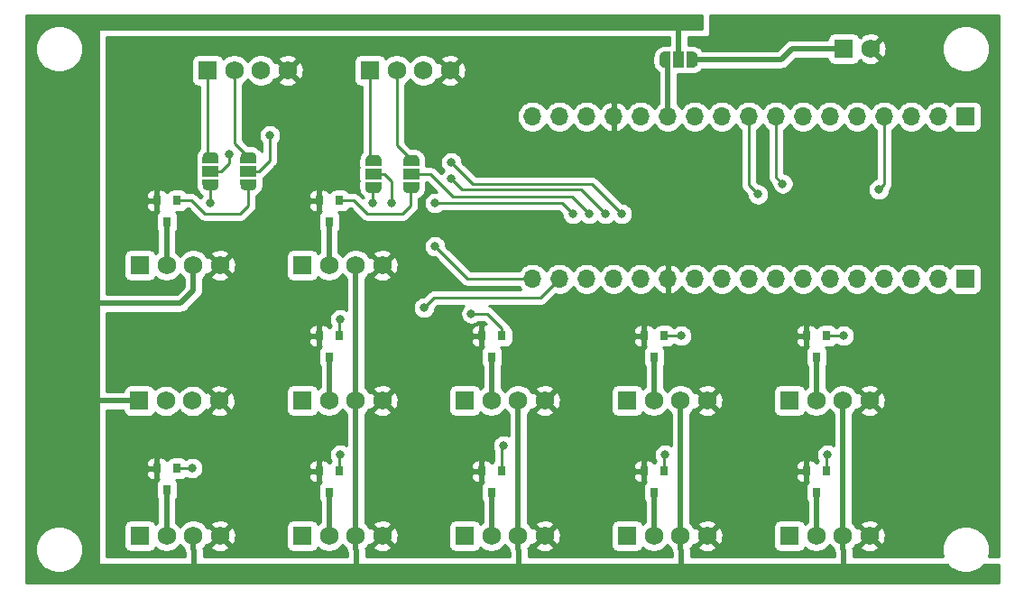
<source format=gbr>
G04 #@! TF.GenerationSoftware,KiCad,Pcbnew,(5.1.5)-3*
G04 #@! TF.CreationDate,2020-05-31T15:18:41-04:00*
G04 #@! TF.ProjectId,Micro-Breakout+RGB,4d696372-6f2d-4427-9265-616b6f75742b,rev?*
G04 #@! TF.SameCoordinates,Original*
G04 #@! TF.FileFunction,Copper,L1,Top*
G04 #@! TF.FilePolarity,Positive*
%FSLAX46Y46*%
G04 Gerber Fmt 4.6, Leading zero omitted, Abs format (unit mm)*
G04 Created by KiCad (PCBNEW (5.1.5)-3) date 2020-05-31 15:18:41*
%MOMM*%
%LPD*%
G04 APERTURE LIST*
%ADD10O,1.700000X1.700000*%
%ADD11R,1.700000X1.700000*%
%ADD12R,1.750000X1.750000*%
%ADD13C,1.750000*%
%ADD14R,0.800000X0.900000*%
%ADD15C,0.100000*%
%ADD16R,1.500000X1.000000*%
%ADD17R,1.000000X1.500000*%
%ADD18C,0.800000*%
%ADD19C,0.250000*%
%ADD20C,0.500000*%
%ADD21C,0.254000*%
G04 APERTURE END LIST*
D10*
X151130000Y-97790000D03*
X153670000Y-97790000D03*
X156210000Y-97790000D03*
X158750000Y-97790000D03*
X161290000Y-97790000D03*
X163830000Y-97790000D03*
X166370000Y-97790000D03*
X168910000Y-97790000D03*
X171450000Y-97790000D03*
X173990000Y-97790000D03*
X176530000Y-97790000D03*
X179070000Y-97790000D03*
X181610000Y-97790000D03*
X184150000Y-97790000D03*
X186690000Y-97790000D03*
X189230000Y-97790000D03*
D11*
X191770000Y-97790000D03*
X191770000Y-113030000D03*
D10*
X189230000Y-113030000D03*
X186690000Y-113030000D03*
X184150000Y-113030000D03*
X181610000Y-113030000D03*
X179070000Y-113030000D03*
X176530000Y-113030000D03*
X173990000Y-113030000D03*
X171450000Y-113030000D03*
X168910000Y-113030000D03*
X166370000Y-113030000D03*
X163830000Y-113030000D03*
X161290000Y-113030000D03*
X158750000Y-113030000D03*
X156210000Y-113030000D03*
X153670000Y-113030000D03*
X151130000Y-113030000D03*
D12*
X114300000Y-111760000D03*
D13*
X116800000Y-111760000D03*
X119300000Y-111760000D03*
X121800000Y-111760000D03*
X137040000Y-124460000D03*
X134540000Y-124460000D03*
X132040000Y-124460000D03*
D12*
X129540000Y-124460000D03*
X114227001Y-124483001D03*
D13*
X116727001Y-124483001D03*
X119227001Y-124483001D03*
X121727001Y-124483001D03*
X137040000Y-111760000D03*
X134540000Y-111760000D03*
X132040000Y-111760000D03*
D12*
X129540000Y-111760000D03*
D14*
X116840000Y-132826000D03*
X115890000Y-130826000D03*
X117790000Y-130826000D03*
X117790000Y-105680000D03*
X115890000Y-105680000D03*
X116840000Y-107680000D03*
X132080000Y-107680000D03*
X131130000Y-105680000D03*
X133030000Y-105680000D03*
G04 #@! TA.AperFunction,SMDPad,CuDef*
D15*
G36*
X125227356Y-103677742D02*
G01*
X125227356Y-104227742D01*
X125226754Y-104227742D01*
X125226754Y-104252276D01*
X125221944Y-104301107D01*
X125212372Y-104349232D01*
X125198128Y-104396187D01*
X125179351Y-104441520D01*
X125156220Y-104484793D01*
X125128960Y-104525592D01*
X125097832Y-104563521D01*
X125063135Y-104598218D01*
X125025206Y-104629346D01*
X124984407Y-104656606D01*
X124941134Y-104679737D01*
X124895801Y-104698514D01*
X124848846Y-104712758D01*
X124800721Y-104722330D01*
X124751890Y-104727140D01*
X124727356Y-104727140D01*
X124727356Y-104727742D01*
X124227356Y-104727742D01*
X124227356Y-104727140D01*
X124202822Y-104727140D01*
X124153991Y-104722330D01*
X124105866Y-104712758D01*
X124058911Y-104698514D01*
X124013578Y-104679737D01*
X123970305Y-104656606D01*
X123929506Y-104629346D01*
X123891577Y-104598218D01*
X123856880Y-104563521D01*
X123825752Y-104525592D01*
X123798492Y-104484793D01*
X123775361Y-104441520D01*
X123756584Y-104396187D01*
X123742340Y-104349232D01*
X123732768Y-104301107D01*
X123727958Y-104252276D01*
X123727958Y-104227742D01*
X123727356Y-104227742D01*
X123727356Y-103677742D01*
X125227356Y-103677742D01*
G37*
G04 #@! TD.AperFunction*
G04 #@! TA.AperFunction,SMDPad,CuDef*
G36*
X123727958Y-101627742D02*
G01*
X123727958Y-101603208D01*
X123732768Y-101554377D01*
X123742340Y-101506252D01*
X123756584Y-101459297D01*
X123775361Y-101413964D01*
X123798492Y-101370691D01*
X123825752Y-101329892D01*
X123856880Y-101291963D01*
X123891577Y-101257266D01*
X123929506Y-101226138D01*
X123970305Y-101198878D01*
X124013578Y-101175747D01*
X124058911Y-101156970D01*
X124105866Y-101142726D01*
X124153991Y-101133154D01*
X124202822Y-101128344D01*
X124227356Y-101128344D01*
X124227356Y-101127742D01*
X124727356Y-101127742D01*
X124727356Y-101128344D01*
X124751890Y-101128344D01*
X124800721Y-101133154D01*
X124848846Y-101142726D01*
X124895801Y-101156970D01*
X124941134Y-101175747D01*
X124984407Y-101198878D01*
X125025206Y-101226138D01*
X125063135Y-101257266D01*
X125097832Y-101291963D01*
X125128960Y-101329892D01*
X125156220Y-101370691D01*
X125179351Y-101413964D01*
X125198128Y-101459297D01*
X125212372Y-101506252D01*
X125221944Y-101554377D01*
X125226754Y-101603208D01*
X125226754Y-101627742D01*
X125227356Y-101627742D01*
X125227356Y-102177742D01*
X123727356Y-102177742D01*
X123727356Y-101627742D01*
X123727958Y-101627742D01*
G37*
G04 #@! TD.AperFunction*
D16*
X124477356Y-102927742D03*
D13*
X182840000Y-91440000D03*
D12*
X180340000Y-91440000D03*
D13*
X152280000Y-137160000D03*
X149780000Y-137160000D03*
X147280000Y-137160000D03*
D12*
X144780000Y-137160000D03*
D13*
X128150000Y-93472000D03*
X125650000Y-93472000D03*
X123150000Y-93472000D03*
D12*
X120650000Y-93472000D03*
D13*
X182760000Y-137160000D03*
X180260000Y-137160000D03*
X177760000Y-137160000D03*
D12*
X175260000Y-137160000D03*
X175260000Y-124460000D03*
D13*
X177760000Y-124460000D03*
X180260000Y-124460000D03*
X182760000Y-124460000D03*
X167520000Y-137160000D03*
X165020000Y-137160000D03*
X162520000Y-137160000D03*
D12*
X160020000Y-137160000D03*
X144780000Y-124460000D03*
D13*
X147280000Y-124460000D03*
X149780000Y-124460000D03*
X152280000Y-124460000D03*
X137040000Y-137160000D03*
X134540000Y-137160000D03*
X132040000Y-137160000D03*
D12*
X129540000Y-137160000D03*
D13*
X121800000Y-137160000D03*
X119300000Y-137160000D03*
X116800000Y-137160000D03*
D12*
X114300000Y-137160000D03*
X135890000Y-93472000D03*
D13*
X138390000Y-93472000D03*
X140890000Y-93472000D03*
X143390000Y-93472000D03*
X167520000Y-124460000D03*
X165020000Y-124460000D03*
X162520000Y-124460000D03*
D12*
X160020000Y-124460000D03*
D16*
X136200666Y-103187773D03*
G04 #@! TA.AperFunction,SMDPad,CuDef*
D15*
G36*
X135451268Y-101887773D02*
G01*
X135451268Y-101863239D01*
X135456078Y-101814408D01*
X135465650Y-101766283D01*
X135479894Y-101719328D01*
X135498671Y-101673995D01*
X135521802Y-101630722D01*
X135549062Y-101589923D01*
X135580190Y-101551994D01*
X135614887Y-101517297D01*
X135652816Y-101486169D01*
X135693615Y-101458909D01*
X135736888Y-101435778D01*
X135782221Y-101417001D01*
X135829176Y-101402757D01*
X135877301Y-101393185D01*
X135926132Y-101388375D01*
X135950666Y-101388375D01*
X135950666Y-101387773D01*
X136450666Y-101387773D01*
X136450666Y-101388375D01*
X136475200Y-101388375D01*
X136524031Y-101393185D01*
X136572156Y-101402757D01*
X136619111Y-101417001D01*
X136664444Y-101435778D01*
X136707717Y-101458909D01*
X136748516Y-101486169D01*
X136786445Y-101517297D01*
X136821142Y-101551994D01*
X136852270Y-101589923D01*
X136879530Y-101630722D01*
X136902661Y-101673995D01*
X136921438Y-101719328D01*
X136935682Y-101766283D01*
X136945254Y-101814408D01*
X136950064Y-101863239D01*
X136950064Y-101887773D01*
X136950666Y-101887773D01*
X136950666Y-102437773D01*
X135450666Y-102437773D01*
X135450666Y-101887773D01*
X135451268Y-101887773D01*
G37*
G04 #@! TD.AperFunction*
G04 #@! TA.AperFunction,SMDPad,CuDef*
G36*
X136950666Y-103937773D02*
G01*
X136950666Y-104487773D01*
X136950064Y-104487773D01*
X136950064Y-104512307D01*
X136945254Y-104561138D01*
X136935682Y-104609263D01*
X136921438Y-104656218D01*
X136902661Y-104701551D01*
X136879530Y-104744824D01*
X136852270Y-104785623D01*
X136821142Y-104823552D01*
X136786445Y-104858249D01*
X136748516Y-104889377D01*
X136707717Y-104916637D01*
X136664444Y-104939768D01*
X136619111Y-104958545D01*
X136572156Y-104972789D01*
X136524031Y-104982361D01*
X136475200Y-104987171D01*
X136450666Y-104987171D01*
X136450666Y-104987773D01*
X135950666Y-104987773D01*
X135950666Y-104987171D01*
X135926132Y-104987171D01*
X135877301Y-104982361D01*
X135829176Y-104972789D01*
X135782221Y-104958545D01*
X135736888Y-104939768D01*
X135693615Y-104916637D01*
X135652816Y-104889377D01*
X135614887Y-104858249D01*
X135580190Y-104823552D01*
X135549062Y-104785623D01*
X135521802Y-104744824D01*
X135498671Y-104701551D01*
X135479894Y-104656218D01*
X135465650Y-104609263D01*
X135456078Y-104561138D01*
X135451268Y-104512307D01*
X135451268Y-104487773D01*
X135450666Y-104487773D01*
X135450666Y-103937773D01*
X136950666Y-103937773D01*
G37*
G04 #@! TD.AperFunction*
G04 #@! TA.AperFunction,SMDPad,CuDef*
G36*
X164096000Y-93206000D02*
G01*
X163546000Y-93206000D01*
X163546000Y-93205398D01*
X163521466Y-93205398D01*
X163472635Y-93200588D01*
X163424510Y-93191016D01*
X163377555Y-93176772D01*
X163332222Y-93157995D01*
X163288949Y-93134864D01*
X163248150Y-93107604D01*
X163210221Y-93076476D01*
X163175524Y-93041779D01*
X163144396Y-93003850D01*
X163117136Y-92963051D01*
X163094005Y-92919778D01*
X163075228Y-92874445D01*
X163060984Y-92827490D01*
X163051412Y-92779365D01*
X163046602Y-92730534D01*
X163046602Y-92706000D01*
X163046000Y-92706000D01*
X163046000Y-92206000D01*
X163046602Y-92206000D01*
X163046602Y-92181466D01*
X163051412Y-92132635D01*
X163060984Y-92084510D01*
X163075228Y-92037555D01*
X163094005Y-91992222D01*
X163117136Y-91948949D01*
X163144396Y-91908150D01*
X163175524Y-91870221D01*
X163210221Y-91835524D01*
X163248150Y-91804396D01*
X163288949Y-91777136D01*
X163332222Y-91754005D01*
X163377555Y-91735228D01*
X163424510Y-91720984D01*
X163472635Y-91711412D01*
X163521466Y-91706602D01*
X163546000Y-91706602D01*
X163546000Y-91706000D01*
X164096000Y-91706000D01*
X164096000Y-93206000D01*
G37*
G04 #@! TD.AperFunction*
G04 #@! TA.AperFunction,SMDPad,CuDef*
G36*
X166146000Y-91706602D02*
G01*
X166170534Y-91706602D01*
X166219365Y-91711412D01*
X166267490Y-91720984D01*
X166314445Y-91735228D01*
X166359778Y-91754005D01*
X166403051Y-91777136D01*
X166443850Y-91804396D01*
X166481779Y-91835524D01*
X166516476Y-91870221D01*
X166547604Y-91908150D01*
X166574864Y-91948949D01*
X166597995Y-91992222D01*
X166616772Y-92037555D01*
X166631016Y-92084510D01*
X166640588Y-92132635D01*
X166645398Y-92181466D01*
X166645398Y-92206000D01*
X166646000Y-92206000D01*
X166646000Y-92706000D01*
X166645398Y-92706000D01*
X166645398Y-92730534D01*
X166640588Y-92779365D01*
X166631016Y-92827490D01*
X166616772Y-92874445D01*
X166597995Y-92919778D01*
X166574864Y-92963051D01*
X166547604Y-93003850D01*
X166516476Y-93041779D01*
X166481779Y-93076476D01*
X166443850Y-93107604D01*
X166403051Y-93134864D01*
X166359778Y-93157995D01*
X166314445Y-93176772D01*
X166267490Y-93191016D01*
X166219365Y-93200588D01*
X166170534Y-93205398D01*
X166146000Y-93205398D01*
X166146000Y-93206000D01*
X165596000Y-93206000D01*
X165596000Y-91706000D01*
X166146000Y-91706000D01*
X166146000Y-91706602D01*
G37*
G04 #@! TD.AperFunction*
D17*
X164846000Y-92456000D03*
D16*
X120921356Y-102927742D03*
G04 #@! TA.AperFunction,SMDPad,CuDef*
D15*
G36*
X120171958Y-101627742D02*
G01*
X120171958Y-101603208D01*
X120176768Y-101554377D01*
X120186340Y-101506252D01*
X120200584Y-101459297D01*
X120219361Y-101413964D01*
X120242492Y-101370691D01*
X120269752Y-101329892D01*
X120300880Y-101291963D01*
X120335577Y-101257266D01*
X120373506Y-101226138D01*
X120414305Y-101198878D01*
X120457578Y-101175747D01*
X120502911Y-101156970D01*
X120549866Y-101142726D01*
X120597991Y-101133154D01*
X120646822Y-101128344D01*
X120671356Y-101128344D01*
X120671356Y-101127742D01*
X121171356Y-101127742D01*
X121171356Y-101128344D01*
X121195890Y-101128344D01*
X121244721Y-101133154D01*
X121292846Y-101142726D01*
X121339801Y-101156970D01*
X121385134Y-101175747D01*
X121428407Y-101198878D01*
X121469206Y-101226138D01*
X121507135Y-101257266D01*
X121541832Y-101291963D01*
X121572960Y-101329892D01*
X121600220Y-101370691D01*
X121623351Y-101413964D01*
X121642128Y-101459297D01*
X121656372Y-101506252D01*
X121665944Y-101554377D01*
X121670754Y-101603208D01*
X121670754Y-101627742D01*
X121671356Y-101627742D01*
X121671356Y-102177742D01*
X120171356Y-102177742D01*
X120171356Y-101627742D01*
X120171958Y-101627742D01*
G37*
G04 #@! TD.AperFunction*
G04 #@! TA.AperFunction,SMDPad,CuDef*
G36*
X121671356Y-103677742D02*
G01*
X121671356Y-104227742D01*
X121670754Y-104227742D01*
X121670754Y-104252276D01*
X121665944Y-104301107D01*
X121656372Y-104349232D01*
X121642128Y-104396187D01*
X121623351Y-104441520D01*
X121600220Y-104484793D01*
X121572960Y-104525592D01*
X121541832Y-104563521D01*
X121507135Y-104598218D01*
X121469206Y-104629346D01*
X121428407Y-104656606D01*
X121385134Y-104679737D01*
X121339801Y-104698514D01*
X121292846Y-104712758D01*
X121244721Y-104722330D01*
X121195890Y-104727140D01*
X121171356Y-104727140D01*
X121171356Y-104727742D01*
X120671356Y-104727742D01*
X120671356Y-104727140D01*
X120646822Y-104727140D01*
X120597991Y-104722330D01*
X120549866Y-104712758D01*
X120502911Y-104698514D01*
X120457578Y-104679737D01*
X120414305Y-104656606D01*
X120373506Y-104629346D01*
X120335577Y-104598218D01*
X120300880Y-104563521D01*
X120269752Y-104525592D01*
X120242492Y-104484793D01*
X120219361Y-104441520D01*
X120200584Y-104396187D01*
X120186340Y-104349232D01*
X120176768Y-104301107D01*
X120171958Y-104252276D01*
X120171958Y-104227742D01*
X120171356Y-104227742D01*
X120171356Y-103677742D01*
X121671356Y-103677742D01*
G37*
G04 #@! TD.AperFunction*
G04 #@! TA.AperFunction,SMDPad,CuDef*
G36*
X140506666Y-103937773D02*
G01*
X140506666Y-104487773D01*
X140506064Y-104487773D01*
X140506064Y-104512307D01*
X140501254Y-104561138D01*
X140491682Y-104609263D01*
X140477438Y-104656218D01*
X140458661Y-104701551D01*
X140435530Y-104744824D01*
X140408270Y-104785623D01*
X140377142Y-104823552D01*
X140342445Y-104858249D01*
X140304516Y-104889377D01*
X140263717Y-104916637D01*
X140220444Y-104939768D01*
X140175111Y-104958545D01*
X140128156Y-104972789D01*
X140080031Y-104982361D01*
X140031200Y-104987171D01*
X140006666Y-104987171D01*
X140006666Y-104987773D01*
X139506666Y-104987773D01*
X139506666Y-104987171D01*
X139482132Y-104987171D01*
X139433301Y-104982361D01*
X139385176Y-104972789D01*
X139338221Y-104958545D01*
X139292888Y-104939768D01*
X139249615Y-104916637D01*
X139208816Y-104889377D01*
X139170887Y-104858249D01*
X139136190Y-104823552D01*
X139105062Y-104785623D01*
X139077802Y-104744824D01*
X139054671Y-104701551D01*
X139035894Y-104656218D01*
X139021650Y-104609263D01*
X139012078Y-104561138D01*
X139007268Y-104512307D01*
X139007268Y-104487773D01*
X139006666Y-104487773D01*
X139006666Y-103937773D01*
X140506666Y-103937773D01*
G37*
G04 #@! TD.AperFunction*
G04 #@! TA.AperFunction,SMDPad,CuDef*
G36*
X139007268Y-101887773D02*
G01*
X139007268Y-101863239D01*
X139012078Y-101814408D01*
X139021650Y-101766283D01*
X139035894Y-101719328D01*
X139054671Y-101673995D01*
X139077802Y-101630722D01*
X139105062Y-101589923D01*
X139136190Y-101551994D01*
X139170887Y-101517297D01*
X139208816Y-101486169D01*
X139249615Y-101458909D01*
X139292888Y-101435778D01*
X139338221Y-101417001D01*
X139385176Y-101402757D01*
X139433301Y-101393185D01*
X139482132Y-101388375D01*
X139506666Y-101388375D01*
X139506666Y-101387773D01*
X140006666Y-101387773D01*
X140006666Y-101388375D01*
X140031200Y-101388375D01*
X140080031Y-101393185D01*
X140128156Y-101402757D01*
X140175111Y-101417001D01*
X140220444Y-101435778D01*
X140263717Y-101458909D01*
X140304516Y-101486169D01*
X140342445Y-101517297D01*
X140377142Y-101551994D01*
X140408270Y-101589923D01*
X140435530Y-101630722D01*
X140458661Y-101673995D01*
X140477438Y-101719328D01*
X140491682Y-101766283D01*
X140501254Y-101814408D01*
X140506064Y-101863239D01*
X140506064Y-101887773D01*
X140506666Y-101887773D01*
X140506666Y-102437773D01*
X139006666Y-102437773D01*
X139006666Y-101887773D01*
X139007268Y-101887773D01*
G37*
G04 #@! TD.AperFunction*
D16*
X139756666Y-103187773D03*
D14*
X132080000Y-120380000D03*
X131130000Y-118380000D03*
X133030000Y-118380000D03*
X177800000Y-133080000D03*
X176850000Y-131080000D03*
X178750000Y-131080000D03*
X178750000Y-118380000D03*
X176850000Y-118380000D03*
X177800000Y-120380000D03*
X162560000Y-133080000D03*
X161610000Y-131080000D03*
X163510000Y-131080000D03*
X163510000Y-118380000D03*
X161610000Y-118380000D03*
X162560000Y-120380000D03*
X147320000Y-133080000D03*
X146370000Y-131080000D03*
X148270000Y-131080000D03*
X148270000Y-118380000D03*
X146370000Y-118380000D03*
X147320000Y-120380000D03*
X132080000Y-133080000D03*
X131130000Y-131080000D03*
X133030000Y-131080000D03*
D18*
X133096000Y-129540000D03*
X183642000Y-104648000D03*
X145400000Y-116300000D03*
X172300000Y-105100000D03*
X148400000Y-128700000D03*
X165100000Y-118364000D03*
X163576000Y-129540000D03*
X180340000Y-118364000D03*
X178816000Y-129540000D03*
X140938858Y-115738858D03*
X119200000Y-130800000D03*
X133096000Y-116840000D03*
X156464000Y-106934000D03*
X137922000Y-105918000D03*
X141986000Y-105918000D03*
X154940000Y-106934000D03*
X174600000Y-104100000D03*
X126492000Y-99568000D03*
X159512000Y-106934000D03*
X143510000Y-102108000D03*
X122682000Y-101346000D03*
X157988000Y-106934000D03*
X143510000Y-103632000D03*
X120904000Y-105918000D03*
X136144000Y-105918000D03*
X141986000Y-109982000D03*
D19*
X133030000Y-131080000D02*
X133030000Y-129606000D01*
X133030000Y-129606000D02*
X133096000Y-129540000D01*
X184150000Y-97790000D02*
X184150000Y-104140000D01*
X184150000Y-104140000D02*
X183642000Y-104648000D01*
X146890000Y-116300000D02*
X145965685Y-116300000D01*
X145965685Y-116300000D02*
X145400000Y-116300000D01*
X148270000Y-117680000D02*
X146890000Y-116300000D01*
X148270000Y-118380000D02*
X148270000Y-117680000D01*
X171450000Y-97790000D02*
X171450000Y-104250000D01*
X171450000Y-104250000D02*
X172300000Y-105100000D01*
X148270000Y-128830000D02*
X148400000Y-128700000D01*
X148270000Y-131080000D02*
X148270000Y-128830000D01*
X165084000Y-118380000D02*
X165100000Y-118364000D01*
X163510000Y-118380000D02*
X165084000Y-118380000D01*
X163510000Y-131080000D02*
X163510000Y-129606000D01*
X163510000Y-129606000D02*
X163576000Y-129540000D01*
X180324000Y-118380000D02*
X180340000Y-118364000D01*
X178750000Y-118380000D02*
X180324000Y-118380000D01*
X178750000Y-129606000D02*
X178816000Y-129540000D01*
X178750000Y-131080000D02*
X178750000Y-129606000D01*
X153670000Y-113030000D02*
X151900000Y-114800000D01*
X151900000Y-114800000D02*
X141877716Y-114800000D01*
X141877716Y-114800000D02*
X140938858Y-115738858D01*
X117816000Y-130800000D02*
X117790000Y-130826000D01*
X119200000Y-130800000D02*
X117816000Y-130800000D01*
X133030000Y-118380000D02*
X133030000Y-116906000D01*
X133030000Y-116906000D02*
X133096000Y-116840000D01*
X138390000Y-100521107D02*
X139756666Y-101887773D01*
X138390000Y-93472000D02*
X138390000Y-100521107D01*
X139756666Y-103187773D02*
X141541773Y-103187773D01*
X141541773Y-103187773D02*
X143635590Y-105281590D01*
X154811590Y-105281590D02*
X154178000Y-105281590D01*
X156464000Y-106934000D02*
X154811590Y-105281590D01*
X143635590Y-105281590D02*
X154178000Y-105281590D01*
X137922000Y-103909107D02*
X137922000Y-105918000D01*
X136200666Y-103187773D02*
X137200666Y-103187773D01*
X137200666Y-103187773D02*
X137922000Y-103909107D01*
X153924000Y-105918000D02*
X154940000Y-106934000D01*
X141986000Y-105918000D02*
X153924000Y-105918000D01*
X135890000Y-101577107D02*
X136200666Y-101887773D01*
X135890000Y-93472000D02*
X135890000Y-101577107D01*
D20*
X180340000Y-91440000D02*
X175768000Y-91440000D01*
X174468000Y-92456000D02*
X166116000Y-92456000D01*
X175484000Y-91440000D02*
X180340000Y-91440000D01*
X174468000Y-92456000D02*
X175484000Y-91440000D01*
X180340000Y-138477436D02*
X180340000Y-140716000D01*
X180260000Y-137160000D02*
X180260000Y-138397436D01*
X180260000Y-138397436D02*
X180340000Y-138477436D01*
X165100000Y-138477436D02*
X165100000Y-140716000D01*
X165020000Y-137160000D02*
X165020000Y-138397436D01*
X165020000Y-138397436D02*
X165100000Y-138477436D01*
X149860000Y-138477436D02*
X149860000Y-140716000D01*
X149780000Y-137160000D02*
X149780000Y-138397436D01*
X149780000Y-138397436D02*
X149860000Y-138477436D01*
X134620000Y-138477436D02*
X134620000Y-140716000D01*
X134540000Y-137160000D02*
X134540000Y-138397436D01*
X134540000Y-138397436D02*
X134620000Y-138477436D01*
X119380000Y-137120000D02*
X119340000Y-137160000D01*
X134620000Y-137120000D02*
X134580000Y-137160000D01*
X149860000Y-137120000D02*
X149820000Y-137160000D01*
X165100000Y-137120000D02*
X165060000Y-137160000D01*
X134540000Y-112997436D02*
X134540000Y-124460000D01*
X134540000Y-111760000D02*
X134540000Y-112997436D01*
X119300000Y-138397436D02*
X119380000Y-138477436D01*
X119380000Y-138477436D02*
X119380000Y-140716000D01*
X119300000Y-137160000D02*
X119300000Y-138397436D01*
X134540000Y-125697436D02*
X134540000Y-137160000D01*
X134540000Y-124460000D02*
X134540000Y-125697436D01*
X149780000Y-124460000D02*
X149780000Y-137160000D01*
X165020000Y-125697436D02*
X165020000Y-137160000D01*
X165020000Y-124460000D02*
X165020000Y-125697436D01*
X180260000Y-125697436D02*
X180260000Y-137160000D01*
X180260000Y-124460000D02*
X180260000Y-125697436D01*
X164846000Y-92456000D02*
X164846000Y-91206000D01*
X164846000Y-91206000D02*
X164846000Y-88646000D01*
X119227001Y-137087001D02*
X119300000Y-137160000D01*
X119300000Y-113792000D02*
X119300000Y-114126000D01*
X119300000Y-111760000D02*
X119300000Y-113792000D01*
X119300000Y-114126000D02*
X118110000Y-115316000D01*
X118110000Y-115316000D02*
X107442000Y-115316000D01*
X114227001Y-124483001D02*
X107465001Y-124483001D01*
X163830000Y-92740000D02*
X163546000Y-92456000D01*
X163830000Y-97790000D02*
X163830000Y-92740000D01*
D19*
X173990000Y-97790000D02*
X173990000Y-103490000D01*
X173990000Y-103490000D02*
X174600000Y-104100000D01*
X120650000Y-101356386D02*
X120921356Y-101627742D01*
X120650000Y-93472000D02*
X120650000Y-101356386D01*
X123150000Y-100300386D02*
X124477356Y-101627742D01*
X123150000Y-93472000D02*
X123150000Y-100300386D01*
X126492000Y-101913098D02*
X126492000Y-99568000D01*
X124477356Y-102927742D02*
X125477356Y-102927742D01*
X125477356Y-102927742D02*
X126492000Y-101913098D01*
X152146000Y-104140000D02*
X145542000Y-104140000D01*
X145542000Y-104140000D02*
X143510000Y-102108000D01*
X159512000Y-106934000D02*
X156718000Y-104140000D01*
X152146000Y-104140000D02*
X156718000Y-104140000D01*
X122682000Y-102167098D02*
X122682000Y-101346000D01*
X120921356Y-102927742D02*
X121921356Y-102927742D01*
X121921356Y-102927742D02*
X122682000Y-102167098D01*
X150622000Y-104648000D02*
X144526000Y-104648000D01*
X144526000Y-104648000D02*
X143510000Y-103632000D01*
X157262999Y-106208999D02*
X155702000Y-104648000D01*
X157988000Y-106934000D02*
X157262999Y-106208999D01*
X150622000Y-104648000D02*
X155702000Y-104648000D01*
D20*
X132080000Y-133080000D02*
X132080000Y-137120000D01*
X147320000Y-124420000D02*
X147280000Y-124460000D01*
X147320000Y-120380000D02*
X147320000Y-124420000D01*
X147320000Y-133080000D02*
X147320000Y-137120000D01*
X162560000Y-124420000D02*
X162520000Y-124460000D01*
X162560000Y-120380000D02*
X162560000Y-124420000D01*
X162560000Y-133080000D02*
X162560000Y-137120000D01*
X177800000Y-124420000D02*
X177760000Y-124460000D01*
X177800000Y-120380000D02*
X177800000Y-124420000D01*
X177800000Y-133080000D02*
X177800000Y-137120000D01*
X132040000Y-107720000D02*
X132080000Y-107680000D01*
X132040000Y-111760000D02*
X132040000Y-107720000D01*
D19*
X135636000Y-106934000D02*
X134382000Y-105680000D01*
X134382000Y-105680000D02*
X133030000Y-105680000D01*
X139717356Y-106154644D02*
X138938000Y-106934000D01*
X139717356Y-104227742D02*
X139717356Y-106154644D01*
X135636000Y-106934000D02*
X138938000Y-106934000D01*
D20*
X132080000Y-124380000D02*
X132000000Y-124460000D01*
X132080000Y-120380000D02*
X132080000Y-124380000D01*
X116800000Y-107720000D02*
X116840000Y-107680000D01*
X116800000Y-111760000D02*
X116800000Y-107720000D01*
D19*
X124477356Y-104227742D02*
X124477356Y-106154644D01*
X120396000Y-106934000D02*
X119142000Y-105680000D01*
X119142000Y-105680000D02*
X117790000Y-105680000D01*
X124477356Y-106154644D02*
X123698000Y-106934000D01*
X120396000Y-106934000D02*
X123698000Y-106934000D01*
D20*
X116800000Y-132866000D02*
X116840000Y-132826000D01*
X116800000Y-137160000D02*
X116800000Y-132866000D01*
D19*
X120921356Y-104227742D02*
X120921356Y-105900644D01*
X136161356Y-104227742D02*
X136161356Y-105900644D01*
D20*
X119300000Y-124410002D02*
X119227001Y-124483001D01*
D19*
X151130000Y-113030000D02*
X145034000Y-113030000D01*
X145034000Y-113030000D02*
X141986000Y-109982000D01*
D21*
G36*
X167005000Y-89535000D02*
G01*
X110490000Y-89535000D01*
X110465224Y-89537440D01*
X110441399Y-89544667D01*
X110419443Y-89556403D01*
X110400197Y-89572197D01*
X110384403Y-89591443D01*
X110372667Y-89613399D01*
X110365440Y-89637224D01*
X110363000Y-89662000D01*
X110363000Y-139700000D01*
X110365440Y-139724776D01*
X110372667Y-139748601D01*
X110384403Y-139770557D01*
X110400197Y-139789803D01*
X110419443Y-139805597D01*
X110441399Y-139817333D01*
X110465224Y-139824560D01*
X110490000Y-139827000D01*
X190015434Y-139827000D01*
X190033962Y-139854729D01*
X190345271Y-140166038D01*
X190711331Y-140410631D01*
X191118075Y-140579110D01*
X191549872Y-140665000D01*
X191990128Y-140665000D01*
X192421925Y-140579110D01*
X192828669Y-140410631D01*
X193194729Y-140166038D01*
X193506038Y-139854729D01*
X193524566Y-139827000D01*
X194870001Y-139827000D01*
X194870001Y-141530000D01*
X103580000Y-141530000D01*
X103580000Y-138209872D01*
X104445000Y-138209872D01*
X104445000Y-138650128D01*
X104530890Y-139081925D01*
X104699369Y-139488669D01*
X104943962Y-139854729D01*
X105255271Y-140166038D01*
X105621331Y-140410631D01*
X106028075Y-140579110D01*
X106459872Y-140665000D01*
X106900128Y-140665000D01*
X107331925Y-140579110D01*
X107738669Y-140410631D01*
X108104729Y-140166038D01*
X108416038Y-139854729D01*
X108660631Y-139488669D01*
X108829110Y-139081925D01*
X108915000Y-138650128D01*
X108915000Y-138209872D01*
X108829110Y-137778075D01*
X108660631Y-137371331D01*
X108416038Y-137005271D01*
X108104729Y-136693962D01*
X107738669Y-136449369D01*
X107331925Y-136280890D01*
X106900128Y-136195000D01*
X106459872Y-136195000D01*
X106028075Y-136280890D01*
X105621331Y-136449369D01*
X105255271Y-136693962D01*
X104943962Y-137005271D01*
X104699369Y-137371331D01*
X104530890Y-137778075D01*
X104445000Y-138209872D01*
X103580000Y-138209872D01*
X103580000Y-91219872D01*
X104445000Y-91219872D01*
X104445000Y-91660128D01*
X104530890Y-92091925D01*
X104699369Y-92498669D01*
X104943962Y-92864729D01*
X105255271Y-93176038D01*
X105621331Y-93420631D01*
X106028075Y-93589110D01*
X106459872Y-93675000D01*
X106900128Y-93675000D01*
X107331925Y-93589110D01*
X107738669Y-93420631D01*
X108104729Y-93176038D01*
X108416038Y-92864729D01*
X108660631Y-92498669D01*
X108829110Y-92091925D01*
X108915000Y-91660128D01*
X108915000Y-91219872D01*
X108829110Y-90788075D01*
X108660631Y-90381331D01*
X108416038Y-90015271D01*
X108104729Y-89703962D01*
X107738669Y-89459369D01*
X107331925Y-89290890D01*
X106900128Y-89205000D01*
X106459872Y-89205000D01*
X106028075Y-89290890D01*
X105621331Y-89459369D01*
X105255271Y-89703962D01*
X104943962Y-90015271D01*
X104699369Y-90381331D01*
X104530890Y-90788075D01*
X104445000Y-91219872D01*
X103580000Y-91219872D01*
X103580000Y-88340000D01*
X167005000Y-88340000D01*
X167005000Y-89535000D01*
G37*
X167005000Y-89535000D02*
X110490000Y-89535000D01*
X110465224Y-89537440D01*
X110441399Y-89544667D01*
X110419443Y-89556403D01*
X110400197Y-89572197D01*
X110384403Y-89591443D01*
X110372667Y-89613399D01*
X110365440Y-89637224D01*
X110363000Y-89662000D01*
X110363000Y-139700000D01*
X110365440Y-139724776D01*
X110372667Y-139748601D01*
X110384403Y-139770557D01*
X110400197Y-139789803D01*
X110419443Y-139805597D01*
X110441399Y-139817333D01*
X110465224Y-139824560D01*
X110490000Y-139827000D01*
X190015434Y-139827000D01*
X190033962Y-139854729D01*
X190345271Y-140166038D01*
X190711331Y-140410631D01*
X191118075Y-140579110D01*
X191549872Y-140665000D01*
X191990128Y-140665000D01*
X192421925Y-140579110D01*
X192828669Y-140410631D01*
X193194729Y-140166038D01*
X193506038Y-139854729D01*
X193524566Y-139827000D01*
X194870001Y-139827000D01*
X194870001Y-141530000D01*
X103580000Y-141530000D01*
X103580000Y-138209872D01*
X104445000Y-138209872D01*
X104445000Y-138650128D01*
X104530890Y-139081925D01*
X104699369Y-139488669D01*
X104943962Y-139854729D01*
X105255271Y-140166038D01*
X105621331Y-140410631D01*
X106028075Y-140579110D01*
X106459872Y-140665000D01*
X106900128Y-140665000D01*
X107331925Y-140579110D01*
X107738669Y-140410631D01*
X108104729Y-140166038D01*
X108416038Y-139854729D01*
X108660631Y-139488669D01*
X108829110Y-139081925D01*
X108915000Y-138650128D01*
X108915000Y-138209872D01*
X108829110Y-137778075D01*
X108660631Y-137371331D01*
X108416038Y-137005271D01*
X108104729Y-136693962D01*
X107738669Y-136449369D01*
X107331925Y-136280890D01*
X106900128Y-136195000D01*
X106459872Y-136195000D01*
X106028075Y-136280890D01*
X105621331Y-136449369D01*
X105255271Y-136693962D01*
X104943962Y-137005271D01*
X104699369Y-137371331D01*
X104530890Y-137778075D01*
X104445000Y-138209872D01*
X103580000Y-138209872D01*
X103580000Y-91219872D01*
X104445000Y-91219872D01*
X104445000Y-91660128D01*
X104530890Y-92091925D01*
X104699369Y-92498669D01*
X104943962Y-92864729D01*
X105255271Y-93176038D01*
X105621331Y-93420631D01*
X106028075Y-93589110D01*
X106459872Y-93675000D01*
X106900128Y-93675000D01*
X107331925Y-93589110D01*
X107738669Y-93420631D01*
X108104729Y-93176038D01*
X108416038Y-92864729D01*
X108660631Y-92498669D01*
X108829110Y-92091925D01*
X108915000Y-91660128D01*
X108915000Y-91219872D01*
X108829110Y-90788075D01*
X108660631Y-90381331D01*
X108416038Y-90015271D01*
X108104729Y-89703962D01*
X107738669Y-89459369D01*
X107331925Y-89290890D01*
X106900128Y-89205000D01*
X106459872Y-89205000D01*
X106028075Y-89290890D01*
X105621331Y-89459369D01*
X105255271Y-89703962D01*
X104943962Y-90015271D01*
X104699369Y-90381331D01*
X104530890Y-90788075D01*
X104445000Y-91219872D01*
X103580000Y-91219872D01*
X103580000Y-88340000D01*
X167005000Y-88340000D01*
X167005000Y-89535000D01*
G36*
X194870001Y-139065000D02*
G01*
X193922477Y-139065000D01*
X194005000Y-138650128D01*
X194005000Y-138209872D01*
X193919110Y-137778075D01*
X193750631Y-137371331D01*
X193506038Y-137005271D01*
X193194729Y-136693962D01*
X192828669Y-136449369D01*
X192421925Y-136280890D01*
X191990128Y-136195000D01*
X191549872Y-136195000D01*
X191118075Y-136280890D01*
X190711331Y-136449369D01*
X190345271Y-136693962D01*
X190033962Y-137005271D01*
X189789369Y-137371331D01*
X189620890Y-137778075D01*
X189535000Y-138209872D01*
X189535000Y-138650128D01*
X189617523Y-139065000D01*
X181225000Y-139065000D01*
X181225000Y-138520902D01*
X181229281Y-138477435D01*
X181225000Y-138433969D01*
X181225000Y-138433959D01*
X181215511Y-138337609D01*
X181222569Y-138332893D01*
X181349222Y-138206240D01*
X181893365Y-138206240D01*
X181974025Y-138457868D01*
X182242329Y-138586267D01*
X182530526Y-138659855D01*
X182827543Y-138675804D01*
X183121963Y-138633501D01*
X183402474Y-138534572D01*
X183545975Y-138457868D01*
X183626635Y-138206240D01*
X182760000Y-137339605D01*
X181893365Y-138206240D01*
X181349222Y-138206240D01*
X181432893Y-138122569D01*
X181535232Y-137969407D01*
X181713760Y-138026635D01*
X182580395Y-137160000D01*
X182939605Y-137160000D01*
X183806240Y-138026635D01*
X184057868Y-137945975D01*
X184186267Y-137677671D01*
X184259855Y-137389474D01*
X184275804Y-137092457D01*
X184233501Y-136798037D01*
X184134572Y-136517526D01*
X184057868Y-136374025D01*
X183806240Y-136293365D01*
X182939605Y-137160000D01*
X182580395Y-137160000D01*
X181713760Y-136293365D01*
X181535232Y-136350593D01*
X181432893Y-136197431D01*
X181349222Y-136113760D01*
X181893365Y-136113760D01*
X182760000Y-136980395D01*
X183626635Y-136113760D01*
X183545975Y-135862132D01*
X183277671Y-135733733D01*
X182989474Y-135660145D01*
X182692457Y-135644196D01*
X182398037Y-135686499D01*
X182117526Y-135785428D01*
X181974025Y-135862132D01*
X181893365Y-136113760D01*
X181349222Y-136113760D01*
X181222569Y-135987107D01*
X181145000Y-135935277D01*
X181145000Y-125684723D01*
X181222569Y-125632893D01*
X181349222Y-125506240D01*
X181893365Y-125506240D01*
X181974025Y-125757868D01*
X182242329Y-125886267D01*
X182530526Y-125959855D01*
X182827543Y-125975804D01*
X183121963Y-125933501D01*
X183402474Y-125834572D01*
X183545975Y-125757868D01*
X183626635Y-125506240D01*
X182760000Y-124639605D01*
X181893365Y-125506240D01*
X181349222Y-125506240D01*
X181432893Y-125422569D01*
X181535232Y-125269407D01*
X181713760Y-125326635D01*
X182580395Y-124460000D01*
X182939605Y-124460000D01*
X183806240Y-125326635D01*
X184057868Y-125245975D01*
X184186267Y-124977671D01*
X184259855Y-124689474D01*
X184275804Y-124392457D01*
X184233501Y-124098037D01*
X184134572Y-123817526D01*
X184057868Y-123674025D01*
X183806240Y-123593365D01*
X182939605Y-124460000D01*
X182580395Y-124460000D01*
X181713760Y-123593365D01*
X181535232Y-123650593D01*
X181432893Y-123497431D01*
X181349222Y-123413760D01*
X181893365Y-123413760D01*
X182760000Y-124280395D01*
X183626635Y-123413760D01*
X183545975Y-123162132D01*
X183277671Y-123033733D01*
X182989474Y-122960145D01*
X182692457Y-122944196D01*
X182398037Y-122986499D01*
X182117526Y-123085428D01*
X181974025Y-123162132D01*
X181893365Y-123413760D01*
X181349222Y-123413760D01*
X181222569Y-123287107D01*
X180975253Y-123121856D01*
X180700451Y-123008029D01*
X180408722Y-122950000D01*
X180111278Y-122950000D01*
X179819549Y-123008029D01*
X179544747Y-123121856D01*
X179297431Y-123287107D01*
X179087107Y-123497431D01*
X179010000Y-123612830D01*
X178932893Y-123497431D01*
X178722569Y-123287107D01*
X178685000Y-123262004D01*
X178685000Y-121239981D01*
X178730537Y-121184494D01*
X178789502Y-121074180D01*
X178825812Y-120954482D01*
X178838072Y-120830000D01*
X178838072Y-119930000D01*
X178825812Y-119805518D01*
X178789502Y-119685820D01*
X178730537Y-119575506D01*
X178651185Y-119478815D01*
X178638095Y-119468072D01*
X179150000Y-119468072D01*
X179274482Y-119455812D01*
X179394180Y-119419502D01*
X179504494Y-119360537D01*
X179601185Y-119281185D01*
X179680537Y-119184494D01*
X179686976Y-119172447D01*
X179849744Y-119281205D01*
X180038102Y-119359226D01*
X180238061Y-119399000D01*
X180441939Y-119399000D01*
X180641898Y-119359226D01*
X180830256Y-119281205D01*
X180999774Y-119167937D01*
X181143937Y-119023774D01*
X181257205Y-118854256D01*
X181335226Y-118665898D01*
X181375000Y-118465939D01*
X181375000Y-118262061D01*
X181335226Y-118062102D01*
X181257205Y-117873744D01*
X181143937Y-117704226D01*
X180999774Y-117560063D01*
X180830256Y-117446795D01*
X180641898Y-117368774D01*
X180441939Y-117329000D01*
X180238061Y-117329000D01*
X180038102Y-117368774D01*
X179849744Y-117446795D01*
X179680226Y-117560063D01*
X179673436Y-117566853D01*
X179601185Y-117478815D01*
X179504494Y-117399463D01*
X179394180Y-117340498D01*
X179274482Y-117304188D01*
X179150000Y-117291928D01*
X178350000Y-117291928D01*
X178225518Y-117304188D01*
X178105820Y-117340498D01*
X177995506Y-117399463D01*
X177898815Y-117478815D01*
X177819463Y-117575506D01*
X177800000Y-117611918D01*
X177780537Y-117575506D01*
X177701185Y-117478815D01*
X177604494Y-117399463D01*
X177494180Y-117340498D01*
X177374482Y-117304188D01*
X177250000Y-117291928D01*
X177135750Y-117295000D01*
X176977000Y-117453750D01*
X176977000Y-118253000D01*
X176997000Y-118253000D01*
X176997000Y-118507000D01*
X176977000Y-118507000D01*
X176977000Y-119306250D01*
X177061607Y-119390857D01*
X177045506Y-119399463D01*
X176948815Y-119478815D01*
X176869463Y-119575506D01*
X176810498Y-119685820D01*
X176774188Y-119805518D01*
X176761928Y-119930000D01*
X176761928Y-120830000D01*
X176774188Y-120954482D01*
X176810498Y-121074180D01*
X176869463Y-121184494D01*
X176915000Y-121239981D01*
X176915001Y-123208550D01*
X176797431Y-123287107D01*
X176728974Y-123355564D01*
X176724502Y-123340820D01*
X176665537Y-123230506D01*
X176586185Y-123133815D01*
X176489494Y-123054463D01*
X176379180Y-122995498D01*
X176259482Y-122959188D01*
X176135000Y-122946928D01*
X174385000Y-122946928D01*
X174260518Y-122959188D01*
X174140820Y-122995498D01*
X174030506Y-123054463D01*
X173933815Y-123133815D01*
X173854463Y-123230506D01*
X173795498Y-123340820D01*
X173759188Y-123460518D01*
X173746928Y-123585000D01*
X173746928Y-125335000D01*
X173759188Y-125459482D01*
X173795498Y-125579180D01*
X173854463Y-125689494D01*
X173933815Y-125786185D01*
X174030506Y-125865537D01*
X174140820Y-125924502D01*
X174260518Y-125960812D01*
X174385000Y-125973072D01*
X176135000Y-125973072D01*
X176259482Y-125960812D01*
X176379180Y-125924502D01*
X176489494Y-125865537D01*
X176586185Y-125786185D01*
X176665537Y-125689494D01*
X176724502Y-125579180D01*
X176728974Y-125564436D01*
X176797431Y-125632893D01*
X177044747Y-125798144D01*
X177319549Y-125911971D01*
X177611278Y-125970000D01*
X177908722Y-125970000D01*
X178200451Y-125911971D01*
X178475253Y-125798144D01*
X178722569Y-125632893D01*
X178932893Y-125422569D01*
X179010000Y-125307170D01*
X179087107Y-125422569D01*
X179297431Y-125632893D01*
X179375000Y-125684723D01*
X179375000Y-128668728D01*
X179306256Y-128622795D01*
X179117898Y-128544774D01*
X178917939Y-128505000D01*
X178714061Y-128505000D01*
X178514102Y-128544774D01*
X178325744Y-128622795D01*
X178156226Y-128736063D01*
X178012063Y-128880226D01*
X177898795Y-129049744D01*
X177820774Y-129238102D01*
X177781000Y-129438061D01*
X177781000Y-129641939D01*
X177820774Y-129841898D01*
X177898795Y-130030256D01*
X177962911Y-130126213D01*
X177898815Y-130178815D01*
X177819463Y-130275506D01*
X177800000Y-130311918D01*
X177780537Y-130275506D01*
X177701185Y-130178815D01*
X177604494Y-130099463D01*
X177494180Y-130040498D01*
X177374482Y-130004188D01*
X177250000Y-129991928D01*
X177135750Y-129995000D01*
X176977000Y-130153750D01*
X176977000Y-130953000D01*
X176997000Y-130953000D01*
X176997000Y-131207000D01*
X176977000Y-131207000D01*
X176977000Y-132006250D01*
X177061607Y-132090857D01*
X177045506Y-132099463D01*
X176948815Y-132178815D01*
X176869463Y-132275506D01*
X176810498Y-132385820D01*
X176774188Y-132505518D01*
X176761928Y-132630000D01*
X176761928Y-133530000D01*
X176774188Y-133654482D01*
X176810498Y-133774180D01*
X176869463Y-133884494D01*
X176915000Y-133939981D01*
X176915001Y-135908550D01*
X176797431Y-135987107D01*
X176728974Y-136055564D01*
X176724502Y-136040820D01*
X176665537Y-135930506D01*
X176586185Y-135833815D01*
X176489494Y-135754463D01*
X176379180Y-135695498D01*
X176259482Y-135659188D01*
X176135000Y-135646928D01*
X174385000Y-135646928D01*
X174260518Y-135659188D01*
X174140820Y-135695498D01*
X174030506Y-135754463D01*
X173933815Y-135833815D01*
X173854463Y-135930506D01*
X173795498Y-136040820D01*
X173759188Y-136160518D01*
X173746928Y-136285000D01*
X173746928Y-138035000D01*
X173759188Y-138159482D01*
X173795498Y-138279180D01*
X173854463Y-138389494D01*
X173933815Y-138486185D01*
X174030506Y-138565537D01*
X174140820Y-138624502D01*
X174260518Y-138660812D01*
X174385000Y-138673072D01*
X176135000Y-138673072D01*
X176259482Y-138660812D01*
X176379180Y-138624502D01*
X176489494Y-138565537D01*
X176586185Y-138486185D01*
X176665537Y-138389494D01*
X176724502Y-138279180D01*
X176728974Y-138264436D01*
X176797431Y-138332893D01*
X177044747Y-138498144D01*
X177319549Y-138611971D01*
X177611278Y-138670000D01*
X177908722Y-138670000D01*
X178200451Y-138611971D01*
X178475253Y-138498144D01*
X178722569Y-138332893D01*
X178932893Y-138122569D01*
X179010000Y-138007170D01*
X179087107Y-138122569D01*
X179297431Y-138332893D01*
X179372158Y-138382824D01*
X179370719Y-138397436D01*
X179387805Y-138570926D01*
X179438412Y-138737749D01*
X179455000Y-138768784D01*
X179455000Y-139065000D01*
X165985000Y-139065000D01*
X165985000Y-138520902D01*
X165989281Y-138477435D01*
X165985000Y-138433969D01*
X165985000Y-138433959D01*
X165975511Y-138337609D01*
X165982569Y-138332893D01*
X166109222Y-138206240D01*
X166653365Y-138206240D01*
X166734025Y-138457868D01*
X167002329Y-138586267D01*
X167290526Y-138659855D01*
X167587543Y-138675804D01*
X167881963Y-138633501D01*
X168162474Y-138534572D01*
X168305975Y-138457868D01*
X168386635Y-138206240D01*
X167520000Y-137339605D01*
X166653365Y-138206240D01*
X166109222Y-138206240D01*
X166192893Y-138122569D01*
X166295232Y-137969407D01*
X166473760Y-138026635D01*
X167340395Y-137160000D01*
X167699605Y-137160000D01*
X168566240Y-138026635D01*
X168817868Y-137945975D01*
X168946267Y-137677671D01*
X169019855Y-137389474D01*
X169035804Y-137092457D01*
X168993501Y-136798037D01*
X168894572Y-136517526D01*
X168817868Y-136374025D01*
X168566240Y-136293365D01*
X167699605Y-137160000D01*
X167340395Y-137160000D01*
X166473760Y-136293365D01*
X166295232Y-136350593D01*
X166192893Y-136197431D01*
X166109222Y-136113760D01*
X166653365Y-136113760D01*
X167520000Y-136980395D01*
X168386635Y-136113760D01*
X168305975Y-135862132D01*
X168037671Y-135733733D01*
X167749474Y-135660145D01*
X167452457Y-135644196D01*
X167158037Y-135686499D01*
X166877526Y-135785428D01*
X166734025Y-135862132D01*
X166653365Y-136113760D01*
X166109222Y-136113760D01*
X165982569Y-135987107D01*
X165905000Y-135935277D01*
X165905000Y-131530000D01*
X175811928Y-131530000D01*
X175824188Y-131654482D01*
X175860498Y-131774180D01*
X175919463Y-131884494D01*
X175998815Y-131981185D01*
X176095506Y-132060537D01*
X176205820Y-132119502D01*
X176325518Y-132155812D01*
X176450000Y-132168072D01*
X176564250Y-132165000D01*
X176723000Y-132006250D01*
X176723000Y-131207000D01*
X175973750Y-131207000D01*
X175815000Y-131365750D01*
X175811928Y-131530000D01*
X165905000Y-131530000D01*
X165905000Y-130630000D01*
X175811928Y-130630000D01*
X175815000Y-130794250D01*
X175973750Y-130953000D01*
X176723000Y-130953000D01*
X176723000Y-130153750D01*
X176564250Y-129995000D01*
X176450000Y-129991928D01*
X176325518Y-130004188D01*
X176205820Y-130040498D01*
X176095506Y-130099463D01*
X175998815Y-130178815D01*
X175919463Y-130275506D01*
X175860498Y-130385820D01*
X175824188Y-130505518D01*
X175811928Y-130630000D01*
X165905000Y-130630000D01*
X165905000Y-125684723D01*
X165982569Y-125632893D01*
X166109222Y-125506240D01*
X166653365Y-125506240D01*
X166734025Y-125757868D01*
X167002329Y-125886267D01*
X167290526Y-125959855D01*
X167587543Y-125975804D01*
X167881963Y-125933501D01*
X168162474Y-125834572D01*
X168305975Y-125757868D01*
X168386635Y-125506240D01*
X167520000Y-124639605D01*
X166653365Y-125506240D01*
X166109222Y-125506240D01*
X166192893Y-125422569D01*
X166295232Y-125269407D01*
X166473760Y-125326635D01*
X167340395Y-124460000D01*
X167699605Y-124460000D01*
X168566240Y-125326635D01*
X168817868Y-125245975D01*
X168946267Y-124977671D01*
X169019855Y-124689474D01*
X169035804Y-124392457D01*
X168993501Y-124098037D01*
X168894572Y-123817526D01*
X168817868Y-123674025D01*
X168566240Y-123593365D01*
X167699605Y-124460000D01*
X167340395Y-124460000D01*
X166473760Y-123593365D01*
X166295232Y-123650593D01*
X166192893Y-123497431D01*
X166109222Y-123413760D01*
X166653365Y-123413760D01*
X167520000Y-124280395D01*
X168386635Y-123413760D01*
X168305975Y-123162132D01*
X168037671Y-123033733D01*
X167749474Y-122960145D01*
X167452457Y-122944196D01*
X167158037Y-122986499D01*
X166877526Y-123085428D01*
X166734025Y-123162132D01*
X166653365Y-123413760D01*
X166109222Y-123413760D01*
X165982569Y-123287107D01*
X165735253Y-123121856D01*
X165460451Y-123008029D01*
X165168722Y-122950000D01*
X164871278Y-122950000D01*
X164579549Y-123008029D01*
X164304747Y-123121856D01*
X164057431Y-123287107D01*
X163847107Y-123497431D01*
X163770000Y-123612830D01*
X163692893Y-123497431D01*
X163482569Y-123287107D01*
X163445000Y-123262004D01*
X163445000Y-121239981D01*
X163490537Y-121184494D01*
X163549502Y-121074180D01*
X163585812Y-120954482D01*
X163598072Y-120830000D01*
X163598072Y-119930000D01*
X163585812Y-119805518D01*
X163549502Y-119685820D01*
X163490537Y-119575506D01*
X163411185Y-119478815D01*
X163398095Y-119468072D01*
X163910000Y-119468072D01*
X164034482Y-119455812D01*
X164154180Y-119419502D01*
X164264494Y-119360537D01*
X164361185Y-119281185D01*
X164440537Y-119184494D01*
X164446976Y-119172447D01*
X164609744Y-119281205D01*
X164798102Y-119359226D01*
X164998061Y-119399000D01*
X165201939Y-119399000D01*
X165401898Y-119359226D01*
X165590256Y-119281205D01*
X165759774Y-119167937D01*
X165903937Y-119023774D01*
X166017205Y-118854256D01*
X166027252Y-118830000D01*
X175811928Y-118830000D01*
X175824188Y-118954482D01*
X175860498Y-119074180D01*
X175919463Y-119184494D01*
X175998815Y-119281185D01*
X176095506Y-119360537D01*
X176205820Y-119419502D01*
X176325518Y-119455812D01*
X176450000Y-119468072D01*
X176564250Y-119465000D01*
X176723000Y-119306250D01*
X176723000Y-118507000D01*
X175973750Y-118507000D01*
X175815000Y-118665750D01*
X175811928Y-118830000D01*
X166027252Y-118830000D01*
X166095226Y-118665898D01*
X166135000Y-118465939D01*
X166135000Y-118262061D01*
X166095226Y-118062102D01*
X166040508Y-117930000D01*
X175811928Y-117930000D01*
X175815000Y-118094250D01*
X175973750Y-118253000D01*
X176723000Y-118253000D01*
X176723000Y-117453750D01*
X176564250Y-117295000D01*
X176450000Y-117291928D01*
X176325518Y-117304188D01*
X176205820Y-117340498D01*
X176095506Y-117399463D01*
X175998815Y-117478815D01*
X175919463Y-117575506D01*
X175860498Y-117685820D01*
X175824188Y-117805518D01*
X175811928Y-117930000D01*
X166040508Y-117930000D01*
X166017205Y-117873744D01*
X165903937Y-117704226D01*
X165759774Y-117560063D01*
X165590256Y-117446795D01*
X165401898Y-117368774D01*
X165201939Y-117329000D01*
X164998061Y-117329000D01*
X164798102Y-117368774D01*
X164609744Y-117446795D01*
X164440226Y-117560063D01*
X164433436Y-117566853D01*
X164361185Y-117478815D01*
X164264494Y-117399463D01*
X164154180Y-117340498D01*
X164034482Y-117304188D01*
X163910000Y-117291928D01*
X163110000Y-117291928D01*
X162985518Y-117304188D01*
X162865820Y-117340498D01*
X162755506Y-117399463D01*
X162658815Y-117478815D01*
X162579463Y-117575506D01*
X162560000Y-117611918D01*
X162540537Y-117575506D01*
X162461185Y-117478815D01*
X162364494Y-117399463D01*
X162254180Y-117340498D01*
X162134482Y-117304188D01*
X162010000Y-117291928D01*
X161895750Y-117295000D01*
X161737000Y-117453750D01*
X161737000Y-118253000D01*
X161757000Y-118253000D01*
X161757000Y-118507000D01*
X161737000Y-118507000D01*
X161737000Y-119306250D01*
X161821607Y-119390857D01*
X161805506Y-119399463D01*
X161708815Y-119478815D01*
X161629463Y-119575506D01*
X161570498Y-119685820D01*
X161534188Y-119805518D01*
X161521928Y-119930000D01*
X161521928Y-120830000D01*
X161534188Y-120954482D01*
X161570498Y-121074180D01*
X161629463Y-121184494D01*
X161675000Y-121239981D01*
X161675001Y-123208550D01*
X161557431Y-123287107D01*
X161488974Y-123355564D01*
X161484502Y-123340820D01*
X161425537Y-123230506D01*
X161346185Y-123133815D01*
X161249494Y-123054463D01*
X161139180Y-122995498D01*
X161019482Y-122959188D01*
X160895000Y-122946928D01*
X159145000Y-122946928D01*
X159020518Y-122959188D01*
X158900820Y-122995498D01*
X158790506Y-123054463D01*
X158693815Y-123133815D01*
X158614463Y-123230506D01*
X158555498Y-123340820D01*
X158519188Y-123460518D01*
X158506928Y-123585000D01*
X158506928Y-125335000D01*
X158519188Y-125459482D01*
X158555498Y-125579180D01*
X158614463Y-125689494D01*
X158693815Y-125786185D01*
X158790506Y-125865537D01*
X158900820Y-125924502D01*
X159020518Y-125960812D01*
X159145000Y-125973072D01*
X160895000Y-125973072D01*
X161019482Y-125960812D01*
X161139180Y-125924502D01*
X161249494Y-125865537D01*
X161346185Y-125786185D01*
X161425537Y-125689494D01*
X161484502Y-125579180D01*
X161488974Y-125564436D01*
X161557431Y-125632893D01*
X161804747Y-125798144D01*
X162079549Y-125911971D01*
X162371278Y-125970000D01*
X162668722Y-125970000D01*
X162960451Y-125911971D01*
X163235253Y-125798144D01*
X163482569Y-125632893D01*
X163692893Y-125422569D01*
X163770000Y-125307170D01*
X163847107Y-125422569D01*
X164057431Y-125632893D01*
X164135000Y-125684723D01*
X164135000Y-128668728D01*
X164066256Y-128622795D01*
X163877898Y-128544774D01*
X163677939Y-128505000D01*
X163474061Y-128505000D01*
X163274102Y-128544774D01*
X163085744Y-128622795D01*
X162916226Y-128736063D01*
X162772063Y-128880226D01*
X162658795Y-129049744D01*
X162580774Y-129238102D01*
X162541000Y-129438061D01*
X162541000Y-129641939D01*
X162580774Y-129841898D01*
X162658795Y-130030256D01*
X162722911Y-130126213D01*
X162658815Y-130178815D01*
X162579463Y-130275506D01*
X162560000Y-130311918D01*
X162540537Y-130275506D01*
X162461185Y-130178815D01*
X162364494Y-130099463D01*
X162254180Y-130040498D01*
X162134482Y-130004188D01*
X162010000Y-129991928D01*
X161895750Y-129995000D01*
X161737000Y-130153750D01*
X161737000Y-130953000D01*
X161757000Y-130953000D01*
X161757000Y-131207000D01*
X161737000Y-131207000D01*
X161737000Y-132006250D01*
X161821607Y-132090857D01*
X161805506Y-132099463D01*
X161708815Y-132178815D01*
X161629463Y-132275506D01*
X161570498Y-132385820D01*
X161534188Y-132505518D01*
X161521928Y-132630000D01*
X161521928Y-133530000D01*
X161534188Y-133654482D01*
X161570498Y-133774180D01*
X161629463Y-133884494D01*
X161675000Y-133939981D01*
X161675001Y-135908550D01*
X161557431Y-135987107D01*
X161488974Y-136055564D01*
X161484502Y-136040820D01*
X161425537Y-135930506D01*
X161346185Y-135833815D01*
X161249494Y-135754463D01*
X161139180Y-135695498D01*
X161019482Y-135659188D01*
X160895000Y-135646928D01*
X159145000Y-135646928D01*
X159020518Y-135659188D01*
X158900820Y-135695498D01*
X158790506Y-135754463D01*
X158693815Y-135833815D01*
X158614463Y-135930506D01*
X158555498Y-136040820D01*
X158519188Y-136160518D01*
X158506928Y-136285000D01*
X158506928Y-138035000D01*
X158519188Y-138159482D01*
X158555498Y-138279180D01*
X158614463Y-138389494D01*
X158693815Y-138486185D01*
X158790506Y-138565537D01*
X158900820Y-138624502D01*
X159020518Y-138660812D01*
X159145000Y-138673072D01*
X160895000Y-138673072D01*
X161019482Y-138660812D01*
X161139180Y-138624502D01*
X161249494Y-138565537D01*
X161346185Y-138486185D01*
X161425537Y-138389494D01*
X161484502Y-138279180D01*
X161488974Y-138264436D01*
X161557431Y-138332893D01*
X161804747Y-138498144D01*
X162079549Y-138611971D01*
X162371278Y-138670000D01*
X162668722Y-138670000D01*
X162960451Y-138611971D01*
X163235253Y-138498144D01*
X163482569Y-138332893D01*
X163692893Y-138122569D01*
X163770000Y-138007170D01*
X163847107Y-138122569D01*
X164057431Y-138332893D01*
X164132158Y-138382824D01*
X164130719Y-138397436D01*
X164147805Y-138570926D01*
X164198412Y-138737749D01*
X164215000Y-138768784D01*
X164215000Y-139065000D01*
X150745000Y-139065000D01*
X150745000Y-138520902D01*
X150749281Y-138477435D01*
X150745000Y-138433969D01*
X150745000Y-138433959D01*
X150735511Y-138337609D01*
X150742569Y-138332893D01*
X150869222Y-138206240D01*
X151413365Y-138206240D01*
X151494025Y-138457868D01*
X151762329Y-138586267D01*
X152050526Y-138659855D01*
X152347543Y-138675804D01*
X152641963Y-138633501D01*
X152922474Y-138534572D01*
X153065975Y-138457868D01*
X153146635Y-138206240D01*
X152280000Y-137339605D01*
X151413365Y-138206240D01*
X150869222Y-138206240D01*
X150952893Y-138122569D01*
X151055232Y-137969407D01*
X151233760Y-138026635D01*
X152100395Y-137160000D01*
X152459605Y-137160000D01*
X153326240Y-138026635D01*
X153577868Y-137945975D01*
X153706267Y-137677671D01*
X153779855Y-137389474D01*
X153795804Y-137092457D01*
X153753501Y-136798037D01*
X153654572Y-136517526D01*
X153577868Y-136374025D01*
X153326240Y-136293365D01*
X152459605Y-137160000D01*
X152100395Y-137160000D01*
X151233760Y-136293365D01*
X151055232Y-136350593D01*
X150952893Y-136197431D01*
X150869222Y-136113760D01*
X151413365Y-136113760D01*
X152280000Y-136980395D01*
X153146635Y-136113760D01*
X153065975Y-135862132D01*
X152797671Y-135733733D01*
X152509474Y-135660145D01*
X152212457Y-135644196D01*
X151918037Y-135686499D01*
X151637526Y-135785428D01*
X151494025Y-135862132D01*
X151413365Y-136113760D01*
X150869222Y-136113760D01*
X150742569Y-135987107D01*
X150665000Y-135935277D01*
X150665000Y-131530000D01*
X160571928Y-131530000D01*
X160584188Y-131654482D01*
X160620498Y-131774180D01*
X160679463Y-131884494D01*
X160758815Y-131981185D01*
X160855506Y-132060537D01*
X160965820Y-132119502D01*
X161085518Y-132155812D01*
X161210000Y-132168072D01*
X161324250Y-132165000D01*
X161483000Y-132006250D01*
X161483000Y-131207000D01*
X160733750Y-131207000D01*
X160575000Y-131365750D01*
X160571928Y-131530000D01*
X150665000Y-131530000D01*
X150665000Y-130630000D01*
X160571928Y-130630000D01*
X160575000Y-130794250D01*
X160733750Y-130953000D01*
X161483000Y-130953000D01*
X161483000Y-130153750D01*
X161324250Y-129995000D01*
X161210000Y-129991928D01*
X161085518Y-130004188D01*
X160965820Y-130040498D01*
X160855506Y-130099463D01*
X160758815Y-130178815D01*
X160679463Y-130275506D01*
X160620498Y-130385820D01*
X160584188Y-130505518D01*
X160571928Y-130630000D01*
X150665000Y-130630000D01*
X150665000Y-125684723D01*
X150742569Y-125632893D01*
X150869222Y-125506240D01*
X151413365Y-125506240D01*
X151494025Y-125757868D01*
X151762329Y-125886267D01*
X152050526Y-125959855D01*
X152347543Y-125975804D01*
X152641963Y-125933501D01*
X152922474Y-125834572D01*
X153065975Y-125757868D01*
X153146635Y-125506240D01*
X152280000Y-124639605D01*
X151413365Y-125506240D01*
X150869222Y-125506240D01*
X150952893Y-125422569D01*
X151055232Y-125269407D01*
X151233760Y-125326635D01*
X152100395Y-124460000D01*
X152459605Y-124460000D01*
X153326240Y-125326635D01*
X153577868Y-125245975D01*
X153706267Y-124977671D01*
X153779855Y-124689474D01*
X153795804Y-124392457D01*
X153753501Y-124098037D01*
X153654572Y-123817526D01*
X153577868Y-123674025D01*
X153326240Y-123593365D01*
X152459605Y-124460000D01*
X152100395Y-124460000D01*
X151233760Y-123593365D01*
X151055232Y-123650593D01*
X150952893Y-123497431D01*
X150869222Y-123413760D01*
X151413365Y-123413760D01*
X152280000Y-124280395D01*
X153146635Y-123413760D01*
X153065975Y-123162132D01*
X152797671Y-123033733D01*
X152509474Y-122960145D01*
X152212457Y-122944196D01*
X151918037Y-122986499D01*
X151637526Y-123085428D01*
X151494025Y-123162132D01*
X151413365Y-123413760D01*
X150869222Y-123413760D01*
X150742569Y-123287107D01*
X150495253Y-123121856D01*
X150220451Y-123008029D01*
X149928722Y-122950000D01*
X149631278Y-122950000D01*
X149339549Y-123008029D01*
X149064747Y-123121856D01*
X148817431Y-123287107D01*
X148607107Y-123497431D01*
X148530000Y-123612830D01*
X148452893Y-123497431D01*
X148242569Y-123287107D01*
X148205000Y-123262004D01*
X148205000Y-121239981D01*
X148250537Y-121184494D01*
X148309502Y-121074180D01*
X148345812Y-120954482D01*
X148358072Y-120830000D01*
X148358072Y-119930000D01*
X148345812Y-119805518D01*
X148309502Y-119685820D01*
X148250537Y-119575506D01*
X148171185Y-119478815D01*
X148158095Y-119468072D01*
X148670000Y-119468072D01*
X148794482Y-119455812D01*
X148914180Y-119419502D01*
X149024494Y-119360537D01*
X149121185Y-119281185D01*
X149200537Y-119184494D01*
X149259502Y-119074180D01*
X149295812Y-118954482D01*
X149308072Y-118830000D01*
X160571928Y-118830000D01*
X160584188Y-118954482D01*
X160620498Y-119074180D01*
X160679463Y-119184494D01*
X160758815Y-119281185D01*
X160855506Y-119360537D01*
X160965820Y-119419502D01*
X161085518Y-119455812D01*
X161210000Y-119468072D01*
X161324250Y-119465000D01*
X161483000Y-119306250D01*
X161483000Y-118507000D01*
X160733750Y-118507000D01*
X160575000Y-118665750D01*
X160571928Y-118830000D01*
X149308072Y-118830000D01*
X149308072Y-117930000D01*
X160571928Y-117930000D01*
X160575000Y-118094250D01*
X160733750Y-118253000D01*
X161483000Y-118253000D01*
X161483000Y-117453750D01*
X161324250Y-117295000D01*
X161210000Y-117291928D01*
X161085518Y-117304188D01*
X160965820Y-117340498D01*
X160855506Y-117399463D01*
X160758815Y-117478815D01*
X160679463Y-117575506D01*
X160620498Y-117685820D01*
X160584188Y-117805518D01*
X160571928Y-117930000D01*
X149308072Y-117930000D01*
X149295812Y-117805518D01*
X149259502Y-117685820D01*
X149200537Y-117575506D01*
X149121185Y-117478815D01*
X149024494Y-117399463D01*
X148964730Y-117367518D01*
X148904974Y-117255724D01*
X148810001Y-117139999D01*
X148781003Y-117116201D01*
X147453804Y-115789003D01*
X147430001Y-115759999D01*
X147314276Y-115665026D01*
X147182247Y-115594454D01*
X147068665Y-115560000D01*
X151862678Y-115560000D01*
X151900000Y-115563676D01*
X151937322Y-115560000D01*
X151937333Y-115560000D01*
X152048986Y-115549003D01*
X152192247Y-115505546D01*
X152324276Y-115434974D01*
X152440001Y-115340001D01*
X152463804Y-115310997D01*
X153303592Y-114471210D01*
X153523740Y-114515000D01*
X153816260Y-114515000D01*
X154103158Y-114457932D01*
X154373411Y-114345990D01*
X154616632Y-114183475D01*
X154823475Y-113976632D01*
X154940000Y-113802240D01*
X155056525Y-113976632D01*
X155263368Y-114183475D01*
X155506589Y-114345990D01*
X155776842Y-114457932D01*
X156063740Y-114515000D01*
X156356260Y-114515000D01*
X156643158Y-114457932D01*
X156913411Y-114345990D01*
X157156632Y-114183475D01*
X157363475Y-113976632D01*
X157480000Y-113802240D01*
X157596525Y-113976632D01*
X157803368Y-114183475D01*
X158046589Y-114345990D01*
X158316842Y-114457932D01*
X158603740Y-114515000D01*
X158896260Y-114515000D01*
X159183158Y-114457932D01*
X159453411Y-114345990D01*
X159696632Y-114183475D01*
X159903475Y-113976632D01*
X160020000Y-113802240D01*
X160136525Y-113976632D01*
X160343368Y-114183475D01*
X160586589Y-114345990D01*
X160856842Y-114457932D01*
X161143740Y-114515000D01*
X161436260Y-114515000D01*
X161723158Y-114457932D01*
X161993411Y-114345990D01*
X162236632Y-114183475D01*
X162443475Y-113976632D01*
X162565195Y-113794466D01*
X162634822Y-113911355D01*
X162829731Y-114127588D01*
X163063080Y-114301641D01*
X163325901Y-114426825D01*
X163473110Y-114471476D01*
X163703000Y-114350155D01*
X163703000Y-113157000D01*
X163683000Y-113157000D01*
X163683000Y-112903000D01*
X163703000Y-112903000D01*
X163703000Y-111709845D01*
X163957000Y-111709845D01*
X163957000Y-112903000D01*
X163977000Y-112903000D01*
X163977000Y-113157000D01*
X163957000Y-113157000D01*
X163957000Y-114350155D01*
X164186890Y-114471476D01*
X164334099Y-114426825D01*
X164596920Y-114301641D01*
X164830269Y-114127588D01*
X165025178Y-113911355D01*
X165094805Y-113794466D01*
X165216525Y-113976632D01*
X165423368Y-114183475D01*
X165666589Y-114345990D01*
X165936842Y-114457932D01*
X166223740Y-114515000D01*
X166516260Y-114515000D01*
X166803158Y-114457932D01*
X167073411Y-114345990D01*
X167316632Y-114183475D01*
X167523475Y-113976632D01*
X167640000Y-113802240D01*
X167756525Y-113976632D01*
X167963368Y-114183475D01*
X168206589Y-114345990D01*
X168476842Y-114457932D01*
X168763740Y-114515000D01*
X169056260Y-114515000D01*
X169343158Y-114457932D01*
X169613411Y-114345990D01*
X169856632Y-114183475D01*
X170063475Y-113976632D01*
X170180000Y-113802240D01*
X170296525Y-113976632D01*
X170503368Y-114183475D01*
X170746589Y-114345990D01*
X171016842Y-114457932D01*
X171303740Y-114515000D01*
X171596260Y-114515000D01*
X171883158Y-114457932D01*
X172153411Y-114345990D01*
X172396632Y-114183475D01*
X172603475Y-113976632D01*
X172720000Y-113802240D01*
X172836525Y-113976632D01*
X173043368Y-114183475D01*
X173286589Y-114345990D01*
X173556842Y-114457932D01*
X173843740Y-114515000D01*
X174136260Y-114515000D01*
X174423158Y-114457932D01*
X174693411Y-114345990D01*
X174936632Y-114183475D01*
X175143475Y-113976632D01*
X175260000Y-113802240D01*
X175376525Y-113976632D01*
X175583368Y-114183475D01*
X175826589Y-114345990D01*
X176096842Y-114457932D01*
X176383740Y-114515000D01*
X176676260Y-114515000D01*
X176963158Y-114457932D01*
X177233411Y-114345990D01*
X177476632Y-114183475D01*
X177683475Y-113976632D01*
X177800000Y-113802240D01*
X177916525Y-113976632D01*
X178123368Y-114183475D01*
X178366589Y-114345990D01*
X178636842Y-114457932D01*
X178923740Y-114515000D01*
X179216260Y-114515000D01*
X179503158Y-114457932D01*
X179773411Y-114345990D01*
X180016632Y-114183475D01*
X180223475Y-113976632D01*
X180340000Y-113802240D01*
X180456525Y-113976632D01*
X180663368Y-114183475D01*
X180906589Y-114345990D01*
X181176842Y-114457932D01*
X181463740Y-114515000D01*
X181756260Y-114515000D01*
X182043158Y-114457932D01*
X182313411Y-114345990D01*
X182556632Y-114183475D01*
X182763475Y-113976632D01*
X182880000Y-113802240D01*
X182996525Y-113976632D01*
X183203368Y-114183475D01*
X183446589Y-114345990D01*
X183716842Y-114457932D01*
X184003740Y-114515000D01*
X184296260Y-114515000D01*
X184583158Y-114457932D01*
X184853411Y-114345990D01*
X185096632Y-114183475D01*
X185303475Y-113976632D01*
X185420000Y-113802240D01*
X185536525Y-113976632D01*
X185743368Y-114183475D01*
X185986589Y-114345990D01*
X186256842Y-114457932D01*
X186543740Y-114515000D01*
X186836260Y-114515000D01*
X187123158Y-114457932D01*
X187393411Y-114345990D01*
X187636632Y-114183475D01*
X187843475Y-113976632D01*
X187960000Y-113802240D01*
X188076525Y-113976632D01*
X188283368Y-114183475D01*
X188526589Y-114345990D01*
X188796842Y-114457932D01*
X189083740Y-114515000D01*
X189376260Y-114515000D01*
X189663158Y-114457932D01*
X189933411Y-114345990D01*
X190176632Y-114183475D01*
X190308487Y-114051620D01*
X190330498Y-114124180D01*
X190389463Y-114234494D01*
X190468815Y-114331185D01*
X190565506Y-114410537D01*
X190675820Y-114469502D01*
X190795518Y-114505812D01*
X190920000Y-114518072D01*
X192620000Y-114518072D01*
X192744482Y-114505812D01*
X192864180Y-114469502D01*
X192974494Y-114410537D01*
X193071185Y-114331185D01*
X193150537Y-114234494D01*
X193209502Y-114124180D01*
X193245812Y-114004482D01*
X193258072Y-113880000D01*
X193258072Y-112180000D01*
X193245812Y-112055518D01*
X193209502Y-111935820D01*
X193150537Y-111825506D01*
X193071185Y-111728815D01*
X192974494Y-111649463D01*
X192864180Y-111590498D01*
X192744482Y-111554188D01*
X192620000Y-111541928D01*
X190920000Y-111541928D01*
X190795518Y-111554188D01*
X190675820Y-111590498D01*
X190565506Y-111649463D01*
X190468815Y-111728815D01*
X190389463Y-111825506D01*
X190330498Y-111935820D01*
X190308487Y-112008380D01*
X190176632Y-111876525D01*
X189933411Y-111714010D01*
X189663158Y-111602068D01*
X189376260Y-111545000D01*
X189083740Y-111545000D01*
X188796842Y-111602068D01*
X188526589Y-111714010D01*
X188283368Y-111876525D01*
X188076525Y-112083368D01*
X187960000Y-112257760D01*
X187843475Y-112083368D01*
X187636632Y-111876525D01*
X187393411Y-111714010D01*
X187123158Y-111602068D01*
X186836260Y-111545000D01*
X186543740Y-111545000D01*
X186256842Y-111602068D01*
X185986589Y-111714010D01*
X185743368Y-111876525D01*
X185536525Y-112083368D01*
X185420000Y-112257760D01*
X185303475Y-112083368D01*
X185096632Y-111876525D01*
X184853411Y-111714010D01*
X184583158Y-111602068D01*
X184296260Y-111545000D01*
X184003740Y-111545000D01*
X183716842Y-111602068D01*
X183446589Y-111714010D01*
X183203368Y-111876525D01*
X182996525Y-112083368D01*
X182880000Y-112257760D01*
X182763475Y-112083368D01*
X182556632Y-111876525D01*
X182313411Y-111714010D01*
X182043158Y-111602068D01*
X181756260Y-111545000D01*
X181463740Y-111545000D01*
X181176842Y-111602068D01*
X180906589Y-111714010D01*
X180663368Y-111876525D01*
X180456525Y-112083368D01*
X180340000Y-112257760D01*
X180223475Y-112083368D01*
X180016632Y-111876525D01*
X179773411Y-111714010D01*
X179503158Y-111602068D01*
X179216260Y-111545000D01*
X178923740Y-111545000D01*
X178636842Y-111602068D01*
X178366589Y-111714010D01*
X178123368Y-111876525D01*
X177916525Y-112083368D01*
X177800000Y-112257760D01*
X177683475Y-112083368D01*
X177476632Y-111876525D01*
X177233411Y-111714010D01*
X176963158Y-111602068D01*
X176676260Y-111545000D01*
X176383740Y-111545000D01*
X176096842Y-111602068D01*
X175826589Y-111714010D01*
X175583368Y-111876525D01*
X175376525Y-112083368D01*
X175260000Y-112257760D01*
X175143475Y-112083368D01*
X174936632Y-111876525D01*
X174693411Y-111714010D01*
X174423158Y-111602068D01*
X174136260Y-111545000D01*
X173843740Y-111545000D01*
X173556842Y-111602068D01*
X173286589Y-111714010D01*
X173043368Y-111876525D01*
X172836525Y-112083368D01*
X172720000Y-112257760D01*
X172603475Y-112083368D01*
X172396632Y-111876525D01*
X172153411Y-111714010D01*
X171883158Y-111602068D01*
X171596260Y-111545000D01*
X171303740Y-111545000D01*
X171016842Y-111602068D01*
X170746589Y-111714010D01*
X170503368Y-111876525D01*
X170296525Y-112083368D01*
X170180000Y-112257760D01*
X170063475Y-112083368D01*
X169856632Y-111876525D01*
X169613411Y-111714010D01*
X169343158Y-111602068D01*
X169056260Y-111545000D01*
X168763740Y-111545000D01*
X168476842Y-111602068D01*
X168206589Y-111714010D01*
X167963368Y-111876525D01*
X167756525Y-112083368D01*
X167640000Y-112257760D01*
X167523475Y-112083368D01*
X167316632Y-111876525D01*
X167073411Y-111714010D01*
X166803158Y-111602068D01*
X166516260Y-111545000D01*
X166223740Y-111545000D01*
X165936842Y-111602068D01*
X165666589Y-111714010D01*
X165423368Y-111876525D01*
X165216525Y-112083368D01*
X165094805Y-112265534D01*
X165025178Y-112148645D01*
X164830269Y-111932412D01*
X164596920Y-111758359D01*
X164334099Y-111633175D01*
X164186890Y-111588524D01*
X163957000Y-111709845D01*
X163703000Y-111709845D01*
X163473110Y-111588524D01*
X163325901Y-111633175D01*
X163063080Y-111758359D01*
X162829731Y-111932412D01*
X162634822Y-112148645D01*
X162565195Y-112265534D01*
X162443475Y-112083368D01*
X162236632Y-111876525D01*
X161993411Y-111714010D01*
X161723158Y-111602068D01*
X161436260Y-111545000D01*
X161143740Y-111545000D01*
X160856842Y-111602068D01*
X160586589Y-111714010D01*
X160343368Y-111876525D01*
X160136525Y-112083368D01*
X160020000Y-112257760D01*
X159903475Y-112083368D01*
X159696632Y-111876525D01*
X159453411Y-111714010D01*
X159183158Y-111602068D01*
X158896260Y-111545000D01*
X158603740Y-111545000D01*
X158316842Y-111602068D01*
X158046589Y-111714010D01*
X157803368Y-111876525D01*
X157596525Y-112083368D01*
X157480000Y-112257760D01*
X157363475Y-112083368D01*
X157156632Y-111876525D01*
X156913411Y-111714010D01*
X156643158Y-111602068D01*
X156356260Y-111545000D01*
X156063740Y-111545000D01*
X155776842Y-111602068D01*
X155506589Y-111714010D01*
X155263368Y-111876525D01*
X155056525Y-112083368D01*
X154940000Y-112257760D01*
X154823475Y-112083368D01*
X154616632Y-111876525D01*
X154373411Y-111714010D01*
X154103158Y-111602068D01*
X153816260Y-111545000D01*
X153523740Y-111545000D01*
X153236842Y-111602068D01*
X152966589Y-111714010D01*
X152723368Y-111876525D01*
X152516525Y-112083368D01*
X152400000Y-112257760D01*
X152283475Y-112083368D01*
X152076632Y-111876525D01*
X151833411Y-111714010D01*
X151563158Y-111602068D01*
X151276260Y-111545000D01*
X150983740Y-111545000D01*
X150696842Y-111602068D01*
X150426589Y-111714010D01*
X150183368Y-111876525D01*
X149976525Y-112083368D01*
X149851822Y-112270000D01*
X145348802Y-112270000D01*
X143021000Y-109942199D01*
X143021000Y-109880061D01*
X142981226Y-109680102D01*
X142903205Y-109491744D01*
X142789937Y-109322226D01*
X142645774Y-109178063D01*
X142476256Y-109064795D01*
X142287898Y-108986774D01*
X142087939Y-108947000D01*
X141884061Y-108947000D01*
X141684102Y-108986774D01*
X141495744Y-109064795D01*
X141326226Y-109178063D01*
X141182063Y-109322226D01*
X141068795Y-109491744D01*
X140990774Y-109680102D01*
X140951000Y-109880061D01*
X140951000Y-110083939D01*
X140990774Y-110283898D01*
X141068795Y-110472256D01*
X141182063Y-110641774D01*
X141326226Y-110785937D01*
X141495744Y-110899205D01*
X141684102Y-110977226D01*
X141884061Y-111017000D01*
X141946199Y-111017000D01*
X144470201Y-113541003D01*
X144493999Y-113570001D01*
X144522997Y-113593799D01*
X144609723Y-113664974D01*
X144737759Y-113733411D01*
X144741753Y-113735546D01*
X144885014Y-113779003D01*
X144996667Y-113790000D01*
X144996677Y-113790000D01*
X145034000Y-113793676D01*
X145071323Y-113790000D01*
X149851822Y-113790000D01*
X149976525Y-113976632D01*
X150039893Y-114040000D01*
X141915041Y-114040000D01*
X141877716Y-114036324D01*
X141840391Y-114040000D01*
X141840383Y-114040000D01*
X141728730Y-114050997D01*
X141585469Y-114094454D01*
X141453440Y-114165026D01*
X141337715Y-114259999D01*
X141313917Y-114288997D01*
X140899056Y-114703858D01*
X140836919Y-114703858D01*
X140636960Y-114743632D01*
X140448602Y-114821653D01*
X140279084Y-114934921D01*
X140134921Y-115079084D01*
X140021653Y-115248602D01*
X139943632Y-115436960D01*
X139903858Y-115636919D01*
X139903858Y-115840797D01*
X139943632Y-116040756D01*
X140021653Y-116229114D01*
X140134921Y-116398632D01*
X140279084Y-116542795D01*
X140448602Y-116656063D01*
X140636960Y-116734084D01*
X140836919Y-116773858D01*
X141040797Y-116773858D01*
X141240756Y-116734084D01*
X141429114Y-116656063D01*
X141598632Y-116542795D01*
X141742795Y-116398632D01*
X141856063Y-116229114D01*
X141934084Y-116040756D01*
X141973858Y-115840797D01*
X141973858Y-115778660D01*
X142192518Y-115560000D01*
X144676289Y-115560000D01*
X144596063Y-115640226D01*
X144482795Y-115809744D01*
X144404774Y-115998102D01*
X144365000Y-116198061D01*
X144365000Y-116401939D01*
X144404774Y-116601898D01*
X144482795Y-116790256D01*
X144596063Y-116959774D01*
X144740226Y-117103937D01*
X144909744Y-117217205D01*
X145098102Y-117295226D01*
X145298061Y-117335000D01*
X145501939Y-117335000D01*
X145701898Y-117295226D01*
X145890256Y-117217205D01*
X146059774Y-117103937D01*
X146103711Y-117060000D01*
X146575199Y-117060000D01*
X146811183Y-117295984D01*
X146770000Y-117291928D01*
X146655750Y-117295000D01*
X146497000Y-117453750D01*
X146497000Y-118253000D01*
X146517000Y-118253000D01*
X146517000Y-118507000D01*
X146497000Y-118507000D01*
X146497000Y-119306250D01*
X146581607Y-119390857D01*
X146565506Y-119399463D01*
X146468815Y-119478815D01*
X146389463Y-119575506D01*
X146330498Y-119685820D01*
X146294188Y-119805518D01*
X146281928Y-119930000D01*
X146281928Y-120830000D01*
X146294188Y-120954482D01*
X146330498Y-121074180D01*
X146389463Y-121184494D01*
X146435000Y-121239981D01*
X146435001Y-123208550D01*
X146317431Y-123287107D01*
X146248974Y-123355564D01*
X146244502Y-123340820D01*
X146185537Y-123230506D01*
X146106185Y-123133815D01*
X146009494Y-123054463D01*
X145899180Y-122995498D01*
X145779482Y-122959188D01*
X145655000Y-122946928D01*
X143905000Y-122946928D01*
X143780518Y-122959188D01*
X143660820Y-122995498D01*
X143550506Y-123054463D01*
X143453815Y-123133815D01*
X143374463Y-123230506D01*
X143315498Y-123340820D01*
X143279188Y-123460518D01*
X143266928Y-123585000D01*
X143266928Y-125335000D01*
X143279188Y-125459482D01*
X143315498Y-125579180D01*
X143374463Y-125689494D01*
X143453815Y-125786185D01*
X143550506Y-125865537D01*
X143660820Y-125924502D01*
X143780518Y-125960812D01*
X143905000Y-125973072D01*
X145655000Y-125973072D01*
X145779482Y-125960812D01*
X145899180Y-125924502D01*
X146009494Y-125865537D01*
X146106185Y-125786185D01*
X146185537Y-125689494D01*
X146244502Y-125579180D01*
X146248974Y-125564436D01*
X146317431Y-125632893D01*
X146564747Y-125798144D01*
X146839549Y-125911971D01*
X147131278Y-125970000D01*
X147428722Y-125970000D01*
X147720451Y-125911971D01*
X147995253Y-125798144D01*
X148242569Y-125632893D01*
X148452893Y-125422569D01*
X148530000Y-125307170D01*
X148607107Y-125422569D01*
X148817431Y-125632893D01*
X148895000Y-125684723D01*
X148895000Y-127785965D01*
X148890256Y-127782795D01*
X148701898Y-127704774D01*
X148501939Y-127665000D01*
X148298061Y-127665000D01*
X148098102Y-127704774D01*
X147909744Y-127782795D01*
X147740226Y-127896063D01*
X147596063Y-128040226D01*
X147482795Y-128209744D01*
X147404774Y-128398102D01*
X147365000Y-128598061D01*
X147365000Y-128801939D01*
X147404774Y-129001898D01*
X147482795Y-129190256D01*
X147510001Y-129230972D01*
X147510000Y-130103981D01*
X147418815Y-130178815D01*
X147339463Y-130275506D01*
X147320000Y-130311918D01*
X147300537Y-130275506D01*
X147221185Y-130178815D01*
X147124494Y-130099463D01*
X147014180Y-130040498D01*
X146894482Y-130004188D01*
X146770000Y-129991928D01*
X146655750Y-129995000D01*
X146497000Y-130153750D01*
X146497000Y-130953000D01*
X146517000Y-130953000D01*
X146517000Y-131207000D01*
X146497000Y-131207000D01*
X146497000Y-132006250D01*
X146581607Y-132090857D01*
X146565506Y-132099463D01*
X146468815Y-132178815D01*
X146389463Y-132275506D01*
X146330498Y-132385820D01*
X146294188Y-132505518D01*
X146281928Y-132630000D01*
X146281928Y-133530000D01*
X146294188Y-133654482D01*
X146330498Y-133774180D01*
X146389463Y-133884494D01*
X146435000Y-133939981D01*
X146435001Y-135908550D01*
X146317431Y-135987107D01*
X146248974Y-136055564D01*
X146244502Y-136040820D01*
X146185537Y-135930506D01*
X146106185Y-135833815D01*
X146009494Y-135754463D01*
X145899180Y-135695498D01*
X145779482Y-135659188D01*
X145655000Y-135646928D01*
X143905000Y-135646928D01*
X143780518Y-135659188D01*
X143660820Y-135695498D01*
X143550506Y-135754463D01*
X143453815Y-135833815D01*
X143374463Y-135930506D01*
X143315498Y-136040820D01*
X143279188Y-136160518D01*
X143266928Y-136285000D01*
X143266928Y-138035000D01*
X143279188Y-138159482D01*
X143315498Y-138279180D01*
X143374463Y-138389494D01*
X143453815Y-138486185D01*
X143550506Y-138565537D01*
X143660820Y-138624502D01*
X143780518Y-138660812D01*
X143905000Y-138673072D01*
X145655000Y-138673072D01*
X145779482Y-138660812D01*
X145899180Y-138624502D01*
X146009494Y-138565537D01*
X146106185Y-138486185D01*
X146185537Y-138389494D01*
X146244502Y-138279180D01*
X146248974Y-138264436D01*
X146317431Y-138332893D01*
X146564747Y-138498144D01*
X146839549Y-138611971D01*
X147131278Y-138670000D01*
X147428722Y-138670000D01*
X147720451Y-138611971D01*
X147995253Y-138498144D01*
X148242569Y-138332893D01*
X148452893Y-138122569D01*
X148530000Y-138007170D01*
X148607107Y-138122569D01*
X148817431Y-138332893D01*
X148892158Y-138382824D01*
X148890719Y-138397436D01*
X148907805Y-138570926D01*
X148958412Y-138737749D01*
X148975000Y-138768784D01*
X148975000Y-139065000D01*
X135505000Y-139065000D01*
X135505000Y-138520902D01*
X135509281Y-138477435D01*
X135505000Y-138433969D01*
X135505000Y-138433959D01*
X135495511Y-138337609D01*
X135502569Y-138332893D01*
X135629222Y-138206240D01*
X136173365Y-138206240D01*
X136254025Y-138457868D01*
X136522329Y-138586267D01*
X136810526Y-138659855D01*
X137107543Y-138675804D01*
X137401963Y-138633501D01*
X137682474Y-138534572D01*
X137825975Y-138457868D01*
X137906635Y-138206240D01*
X137040000Y-137339605D01*
X136173365Y-138206240D01*
X135629222Y-138206240D01*
X135712893Y-138122569D01*
X135815232Y-137969407D01*
X135993760Y-138026635D01*
X136860395Y-137160000D01*
X137219605Y-137160000D01*
X138086240Y-138026635D01*
X138337868Y-137945975D01*
X138466267Y-137677671D01*
X138539855Y-137389474D01*
X138555804Y-137092457D01*
X138513501Y-136798037D01*
X138414572Y-136517526D01*
X138337868Y-136374025D01*
X138086240Y-136293365D01*
X137219605Y-137160000D01*
X136860395Y-137160000D01*
X135993760Y-136293365D01*
X135815232Y-136350593D01*
X135712893Y-136197431D01*
X135629222Y-136113760D01*
X136173365Y-136113760D01*
X137040000Y-136980395D01*
X137906635Y-136113760D01*
X137825975Y-135862132D01*
X137557671Y-135733733D01*
X137269474Y-135660145D01*
X136972457Y-135644196D01*
X136678037Y-135686499D01*
X136397526Y-135785428D01*
X136254025Y-135862132D01*
X136173365Y-136113760D01*
X135629222Y-136113760D01*
X135502569Y-135987107D01*
X135425000Y-135935277D01*
X135425000Y-131530000D01*
X145331928Y-131530000D01*
X145344188Y-131654482D01*
X145380498Y-131774180D01*
X145439463Y-131884494D01*
X145518815Y-131981185D01*
X145615506Y-132060537D01*
X145725820Y-132119502D01*
X145845518Y-132155812D01*
X145970000Y-132168072D01*
X146084250Y-132165000D01*
X146243000Y-132006250D01*
X146243000Y-131207000D01*
X145493750Y-131207000D01*
X145335000Y-131365750D01*
X145331928Y-131530000D01*
X135425000Y-131530000D01*
X135425000Y-130630000D01*
X145331928Y-130630000D01*
X145335000Y-130794250D01*
X145493750Y-130953000D01*
X146243000Y-130953000D01*
X146243000Y-130153750D01*
X146084250Y-129995000D01*
X145970000Y-129991928D01*
X145845518Y-130004188D01*
X145725820Y-130040498D01*
X145615506Y-130099463D01*
X145518815Y-130178815D01*
X145439463Y-130275506D01*
X145380498Y-130385820D01*
X145344188Y-130505518D01*
X145331928Y-130630000D01*
X135425000Y-130630000D01*
X135425000Y-125684723D01*
X135502569Y-125632893D01*
X135629222Y-125506240D01*
X136173365Y-125506240D01*
X136254025Y-125757868D01*
X136522329Y-125886267D01*
X136810526Y-125959855D01*
X137107543Y-125975804D01*
X137401963Y-125933501D01*
X137682474Y-125834572D01*
X137825975Y-125757868D01*
X137906635Y-125506240D01*
X137040000Y-124639605D01*
X136173365Y-125506240D01*
X135629222Y-125506240D01*
X135712893Y-125422569D01*
X135815232Y-125269407D01*
X135993760Y-125326635D01*
X136860395Y-124460000D01*
X137219605Y-124460000D01*
X138086240Y-125326635D01*
X138337868Y-125245975D01*
X138466267Y-124977671D01*
X138539855Y-124689474D01*
X138555804Y-124392457D01*
X138513501Y-124098037D01*
X138414572Y-123817526D01*
X138337868Y-123674025D01*
X138086240Y-123593365D01*
X137219605Y-124460000D01*
X136860395Y-124460000D01*
X135993760Y-123593365D01*
X135815232Y-123650593D01*
X135712893Y-123497431D01*
X135629222Y-123413760D01*
X136173365Y-123413760D01*
X137040000Y-124280395D01*
X137906635Y-123413760D01*
X137825975Y-123162132D01*
X137557671Y-123033733D01*
X137269474Y-122960145D01*
X136972457Y-122944196D01*
X136678037Y-122986499D01*
X136397526Y-123085428D01*
X136254025Y-123162132D01*
X136173365Y-123413760D01*
X135629222Y-123413760D01*
X135502569Y-123287107D01*
X135425000Y-123235277D01*
X135425000Y-118830000D01*
X145331928Y-118830000D01*
X145344188Y-118954482D01*
X145380498Y-119074180D01*
X145439463Y-119184494D01*
X145518815Y-119281185D01*
X145615506Y-119360537D01*
X145725820Y-119419502D01*
X145845518Y-119455812D01*
X145970000Y-119468072D01*
X146084250Y-119465000D01*
X146243000Y-119306250D01*
X146243000Y-118507000D01*
X145493750Y-118507000D01*
X145335000Y-118665750D01*
X145331928Y-118830000D01*
X135425000Y-118830000D01*
X135425000Y-117930000D01*
X145331928Y-117930000D01*
X145335000Y-118094250D01*
X145493750Y-118253000D01*
X146243000Y-118253000D01*
X146243000Y-117453750D01*
X146084250Y-117295000D01*
X145970000Y-117291928D01*
X145845518Y-117304188D01*
X145725820Y-117340498D01*
X145615506Y-117399463D01*
X145518815Y-117478815D01*
X145439463Y-117575506D01*
X145380498Y-117685820D01*
X145344188Y-117805518D01*
X145331928Y-117930000D01*
X135425000Y-117930000D01*
X135425000Y-112984723D01*
X135502569Y-112932893D01*
X135629222Y-112806240D01*
X136173365Y-112806240D01*
X136254025Y-113057868D01*
X136522329Y-113186267D01*
X136810526Y-113259855D01*
X137107543Y-113275804D01*
X137401963Y-113233501D01*
X137682474Y-113134572D01*
X137825975Y-113057868D01*
X137906635Y-112806240D01*
X137040000Y-111939605D01*
X136173365Y-112806240D01*
X135629222Y-112806240D01*
X135712893Y-112722569D01*
X135815232Y-112569407D01*
X135993760Y-112626635D01*
X136860395Y-111760000D01*
X137219605Y-111760000D01*
X138086240Y-112626635D01*
X138337868Y-112545975D01*
X138466267Y-112277671D01*
X138539855Y-111989474D01*
X138555804Y-111692457D01*
X138513501Y-111398037D01*
X138414572Y-111117526D01*
X138337868Y-110974025D01*
X138086240Y-110893365D01*
X137219605Y-111760000D01*
X136860395Y-111760000D01*
X135993760Y-110893365D01*
X135815232Y-110950593D01*
X135712893Y-110797431D01*
X135629222Y-110713760D01*
X136173365Y-110713760D01*
X137040000Y-111580395D01*
X137906635Y-110713760D01*
X137825975Y-110462132D01*
X137557671Y-110333733D01*
X137269474Y-110260145D01*
X136972457Y-110244196D01*
X136678037Y-110286499D01*
X136397526Y-110385428D01*
X136254025Y-110462132D01*
X136173365Y-110713760D01*
X135629222Y-110713760D01*
X135502569Y-110587107D01*
X135255253Y-110421856D01*
X134980451Y-110308029D01*
X134688722Y-110250000D01*
X134391278Y-110250000D01*
X134099549Y-110308029D01*
X133824747Y-110421856D01*
X133577431Y-110587107D01*
X133367107Y-110797431D01*
X133290000Y-110912830D01*
X133212893Y-110797431D01*
X133002569Y-110587107D01*
X132925000Y-110535277D01*
X132925000Y-108586261D01*
X132931185Y-108581185D01*
X133010537Y-108484494D01*
X133069502Y-108374180D01*
X133105812Y-108254482D01*
X133118072Y-108130000D01*
X133118072Y-107230000D01*
X133105812Y-107105518D01*
X133069502Y-106985820D01*
X133010537Y-106875506D01*
X132931185Y-106778815D01*
X132918095Y-106768072D01*
X133430000Y-106768072D01*
X133554482Y-106755812D01*
X133674180Y-106719502D01*
X133784494Y-106660537D01*
X133881185Y-106581185D01*
X133960537Y-106484494D01*
X133984320Y-106440000D01*
X134067199Y-106440000D01*
X135072201Y-107445003D01*
X135095999Y-107474001D01*
X135211724Y-107568974D01*
X135343753Y-107639546D01*
X135487014Y-107683003D01*
X135598667Y-107694000D01*
X135598677Y-107694000D01*
X135636000Y-107697676D01*
X135673323Y-107694000D01*
X138900678Y-107694000D01*
X138938000Y-107697676D01*
X138975322Y-107694000D01*
X138975333Y-107694000D01*
X139086986Y-107683003D01*
X139230247Y-107639546D01*
X139362276Y-107568974D01*
X139478001Y-107474001D01*
X139501803Y-107444998D01*
X140228358Y-106718443D01*
X140257357Y-106694645D01*
X140352330Y-106578920D01*
X140422902Y-106446891D01*
X140466359Y-106303630D01*
X140477356Y-106191977D01*
X140477356Y-106191967D01*
X140481032Y-106154644D01*
X140477356Y-106117321D01*
X140477356Y-105522041D01*
X140486541Y-105518237D01*
X140596858Y-105459271D01*
X140678357Y-105404815D01*
X140775048Y-105325463D01*
X140844356Y-105256155D01*
X140923708Y-105159464D01*
X140978164Y-105077965D01*
X141037130Y-104967648D01*
X141074639Y-104877092D01*
X141110948Y-104757396D01*
X141130070Y-104661263D01*
X141142330Y-104536782D01*
X141142330Y-104512223D01*
X141144738Y-104487773D01*
X141144738Y-103947773D01*
X141226972Y-103947773D01*
X142180636Y-104901439D01*
X142087939Y-104883000D01*
X141884061Y-104883000D01*
X141684102Y-104922774D01*
X141495744Y-105000795D01*
X141326226Y-105114063D01*
X141182063Y-105258226D01*
X141068795Y-105427744D01*
X140990774Y-105616102D01*
X140951000Y-105816061D01*
X140951000Y-106019939D01*
X140990774Y-106219898D01*
X141068795Y-106408256D01*
X141182063Y-106577774D01*
X141326226Y-106721937D01*
X141495744Y-106835205D01*
X141684102Y-106913226D01*
X141884061Y-106953000D01*
X142087939Y-106953000D01*
X142287898Y-106913226D01*
X142476256Y-106835205D01*
X142645774Y-106721937D01*
X142689711Y-106678000D01*
X153609199Y-106678000D01*
X153905000Y-106973802D01*
X153905000Y-107035939D01*
X153944774Y-107235898D01*
X154022795Y-107424256D01*
X154136063Y-107593774D01*
X154280226Y-107737937D01*
X154449744Y-107851205D01*
X154638102Y-107929226D01*
X154838061Y-107969000D01*
X155041939Y-107969000D01*
X155241898Y-107929226D01*
X155430256Y-107851205D01*
X155599774Y-107737937D01*
X155702000Y-107635711D01*
X155804226Y-107737937D01*
X155973744Y-107851205D01*
X156162102Y-107929226D01*
X156362061Y-107969000D01*
X156565939Y-107969000D01*
X156765898Y-107929226D01*
X156954256Y-107851205D01*
X157123774Y-107737937D01*
X157226000Y-107635711D01*
X157328226Y-107737937D01*
X157497744Y-107851205D01*
X157686102Y-107929226D01*
X157886061Y-107969000D01*
X158089939Y-107969000D01*
X158289898Y-107929226D01*
X158478256Y-107851205D01*
X158647774Y-107737937D01*
X158750000Y-107635711D01*
X158852226Y-107737937D01*
X159021744Y-107851205D01*
X159210102Y-107929226D01*
X159410061Y-107969000D01*
X159613939Y-107969000D01*
X159813898Y-107929226D01*
X160002256Y-107851205D01*
X160171774Y-107737937D01*
X160315937Y-107593774D01*
X160429205Y-107424256D01*
X160507226Y-107235898D01*
X160547000Y-107035939D01*
X160547000Y-106832061D01*
X160507226Y-106632102D01*
X160429205Y-106443744D01*
X160315937Y-106274226D01*
X160171774Y-106130063D01*
X160002256Y-106016795D01*
X159813898Y-105938774D01*
X159613939Y-105899000D01*
X159551802Y-105899000D01*
X157281804Y-103629003D01*
X157258001Y-103599999D01*
X157142276Y-103505026D01*
X157010247Y-103434454D01*
X156866986Y-103390997D01*
X156755333Y-103380000D01*
X156755322Y-103380000D01*
X156718000Y-103376324D01*
X156680678Y-103380000D01*
X145856802Y-103380000D01*
X144545000Y-102068199D01*
X144545000Y-102006061D01*
X144505226Y-101806102D01*
X144427205Y-101617744D01*
X144313937Y-101448226D01*
X144169774Y-101304063D01*
X144000256Y-101190795D01*
X143811898Y-101112774D01*
X143611939Y-101073000D01*
X143408061Y-101073000D01*
X143208102Y-101112774D01*
X143019744Y-101190795D01*
X142850226Y-101304063D01*
X142706063Y-101448226D01*
X142592795Y-101617744D01*
X142514774Y-101806102D01*
X142475000Y-102006061D01*
X142475000Y-102209939D01*
X142514774Y-102409898D01*
X142592795Y-102598256D01*
X142706063Y-102767774D01*
X142808289Y-102870000D01*
X142706063Y-102972226D01*
X142592795Y-103141744D01*
X142586278Y-103157477D01*
X142105577Y-102676775D01*
X142081774Y-102647772D01*
X141966049Y-102552799D01*
X141834020Y-102482227D01*
X141690759Y-102438770D01*
X141579106Y-102427773D01*
X141579095Y-102427773D01*
X141541773Y-102424097D01*
X141504451Y-102427773D01*
X141144738Y-102427773D01*
X141144738Y-101887773D01*
X141142330Y-101863323D01*
X141142330Y-101838764D01*
X141130070Y-101714283D01*
X141110948Y-101618150D01*
X141074639Y-101498454D01*
X141037130Y-101407898D01*
X140978164Y-101297581D01*
X140923708Y-101216082D01*
X140844356Y-101119391D01*
X140775048Y-101050083D01*
X140678357Y-100970731D01*
X140596858Y-100916275D01*
X140486541Y-100857309D01*
X140395985Y-100819800D01*
X140276289Y-100783491D01*
X140180156Y-100764369D01*
X140055675Y-100752109D01*
X140031116Y-100752109D01*
X140006666Y-100749701D01*
X139693396Y-100749701D01*
X139150000Y-100206306D01*
X139150000Y-97643740D01*
X149645000Y-97643740D01*
X149645000Y-97936260D01*
X149702068Y-98223158D01*
X149814010Y-98493411D01*
X149976525Y-98736632D01*
X150183368Y-98943475D01*
X150426589Y-99105990D01*
X150696842Y-99217932D01*
X150983740Y-99275000D01*
X151276260Y-99275000D01*
X151563158Y-99217932D01*
X151833411Y-99105990D01*
X152076632Y-98943475D01*
X152283475Y-98736632D01*
X152400000Y-98562240D01*
X152516525Y-98736632D01*
X152723368Y-98943475D01*
X152966589Y-99105990D01*
X153236842Y-99217932D01*
X153523740Y-99275000D01*
X153816260Y-99275000D01*
X154103158Y-99217932D01*
X154373411Y-99105990D01*
X154616632Y-98943475D01*
X154823475Y-98736632D01*
X154940000Y-98562240D01*
X155056525Y-98736632D01*
X155263368Y-98943475D01*
X155506589Y-99105990D01*
X155776842Y-99217932D01*
X156063740Y-99275000D01*
X156356260Y-99275000D01*
X156643158Y-99217932D01*
X156913411Y-99105990D01*
X157156632Y-98943475D01*
X157363475Y-98736632D01*
X157485195Y-98554466D01*
X157554822Y-98671355D01*
X157749731Y-98887588D01*
X157983080Y-99061641D01*
X158245901Y-99186825D01*
X158393110Y-99231476D01*
X158623000Y-99110155D01*
X158623000Y-97917000D01*
X158603000Y-97917000D01*
X158603000Y-97663000D01*
X158623000Y-97663000D01*
X158623000Y-96469845D01*
X158393110Y-96348524D01*
X158245901Y-96393175D01*
X157983080Y-96518359D01*
X157749731Y-96692412D01*
X157554822Y-96908645D01*
X157485195Y-97025534D01*
X157363475Y-96843368D01*
X157156632Y-96636525D01*
X156913411Y-96474010D01*
X156643158Y-96362068D01*
X156356260Y-96305000D01*
X156063740Y-96305000D01*
X155776842Y-96362068D01*
X155506589Y-96474010D01*
X155263368Y-96636525D01*
X155056525Y-96843368D01*
X154940000Y-97017760D01*
X154823475Y-96843368D01*
X154616632Y-96636525D01*
X154373411Y-96474010D01*
X154103158Y-96362068D01*
X153816260Y-96305000D01*
X153523740Y-96305000D01*
X153236842Y-96362068D01*
X152966589Y-96474010D01*
X152723368Y-96636525D01*
X152516525Y-96843368D01*
X152400000Y-97017760D01*
X152283475Y-96843368D01*
X152076632Y-96636525D01*
X151833411Y-96474010D01*
X151563158Y-96362068D01*
X151276260Y-96305000D01*
X150983740Y-96305000D01*
X150696842Y-96362068D01*
X150426589Y-96474010D01*
X150183368Y-96636525D01*
X149976525Y-96843368D01*
X149814010Y-97086589D01*
X149702068Y-97356842D01*
X149645000Y-97643740D01*
X139150000Y-97643740D01*
X139150000Y-94780245D01*
X139352569Y-94644893D01*
X139562893Y-94434569D01*
X139640000Y-94319170D01*
X139717107Y-94434569D01*
X139927431Y-94644893D01*
X140174747Y-94810144D01*
X140449549Y-94923971D01*
X140741278Y-94982000D01*
X141038722Y-94982000D01*
X141330451Y-94923971D01*
X141605253Y-94810144D01*
X141852569Y-94644893D01*
X141979222Y-94518240D01*
X142523365Y-94518240D01*
X142604025Y-94769868D01*
X142872329Y-94898267D01*
X143160526Y-94971855D01*
X143457543Y-94987804D01*
X143751963Y-94945501D01*
X144032474Y-94846572D01*
X144175975Y-94769868D01*
X144256635Y-94518240D01*
X143390000Y-93651605D01*
X142523365Y-94518240D01*
X141979222Y-94518240D01*
X142062893Y-94434569D01*
X142165232Y-94281407D01*
X142343760Y-94338635D01*
X143210395Y-93472000D01*
X143569605Y-93472000D01*
X144436240Y-94338635D01*
X144687868Y-94257975D01*
X144816267Y-93989671D01*
X144889855Y-93701474D01*
X144905804Y-93404457D01*
X144863501Y-93110037D01*
X144764572Y-92829526D01*
X144687868Y-92686025D01*
X144436240Y-92605365D01*
X143569605Y-93472000D01*
X143210395Y-93472000D01*
X142343760Y-92605365D01*
X142165232Y-92662593D01*
X142062893Y-92509431D01*
X141979222Y-92425760D01*
X142523365Y-92425760D01*
X143390000Y-93292395D01*
X144256635Y-92425760D01*
X144175975Y-92174132D01*
X143907671Y-92045733D01*
X143619474Y-91972145D01*
X143322457Y-91956196D01*
X143028037Y-91998499D01*
X142747526Y-92097428D01*
X142604025Y-92174132D01*
X142523365Y-92425760D01*
X141979222Y-92425760D01*
X141852569Y-92299107D01*
X141605253Y-92133856D01*
X141330451Y-92020029D01*
X141038722Y-91962000D01*
X140741278Y-91962000D01*
X140449549Y-92020029D01*
X140174747Y-92133856D01*
X139927431Y-92299107D01*
X139717107Y-92509431D01*
X139640000Y-92624830D01*
X139562893Y-92509431D01*
X139352569Y-92299107D01*
X139105253Y-92133856D01*
X138830451Y-92020029D01*
X138538722Y-91962000D01*
X138241278Y-91962000D01*
X137949549Y-92020029D01*
X137674747Y-92133856D01*
X137427431Y-92299107D01*
X137358974Y-92367564D01*
X137354502Y-92352820D01*
X137295537Y-92242506D01*
X137216185Y-92145815D01*
X137119494Y-92066463D01*
X137009180Y-92007498D01*
X136889482Y-91971188D01*
X136765000Y-91958928D01*
X135015000Y-91958928D01*
X134890518Y-91971188D01*
X134770820Y-92007498D01*
X134660506Y-92066463D01*
X134563815Y-92145815D01*
X134484463Y-92242506D01*
X134425498Y-92352820D01*
X134389188Y-92472518D01*
X134376928Y-92597000D01*
X134376928Y-94347000D01*
X134389188Y-94471482D01*
X134425498Y-94591180D01*
X134484463Y-94701494D01*
X134563815Y-94798185D01*
X134660506Y-94877537D01*
X134770820Y-94936502D01*
X134890518Y-94972812D01*
X135015000Y-94985072D01*
X135130000Y-94985072D01*
X135130001Y-101102366D01*
X135112976Y-101119391D01*
X135033624Y-101216082D01*
X134979168Y-101297581D01*
X134920202Y-101407898D01*
X134882693Y-101498454D01*
X134846384Y-101618150D01*
X134827262Y-101714283D01*
X134815002Y-101838764D01*
X134815002Y-101863323D01*
X134812594Y-101887773D01*
X134812594Y-102437773D01*
X134824854Y-102562255D01*
X134825011Y-102562773D01*
X134824854Y-102563291D01*
X134812594Y-102687773D01*
X134812594Y-103687773D01*
X134824854Y-103812255D01*
X134825011Y-103812773D01*
X134824854Y-103813291D01*
X134812594Y-103937773D01*
X134812594Y-104487773D01*
X134815002Y-104512223D01*
X134815002Y-104536782D01*
X134827262Y-104661263D01*
X134846384Y-104757396D01*
X134882693Y-104877092D01*
X134920202Y-104967648D01*
X134979168Y-105077965D01*
X135033624Y-105159464D01*
X135112976Y-105256155D01*
X135182284Y-105325463D01*
X135255170Y-105385278D01*
X135226795Y-105427744D01*
X135220278Y-105443477D01*
X134945804Y-105169003D01*
X134922001Y-105139999D01*
X134806276Y-105045026D01*
X134674247Y-104974454D01*
X134530986Y-104930997D01*
X134419333Y-104920000D01*
X134419322Y-104920000D01*
X134382000Y-104916324D01*
X134344678Y-104920000D01*
X133984320Y-104920000D01*
X133960537Y-104875506D01*
X133881185Y-104778815D01*
X133784494Y-104699463D01*
X133674180Y-104640498D01*
X133554482Y-104604188D01*
X133430000Y-104591928D01*
X132630000Y-104591928D01*
X132505518Y-104604188D01*
X132385820Y-104640498D01*
X132275506Y-104699463D01*
X132178815Y-104778815D01*
X132099463Y-104875506D01*
X132080000Y-104911918D01*
X132060537Y-104875506D01*
X131981185Y-104778815D01*
X131884494Y-104699463D01*
X131774180Y-104640498D01*
X131654482Y-104604188D01*
X131530000Y-104591928D01*
X131415750Y-104595000D01*
X131257000Y-104753750D01*
X131257000Y-105553000D01*
X131277000Y-105553000D01*
X131277000Y-105807000D01*
X131257000Y-105807000D01*
X131257000Y-106606250D01*
X131341607Y-106690857D01*
X131325506Y-106699463D01*
X131228815Y-106778815D01*
X131149463Y-106875506D01*
X131090498Y-106985820D01*
X131054188Y-107105518D01*
X131041928Y-107230000D01*
X131041928Y-108130000D01*
X131054188Y-108254482D01*
X131090498Y-108374180D01*
X131149463Y-108484494D01*
X131155001Y-108491242D01*
X131155000Y-110535277D01*
X131077431Y-110587107D01*
X131008974Y-110655564D01*
X131004502Y-110640820D01*
X130945537Y-110530506D01*
X130866185Y-110433815D01*
X130769494Y-110354463D01*
X130659180Y-110295498D01*
X130539482Y-110259188D01*
X130415000Y-110246928D01*
X128665000Y-110246928D01*
X128540518Y-110259188D01*
X128420820Y-110295498D01*
X128310506Y-110354463D01*
X128213815Y-110433815D01*
X128134463Y-110530506D01*
X128075498Y-110640820D01*
X128039188Y-110760518D01*
X128026928Y-110885000D01*
X128026928Y-112635000D01*
X128039188Y-112759482D01*
X128075498Y-112879180D01*
X128134463Y-112989494D01*
X128213815Y-113086185D01*
X128310506Y-113165537D01*
X128420820Y-113224502D01*
X128540518Y-113260812D01*
X128665000Y-113273072D01*
X130415000Y-113273072D01*
X130539482Y-113260812D01*
X130659180Y-113224502D01*
X130769494Y-113165537D01*
X130866185Y-113086185D01*
X130945537Y-112989494D01*
X131004502Y-112879180D01*
X131008974Y-112864436D01*
X131077431Y-112932893D01*
X131324747Y-113098144D01*
X131599549Y-113211971D01*
X131891278Y-113270000D01*
X132188722Y-113270000D01*
X132480451Y-113211971D01*
X132755253Y-113098144D01*
X133002569Y-112932893D01*
X133212893Y-112722569D01*
X133290000Y-112607170D01*
X133367107Y-112722569D01*
X133577431Y-112932893D01*
X133655000Y-112984723D01*
X133655000Y-115968728D01*
X133586256Y-115922795D01*
X133397898Y-115844774D01*
X133197939Y-115805000D01*
X132994061Y-115805000D01*
X132794102Y-115844774D01*
X132605744Y-115922795D01*
X132436226Y-116036063D01*
X132292063Y-116180226D01*
X132178795Y-116349744D01*
X132100774Y-116538102D01*
X132061000Y-116738061D01*
X132061000Y-116941939D01*
X132100774Y-117141898D01*
X132178795Y-117330256D01*
X132242911Y-117426213D01*
X132178815Y-117478815D01*
X132099463Y-117575506D01*
X132080000Y-117611918D01*
X132060537Y-117575506D01*
X131981185Y-117478815D01*
X131884494Y-117399463D01*
X131774180Y-117340498D01*
X131654482Y-117304188D01*
X131530000Y-117291928D01*
X131415750Y-117295000D01*
X131257000Y-117453750D01*
X131257000Y-118253000D01*
X131277000Y-118253000D01*
X131277000Y-118507000D01*
X131257000Y-118507000D01*
X131257000Y-119306250D01*
X131341607Y-119390857D01*
X131325506Y-119399463D01*
X131228815Y-119478815D01*
X131149463Y-119575506D01*
X131090498Y-119685820D01*
X131054188Y-119805518D01*
X131041928Y-119930000D01*
X131041928Y-120830000D01*
X131054188Y-120954482D01*
X131090498Y-121074180D01*
X131149463Y-121184494D01*
X131195000Y-121239981D01*
X131195001Y-123208550D01*
X131077431Y-123287107D01*
X131008974Y-123355564D01*
X131004502Y-123340820D01*
X130945537Y-123230506D01*
X130866185Y-123133815D01*
X130769494Y-123054463D01*
X130659180Y-122995498D01*
X130539482Y-122959188D01*
X130415000Y-122946928D01*
X128665000Y-122946928D01*
X128540518Y-122959188D01*
X128420820Y-122995498D01*
X128310506Y-123054463D01*
X128213815Y-123133815D01*
X128134463Y-123230506D01*
X128075498Y-123340820D01*
X128039188Y-123460518D01*
X128026928Y-123585000D01*
X128026928Y-125335000D01*
X128039188Y-125459482D01*
X128075498Y-125579180D01*
X128134463Y-125689494D01*
X128213815Y-125786185D01*
X128310506Y-125865537D01*
X128420820Y-125924502D01*
X128540518Y-125960812D01*
X128665000Y-125973072D01*
X130415000Y-125973072D01*
X130539482Y-125960812D01*
X130659180Y-125924502D01*
X130769494Y-125865537D01*
X130866185Y-125786185D01*
X130945537Y-125689494D01*
X131004502Y-125579180D01*
X131008974Y-125564436D01*
X131077431Y-125632893D01*
X131324747Y-125798144D01*
X131599549Y-125911971D01*
X131891278Y-125970000D01*
X132188722Y-125970000D01*
X132480451Y-125911971D01*
X132755253Y-125798144D01*
X133002569Y-125632893D01*
X133212893Y-125422569D01*
X133290000Y-125307170D01*
X133367107Y-125422569D01*
X133577431Y-125632893D01*
X133655000Y-125684723D01*
X133655000Y-128668728D01*
X133586256Y-128622795D01*
X133397898Y-128544774D01*
X133197939Y-128505000D01*
X132994061Y-128505000D01*
X132794102Y-128544774D01*
X132605744Y-128622795D01*
X132436226Y-128736063D01*
X132292063Y-128880226D01*
X132178795Y-129049744D01*
X132100774Y-129238102D01*
X132061000Y-129438061D01*
X132061000Y-129641939D01*
X132100774Y-129841898D01*
X132178795Y-130030256D01*
X132242911Y-130126213D01*
X132178815Y-130178815D01*
X132099463Y-130275506D01*
X132080000Y-130311918D01*
X132060537Y-130275506D01*
X131981185Y-130178815D01*
X131884494Y-130099463D01*
X131774180Y-130040498D01*
X131654482Y-130004188D01*
X131530000Y-129991928D01*
X131415750Y-129995000D01*
X131257000Y-130153750D01*
X131257000Y-130953000D01*
X131277000Y-130953000D01*
X131277000Y-131207000D01*
X131257000Y-131207000D01*
X131257000Y-132006250D01*
X131341607Y-132090857D01*
X131325506Y-132099463D01*
X131228815Y-132178815D01*
X131149463Y-132275506D01*
X131090498Y-132385820D01*
X131054188Y-132505518D01*
X131041928Y-132630000D01*
X131041928Y-133530000D01*
X131054188Y-133654482D01*
X131090498Y-133774180D01*
X131149463Y-133884494D01*
X131195000Y-133939981D01*
X131195001Y-135908550D01*
X131077431Y-135987107D01*
X131008974Y-136055564D01*
X131004502Y-136040820D01*
X130945537Y-135930506D01*
X130866185Y-135833815D01*
X130769494Y-135754463D01*
X130659180Y-135695498D01*
X130539482Y-135659188D01*
X130415000Y-135646928D01*
X128665000Y-135646928D01*
X128540518Y-135659188D01*
X128420820Y-135695498D01*
X128310506Y-135754463D01*
X128213815Y-135833815D01*
X128134463Y-135930506D01*
X128075498Y-136040820D01*
X128039188Y-136160518D01*
X128026928Y-136285000D01*
X128026928Y-138035000D01*
X128039188Y-138159482D01*
X128075498Y-138279180D01*
X128134463Y-138389494D01*
X128213815Y-138486185D01*
X128310506Y-138565537D01*
X128420820Y-138624502D01*
X128540518Y-138660812D01*
X128665000Y-138673072D01*
X130415000Y-138673072D01*
X130539482Y-138660812D01*
X130659180Y-138624502D01*
X130769494Y-138565537D01*
X130866185Y-138486185D01*
X130945537Y-138389494D01*
X131004502Y-138279180D01*
X131008974Y-138264436D01*
X131077431Y-138332893D01*
X131324747Y-138498144D01*
X131599549Y-138611971D01*
X131891278Y-138670000D01*
X132188722Y-138670000D01*
X132480451Y-138611971D01*
X132755253Y-138498144D01*
X133002569Y-138332893D01*
X133212893Y-138122569D01*
X133290000Y-138007170D01*
X133367107Y-138122569D01*
X133577431Y-138332893D01*
X133652158Y-138382824D01*
X133650719Y-138397436D01*
X133667805Y-138570926D01*
X133718412Y-138737749D01*
X133735000Y-138768784D01*
X133735000Y-139065000D01*
X120265000Y-139065000D01*
X120265000Y-138520902D01*
X120269281Y-138477435D01*
X120265000Y-138433969D01*
X120265000Y-138433959D01*
X120255511Y-138337609D01*
X120262569Y-138332893D01*
X120389222Y-138206240D01*
X120933365Y-138206240D01*
X121014025Y-138457868D01*
X121282329Y-138586267D01*
X121570526Y-138659855D01*
X121867543Y-138675804D01*
X122161963Y-138633501D01*
X122442474Y-138534572D01*
X122585975Y-138457868D01*
X122666635Y-138206240D01*
X121800000Y-137339605D01*
X120933365Y-138206240D01*
X120389222Y-138206240D01*
X120472893Y-138122569D01*
X120575232Y-137969407D01*
X120753760Y-138026635D01*
X121620395Y-137160000D01*
X121979605Y-137160000D01*
X122846240Y-138026635D01*
X123097868Y-137945975D01*
X123226267Y-137677671D01*
X123299855Y-137389474D01*
X123315804Y-137092457D01*
X123273501Y-136798037D01*
X123174572Y-136517526D01*
X123097868Y-136374025D01*
X122846240Y-136293365D01*
X121979605Y-137160000D01*
X121620395Y-137160000D01*
X120753760Y-136293365D01*
X120575232Y-136350593D01*
X120472893Y-136197431D01*
X120389222Y-136113760D01*
X120933365Y-136113760D01*
X121800000Y-136980395D01*
X122666635Y-136113760D01*
X122585975Y-135862132D01*
X122317671Y-135733733D01*
X122029474Y-135660145D01*
X121732457Y-135644196D01*
X121438037Y-135686499D01*
X121157526Y-135785428D01*
X121014025Y-135862132D01*
X120933365Y-136113760D01*
X120389222Y-136113760D01*
X120262569Y-135987107D01*
X120015253Y-135821856D01*
X119740451Y-135708029D01*
X119448722Y-135650000D01*
X119151278Y-135650000D01*
X118859549Y-135708029D01*
X118584747Y-135821856D01*
X118337431Y-135987107D01*
X118127107Y-136197431D01*
X118050000Y-136312830D01*
X117972893Y-136197431D01*
X117762569Y-135987107D01*
X117685000Y-135935277D01*
X117685000Y-133732261D01*
X117691185Y-133727185D01*
X117770537Y-133630494D01*
X117829502Y-133520180D01*
X117865812Y-133400482D01*
X117878072Y-133276000D01*
X117878072Y-132376000D01*
X117865812Y-132251518D01*
X117829502Y-132131820D01*
X117770537Y-132021506D01*
X117691185Y-131924815D01*
X117678095Y-131914072D01*
X118190000Y-131914072D01*
X118314482Y-131901812D01*
X118434180Y-131865502D01*
X118544494Y-131806537D01*
X118641185Y-131727185D01*
X118670755Y-131691154D01*
X118709744Y-131717205D01*
X118898102Y-131795226D01*
X119098061Y-131835000D01*
X119301939Y-131835000D01*
X119501898Y-131795226D01*
X119690256Y-131717205D01*
X119859774Y-131603937D01*
X119933711Y-131530000D01*
X130091928Y-131530000D01*
X130104188Y-131654482D01*
X130140498Y-131774180D01*
X130199463Y-131884494D01*
X130278815Y-131981185D01*
X130375506Y-132060537D01*
X130485820Y-132119502D01*
X130605518Y-132155812D01*
X130730000Y-132168072D01*
X130844250Y-132165000D01*
X131003000Y-132006250D01*
X131003000Y-131207000D01*
X130253750Y-131207000D01*
X130095000Y-131365750D01*
X130091928Y-131530000D01*
X119933711Y-131530000D01*
X120003937Y-131459774D01*
X120117205Y-131290256D01*
X120195226Y-131101898D01*
X120235000Y-130901939D01*
X120235000Y-130698061D01*
X120221462Y-130630000D01*
X130091928Y-130630000D01*
X130095000Y-130794250D01*
X130253750Y-130953000D01*
X131003000Y-130953000D01*
X131003000Y-130153750D01*
X130844250Y-129995000D01*
X130730000Y-129991928D01*
X130605518Y-130004188D01*
X130485820Y-130040498D01*
X130375506Y-130099463D01*
X130278815Y-130178815D01*
X130199463Y-130275506D01*
X130140498Y-130385820D01*
X130104188Y-130505518D01*
X130091928Y-130630000D01*
X120221462Y-130630000D01*
X120195226Y-130498102D01*
X120117205Y-130309744D01*
X120003937Y-130140226D01*
X119859774Y-129996063D01*
X119690256Y-129882795D01*
X119501898Y-129804774D01*
X119301939Y-129765000D01*
X119098061Y-129765000D01*
X118898102Y-129804774D01*
X118709744Y-129882795D01*
X118643194Y-129927262D01*
X118641185Y-129924815D01*
X118544494Y-129845463D01*
X118434180Y-129786498D01*
X118314482Y-129750188D01*
X118190000Y-129737928D01*
X117390000Y-129737928D01*
X117265518Y-129750188D01*
X117145820Y-129786498D01*
X117035506Y-129845463D01*
X116938815Y-129924815D01*
X116859463Y-130021506D01*
X116840000Y-130057918D01*
X116820537Y-130021506D01*
X116741185Y-129924815D01*
X116644494Y-129845463D01*
X116534180Y-129786498D01*
X116414482Y-129750188D01*
X116290000Y-129737928D01*
X116175750Y-129741000D01*
X116017000Y-129899750D01*
X116017000Y-130699000D01*
X116037000Y-130699000D01*
X116037000Y-130953000D01*
X116017000Y-130953000D01*
X116017000Y-131752250D01*
X116101607Y-131836857D01*
X116085506Y-131845463D01*
X115988815Y-131924815D01*
X115909463Y-132021506D01*
X115850498Y-132131820D01*
X115814188Y-132251518D01*
X115801928Y-132376000D01*
X115801928Y-133276000D01*
X115814188Y-133400482D01*
X115850498Y-133520180D01*
X115909463Y-133630494D01*
X115915001Y-133637242D01*
X115915000Y-135935277D01*
X115837431Y-135987107D01*
X115768974Y-136055564D01*
X115764502Y-136040820D01*
X115705537Y-135930506D01*
X115626185Y-135833815D01*
X115529494Y-135754463D01*
X115419180Y-135695498D01*
X115299482Y-135659188D01*
X115175000Y-135646928D01*
X113425000Y-135646928D01*
X113300518Y-135659188D01*
X113180820Y-135695498D01*
X113070506Y-135754463D01*
X112973815Y-135833815D01*
X112894463Y-135930506D01*
X112835498Y-136040820D01*
X112799188Y-136160518D01*
X112786928Y-136285000D01*
X112786928Y-138035000D01*
X112799188Y-138159482D01*
X112835498Y-138279180D01*
X112894463Y-138389494D01*
X112973815Y-138486185D01*
X113070506Y-138565537D01*
X113180820Y-138624502D01*
X113300518Y-138660812D01*
X113425000Y-138673072D01*
X115175000Y-138673072D01*
X115299482Y-138660812D01*
X115419180Y-138624502D01*
X115529494Y-138565537D01*
X115626185Y-138486185D01*
X115705537Y-138389494D01*
X115764502Y-138279180D01*
X115768974Y-138264436D01*
X115837431Y-138332893D01*
X116084747Y-138498144D01*
X116359549Y-138611971D01*
X116651278Y-138670000D01*
X116948722Y-138670000D01*
X117240451Y-138611971D01*
X117515253Y-138498144D01*
X117762569Y-138332893D01*
X117972893Y-138122569D01*
X118050000Y-138007170D01*
X118127107Y-138122569D01*
X118337431Y-138332893D01*
X118412158Y-138382824D01*
X118410719Y-138397436D01*
X118427805Y-138570926D01*
X118478412Y-138737749D01*
X118495000Y-138768784D01*
X118495000Y-139065000D01*
X111125000Y-139065000D01*
X111125000Y-131276000D01*
X114851928Y-131276000D01*
X114864188Y-131400482D01*
X114900498Y-131520180D01*
X114959463Y-131630494D01*
X115038815Y-131727185D01*
X115135506Y-131806537D01*
X115245820Y-131865502D01*
X115365518Y-131901812D01*
X115490000Y-131914072D01*
X115604250Y-131911000D01*
X115763000Y-131752250D01*
X115763000Y-130953000D01*
X115013750Y-130953000D01*
X114855000Y-131111750D01*
X114851928Y-131276000D01*
X111125000Y-131276000D01*
X111125000Y-130376000D01*
X114851928Y-130376000D01*
X114855000Y-130540250D01*
X115013750Y-130699000D01*
X115763000Y-130699000D01*
X115763000Y-129899750D01*
X115604250Y-129741000D01*
X115490000Y-129737928D01*
X115365518Y-129750188D01*
X115245820Y-129786498D01*
X115135506Y-129845463D01*
X115038815Y-129924815D01*
X114959463Y-130021506D01*
X114900498Y-130131820D01*
X114864188Y-130251518D01*
X114851928Y-130376000D01*
X111125000Y-130376000D01*
X111125000Y-125368001D01*
X112714914Y-125368001D01*
X112726189Y-125482483D01*
X112762499Y-125602181D01*
X112821464Y-125712495D01*
X112900816Y-125809186D01*
X112997507Y-125888538D01*
X113107821Y-125947503D01*
X113227519Y-125983813D01*
X113352001Y-125996073D01*
X115102001Y-125996073D01*
X115226483Y-125983813D01*
X115346181Y-125947503D01*
X115456495Y-125888538D01*
X115553186Y-125809186D01*
X115632538Y-125712495D01*
X115691503Y-125602181D01*
X115695975Y-125587437D01*
X115764432Y-125655894D01*
X116011748Y-125821145D01*
X116286550Y-125934972D01*
X116578279Y-125993001D01*
X116875723Y-125993001D01*
X117167452Y-125934972D01*
X117442254Y-125821145D01*
X117689570Y-125655894D01*
X117899894Y-125445570D01*
X117977001Y-125330171D01*
X118054108Y-125445570D01*
X118264432Y-125655894D01*
X118511748Y-125821145D01*
X118786550Y-125934972D01*
X119078279Y-125993001D01*
X119375723Y-125993001D01*
X119667452Y-125934972D01*
X119942254Y-125821145D01*
X120189570Y-125655894D01*
X120316223Y-125529241D01*
X120860366Y-125529241D01*
X120941026Y-125780869D01*
X121209330Y-125909268D01*
X121497527Y-125982856D01*
X121794544Y-125998805D01*
X122088964Y-125956502D01*
X122369475Y-125857573D01*
X122512976Y-125780869D01*
X122593636Y-125529241D01*
X121727001Y-124662606D01*
X120860366Y-125529241D01*
X120316223Y-125529241D01*
X120399894Y-125445570D01*
X120502233Y-125292408D01*
X120680761Y-125349636D01*
X121547396Y-124483001D01*
X121906606Y-124483001D01*
X122773241Y-125349636D01*
X123024869Y-125268976D01*
X123153268Y-125000672D01*
X123226856Y-124712475D01*
X123242805Y-124415458D01*
X123200502Y-124121038D01*
X123101573Y-123840527D01*
X123024869Y-123697026D01*
X122773241Y-123616366D01*
X121906606Y-124483001D01*
X121547396Y-124483001D01*
X120680761Y-123616366D01*
X120502233Y-123673594D01*
X120399894Y-123520432D01*
X120316223Y-123436761D01*
X120860366Y-123436761D01*
X121727001Y-124303396D01*
X122593636Y-123436761D01*
X122512976Y-123185133D01*
X122244672Y-123056734D01*
X121956475Y-122983146D01*
X121659458Y-122967197D01*
X121365038Y-123009500D01*
X121084527Y-123108429D01*
X120941026Y-123185133D01*
X120860366Y-123436761D01*
X120316223Y-123436761D01*
X120189570Y-123310108D01*
X119942254Y-123144857D01*
X119667452Y-123031030D01*
X119375723Y-122973001D01*
X119078279Y-122973001D01*
X118786550Y-123031030D01*
X118511748Y-123144857D01*
X118264432Y-123310108D01*
X118054108Y-123520432D01*
X117977001Y-123635831D01*
X117899894Y-123520432D01*
X117689570Y-123310108D01*
X117442254Y-123144857D01*
X117167452Y-123031030D01*
X116875723Y-122973001D01*
X116578279Y-122973001D01*
X116286550Y-123031030D01*
X116011748Y-123144857D01*
X115764432Y-123310108D01*
X115695975Y-123378565D01*
X115691503Y-123363821D01*
X115632538Y-123253507D01*
X115553186Y-123156816D01*
X115456495Y-123077464D01*
X115346181Y-123018499D01*
X115226483Y-122982189D01*
X115102001Y-122969929D01*
X113352001Y-122969929D01*
X113227519Y-122982189D01*
X113107821Y-123018499D01*
X112997507Y-123077464D01*
X112900816Y-123156816D01*
X112821464Y-123253507D01*
X112762499Y-123363821D01*
X112726189Y-123483519D01*
X112714914Y-123598001D01*
X111125000Y-123598001D01*
X111125000Y-118830000D01*
X130091928Y-118830000D01*
X130104188Y-118954482D01*
X130140498Y-119074180D01*
X130199463Y-119184494D01*
X130278815Y-119281185D01*
X130375506Y-119360537D01*
X130485820Y-119419502D01*
X130605518Y-119455812D01*
X130730000Y-119468072D01*
X130844250Y-119465000D01*
X131003000Y-119306250D01*
X131003000Y-118507000D01*
X130253750Y-118507000D01*
X130095000Y-118665750D01*
X130091928Y-118830000D01*
X111125000Y-118830000D01*
X111125000Y-117930000D01*
X130091928Y-117930000D01*
X130095000Y-118094250D01*
X130253750Y-118253000D01*
X131003000Y-118253000D01*
X131003000Y-117453750D01*
X130844250Y-117295000D01*
X130730000Y-117291928D01*
X130605518Y-117304188D01*
X130485820Y-117340498D01*
X130375506Y-117399463D01*
X130278815Y-117478815D01*
X130199463Y-117575506D01*
X130140498Y-117685820D01*
X130104188Y-117805518D01*
X130091928Y-117930000D01*
X111125000Y-117930000D01*
X111125000Y-116201000D01*
X118066531Y-116201000D01*
X118110000Y-116205281D01*
X118153469Y-116201000D01*
X118153477Y-116201000D01*
X118283490Y-116188195D01*
X118450313Y-116137589D01*
X118604059Y-116055411D01*
X118738817Y-115944817D01*
X118766534Y-115911044D01*
X119895049Y-114782530D01*
X119928817Y-114754817D01*
X119970639Y-114703858D01*
X120039410Y-114620060D01*
X120042869Y-114613589D01*
X120121589Y-114466313D01*
X120172195Y-114299489D01*
X120185000Y-114169476D01*
X120185000Y-114169467D01*
X120189281Y-114126001D01*
X120185000Y-114082535D01*
X120185000Y-112984723D01*
X120262569Y-112932893D01*
X120389222Y-112806240D01*
X120933365Y-112806240D01*
X121014025Y-113057868D01*
X121282329Y-113186267D01*
X121570526Y-113259855D01*
X121867543Y-113275804D01*
X122161963Y-113233501D01*
X122442474Y-113134572D01*
X122585975Y-113057868D01*
X122666635Y-112806240D01*
X121800000Y-111939605D01*
X120933365Y-112806240D01*
X120389222Y-112806240D01*
X120472893Y-112722569D01*
X120575232Y-112569407D01*
X120753760Y-112626635D01*
X121620395Y-111760000D01*
X121979605Y-111760000D01*
X122846240Y-112626635D01*
X123097868Y-112545975D01*
X123226267Y-112277671D01*
X123299855Y-111989474D01*
X123315804Y-111692457D01*
X123273501Y-111398037D01*
X123174572Y-111117526D01*
X123097868Y-110974025D01*
X122846240Y-110893365D01*
X121979605Y-111760000D01*
X121620395Y-111760000D01*
X120753760Y-110893365D01*
X120575232Y-110950593D01*
X120472893Y-110797431D01*
X120389222Y-110713760D01*
X120933365Y-110713760D01*
X121800000Y-111580395D01*
X122666635Y-110713760D01*
X122585975Y-110462132D01*
X122317671Y-110333733D01*
X122029474Y-110260145D01*
X121732457Y-110244196D01*
X121438037Y-110286499D01*
X121157526Y-110385428D01*
X121014025Y-110462132D01*
X120933365Y-110713760D01*
X120389222Y-110713760D01*
X120262569Y-110587107D01*
X120015253Y-110421856D01*
X119740451Y-110308029D01*
X119448722Y-110250000D01*
X119151278Y-110250000D01*
X118859549Y-110308029D01*
X118584747Y-110421856D01*
X118337431Y-110587107D01*
X118127107Y-110797431D01*
X118050000Y-110912830D01*
X117972893Y-110797431D01*
X117762569Y-110587107D01*
X117685000Y-110535277D01*
X117685000Y-108586261D01*
X117691185Y-108581185D01*
X117770537Y-108484494D01*
X117829502Y-108374180D01*
X117865812Y-108254482D01*
X117878072Y-108130000D01*
X117878072Y-107230000D01*
X117865812Y-107105518D01*
X117829502Y-106985820D01*
X117770537Y-106875506D01*
X117691185Y-106778815D01*
X117678095Y-106768072D01*
X118190000Y-106768072D01*
X118314482Y-106755812D01*
X118434180Y-106719502D01*
X118544494Y-106660537D01*
X118641185Y-106581185D01*
X118720537Y-106484494D01*
X118744320Y-106440000D01*
X118827199Y-106440000D01*
X119832201Y-107445003D01*
X119855999Y-107474001D01*
X119971724Y-107568974D01*
X120103753Y-107639546D01*
X120247014Y-107683003D01*
X120358667Y-107694000D01*
X120358677Y-107694000D01*
X120396000Y-107697676D01*
X120433323Y-107694000D01*
X123660678Y-107694000D01*
X123698000Y-107697676D01*
X123735322Y-107694000D01*
X123735333Y-107694000D01*
X123846986Y-107683003D01*
X123990247Y-107639546D01*
X124122276Y-107568974D01*
X124238001Y-107474001D01*
X124261803Y-107444998D01*
X124988358Y-106718443D01*
X125017357Y-106694645D01*
X125112330Y-106578920D01*
X125182902Y-106446891D01*
X125226359Y-106303630D01*
X125237356Y-106191977D01*
X125237356Y-106191967D01*
X125241032Y-106154644D01*
X125238605Y-106130000D01*
X130091928Y-106130000D01*
X130104188Y-106254482D01*
X130140498Y-106374180D01*
X130199463Y-106484494D01*
X130278815Y-106581185D01*
X130375506Y-106660537D01*
X130485820Y-106719502D01*
X130605518Y-106755812D01*
X130730000Y-106768072D01*
X130844250Y-106765000D01*
X131003000Y-106606250D01*
X131003000Y-105807000D01*
X130253750Y-105807000D01*
X130095000Y-105965750D01*
X130091928Y-106130000D01*
X125238605Y-106130000D01*
X125237356Y-106117321D01*
X125237356Y-105242104D01*
X125260000Y-105230000D01*
X130091928Y-105230000D01*
X130095000Y-105394250D01*
X130253750Y-105553000D01*
X131003000Y-105553000D01*
X131003000Y-104753750D01*
X130844250Y-104595000D01*
X130730000Y-104591928D01*
X130605518Y-104604188D01*
X130485820Y-104640498D01*
X130375506Y-104699463D01*
X130278815Y-104778815D01*
X130199463Y-104875506D01*
X130140498Y-104985820D01*
X130104188Y-105105518D01*
X130091928Y-105230000D01*
X125260000Y-105230000D01*
X125317548Y-105199240D01*
X125399047Y-105144784D01*
X125495738Y-105065432D01*
X125565046Y-104996124D01*
X125644398Y-104899433D01*
X125698854Y-104817934D01*
X125757820Y-104707617D01*
X125795329Y-104617061D01*
X125831638Y-104497365D01*
X125850760Y-104401232D01*
X125863020Y-104276751D01*
X125863020Y-104252192D01*
X125865428Y-104227742D01*
X125865428Y-103677742D01*
X125856476Y-103586852D01*
X125901632Y-103562716D01*
X126017357Y-103467743D01*
X126041160Y-103438740D01*
X127003004Y-102476896D01*
X127032001Y-102453099D01*
X127126974Y-102337374D01*
X127197546Y-102205345D01*
X127241003Y-102062084D01*
X127252000Y-101950431D01*
X127252000Y-101950422D01*
X127255676Y-101913099D01*
X127252000Y-101875776D01*
X127252000Y-100271711D01*
X127295937Y-100227774D01*
X127409205Y-100058256D01*
X127487226Y-99869898D01*
X127527000Y-99669939D01*
X127527000Y-99466061D01*
X127487226Y-99266102D01*
X127409205Y-99077744D01*
X127295937Y-98908226D01*
X127151774Y-98764063D01*
X126982256Y-98650795D01*
X126793898Y-98572774D01*
X126593939Y-98533000D01*
X126390061Y-98533000D01*
X126190102Y-98572774D01*
X126001744Y-98650795D01*
X125832226Y-98764063D01*
X125688063Y-98908226D01*
X125574795Y-99077744D01*
X125496774Y-99266102D01*
X125457000Y-99466061D01*
X125457000Y-99669939D01*
X125496774Y-99869898D01*
X125574795Y-100058256D01*
X125688063Y-100227774D01*
X125732001Y-100271712D01*
X125732000Y-101099562D01*
X125698854Y-101037550D01*
X125644398Y-100956051D01*
X125565046Y-100859360D01*
X125495738Y-100790052D01*
X125399047Y-100710700D01*
X125317548Y-100656244D01*
X125207231Y-100597278D01*
X125116675Y-100559769D01*
X124996979Y-100523460D01*
X124900846Y-100504338D01*
X124776365Y-100492078D01*
X124751806Y-100492078D01*
X124727356Y-100489670D01*
X124414086Y-100489670D01*
X123910000Y-99985585D01*
X123910000Y-94780245D01*
X124112569Y-94644893D01*
X124322893Y-94434569D01*
X124400000Y-94319170D01*
X124477107Y-94434569D01*
X124687431Y-94644893D01*
X124934747Y-94810144D01*
X125209549Y-94923971D01*
X125501278Y-94982000D01*
X125798722Y-94982000D01*
X126090451Y-94923971D01*
X126365253Y-94810144D01*
X126612569Y-94644893D01*
X126739222Y-94518240D01*
X127283365Y-94518240D01*
X127364025Y-94769868D01*
X127632329Y-94898267D01*
X127920526Y-94971855D01*
X128217543Y-94987804D01*
X128511963Y-94945501D01*
X128792474Y-94846572D01*
X128935975Y-94769868D01*
X129016635Y-94518240D01*
X128150000Y-93651605D01*
X127283365Y-94518240D01*
X126739222Y-94518240D01*
X126822893Y-94434569D01*
X126925232Y-94281407D01*
X127103760Y-94338635D01*
X127970395Y-93472000D01*
X128329605Y-93472000D01*
X129196240Y-94338635D01*
X129447868Y-94257975D01*
X129576267Y-93989671D01*
X129649855Y-93701474D01*
X129665804Y-93404457D01*
X129623501Y-93110037D01*
X129524572Y-92829526D01*
X129447868Y-92686025D01*
X129196240Y-92605365D01*
X128329605Y-93472000D01*
X127970395Y-93472000D01*
X127103760Y-92605365D01*
X126925232Y-92662593D01*
X126822893Y-92509431D01*
X126739222Y-92425760D01*
X127283365Y-92425760D01*
X128150000Y-93292395D01*
X129016635Y-92425760D01*
X128935975Y-92174132D01*
X128667671Y-92045733D01*
X128379474Y-91972145D01*
X128082457Y-91956196D01*
X127788037Y-91998499D01*
X127507526Y-92097428D01*
X127364025Y-92174132D01*
X127283365Y-92425760D01*
X126739222Y-92425760D01*
X126612569Y-92299107D01*
X126365253Y-92133856D01*
X126090451Y-92020029D01*
X125798722Y-91962000D01*
X125501278Y-91962000D01*
X125209549Y-92020029D01*
X124934747Y-92133856D01*
X124687431Y-92299107D01*
X124477107Y-92509431D01*
X124400000Y-92624830D01*
X124322893Y-92509431D01*
X124112569Y-92299107D01*
X123865253Y-92133856D01*
X123590451Y-92020029D01*
X123298722Y-91962000D01*
X123001278Y-91962000D01*
X122709549Y-92020029D01*
X122434747Y-92133856D01*
X122187431Y-92299107D01*
X122118974Y-92367564D01*
X122114502Y-92352820D01*
X122055537Y-92242506D01*
X121976185Y-92145815D01*
X121879494Y-92066463D01*
X121769180Y-92007498D01*
X121649482Y-91971188D01*
X121525000Y-91958928D01*
X119775000Y-91958928D01*
X119650518Y-91971188D01*
X119530820Y-92007498D01*
X119420506Y-92066463D01*
X119323815Y-92145815D01*
X119244463Y-92242506D01*
X119185498Y-92352820D01*
X119149188Y-92472518D01*
X119136928Y-92597000D01*
X119136928Y-94347000D01*
X119149188Y-94471482D01*
X119185498Y-94591180D01*
X119244463Y-94701494D01*
X119323815Y-94798185D01*
X119420506Y-94877537D01*
X119530820Y-94936502D01*
X119650518Y-94972812D01*
X119775000Y-94985072D01*
X119890000Y-94985072D01*
X119890001Y-100803025D01*
X119833666Y-100859360D01*
X119754314Y-100956051D01*
X119699858Y-101037550D01*
X119640892Y-101147867D01*
X119603383Y-101238423D01*
X119567074Y-101358119D01*
X119547952Y-101454252D01*
X119535692Y-101578733D01*
X119535692Y-101603292D01*
X119533284Y-101627742D01*
X119533284Y-102177742D01*
X119545544Y-102302224D01*
X119545701Y-102302742D01*
X119545544Y-102303260D01*
X119533284Y-102427742D01*
X119533284Y-103427742D01*
X119545544Y-103552224D01*
X119545701Y-103552742D01*
X119545544Y-103553260D01*
X119533284Y-103677742D01*
X119533284Y-104227742D01*
X119535692Y-104252192D01*
X119535692Y-104276751D01*
X119547952Y-104401232D01*
X119567074Y-104497365D01*
X119603383Y-104617061D01*
X119640892Y-104707617D01*
X119699858Y-104817934D01*
X119754314Y-104899433D01*
X119833666Y-104996124D01*
X119902974Y-105065432D01*
X119999665Y-105144784D01*
X120081164Y-105199240D01*
X120131919Y-105226370D01*
X120100063Y-105258226D01*
X119986795Y-105427744D01*
X119980278Y-105443477D01*
X119705804Y-105169003D01*
X119682001Y-105139999D01*
X119566276Y-105045026D01*
X119434247Y-104974454D01*
X119290986Y-104930997D01*
X119179333Y-104920000D01*
X119179322Y-104920000D01*
X119142000Y-104916324D01*
X119104678Y-104920000D01*
X118744320Y-104920000D01*
X118720537Y-104875506D01*
X118641185Y-104778815D01*
X118544494Y-104699463D01*
X118434180Y-104640498D01*
X118314482Y-104604188D01*
X118190000Y-104591928D01*
X117390000Y-104591928D01*
X117265518Y-104604188D01*
X117145820Y-104640498D01*
X117035506Y-104699463D01*
X116938815Y-104778815D01*
X116859463Y-104875506D01*
X116840000Y-104911918D01*
X116820537Y-104875506D01*
X116741185Y-104778815D01*
X116644494Y-104699463D01*
X116534180Y-104640498D01*
X116414482Y-104604188D01*
X116290000Y-104591928D01*
X116175750Y-104595000D01*
X116017000Y-104753750D01*
X116017000Y-105553000D01*
X116037000Y-105553000D01*
X116037000Y-105807000D01*
X116017000Y-105807000D01*
X116017000Y-106606250D01*
X116101607Y-106690857D01*
X116085506Y-106699463D01*
X115988815Y-106778815D01*
X115909463Y-106875506D01*
X115850498Y-106985820D01*
X115814188Y-107105518D01*
X115801928Y-107230000D01*
X115801928Y-108130000D01*
X115814188Y-108254482D01*
X115850498Y-108374180D01*
X115909463Y-108484494D01*
X115915001Y-108491242D01*
X115915000Y-110535277D01*
X115837431Y-110587107D01*
X115768974Y-110655564D01*
X115764502Y-110640820D01*
X115705537Y-110530506D01*
X115626185Y-110433815D01*
X115529494Y-110354463D01*
X115419180Y-110295498D01*
X115299482Y-110259188D01*
X115175000Y-110246928D01*
X113425000Y-110246928D01*
X113300518Y-110259188D01*
X113180820Y-110295498D01*
X113070506Y-110354463D01*
X112973815Y-110433815D01*
X112894463Y-110530506D01*
X112835498Y-110640820D01*
X112799188Y-110760518D01*
X112786928Y-110885000D01*
X112786928Y-112635000D01*
X112799188Y-112759482D01*
X112835498Y-112879180D01*
X112894463Y-112989494D01*
X112973815Y-113086185D01*
X113070506Y-113165537D01*
X113180820Y-113224502D01*
X113300518Y-113260812D01*
X113425000Y-113273072D01*
X115175000Y-113273072D01*
X115299482Y-113260812D01*
X115419180Y-113224502D01*
X115529494Y-113165537D01*
X115626185Y-113086185D01*
X115705537Y-112989494D01*
X115764502Y-112879180D01*
X115768974Y-112864436D01*
X115837431Y-112932893D01*
X116084747Y-113098144D01*
X116359549Y-113211971D01*
X116651278Y-113270000D01*
X116948722Y-113270000D01*
X117240451Y-113211971D01*
X117515253Y-113098144D01*
X117762569Y-112932893D01*
X117972893Y-112722569D01*
X118050000Y-112607170D01*
X118127107Y-112722569D01*
X118337431Y-112932893D01*
X118415001Y-112984723D01*
X118415001Y-113748514D01*
X118415000Y-113748524D01*
X118415000Y-113759421D01*
X117743422Y-114431000D01*
X111125000Y-114431000D01*
X111125000Y-106130000D01*
X114851928Y-106130000D01*
X114864188Y-106254482D01*
X114900498Y-106374180D01*
X114959463Y-106484494D01*
X115038815Y-106581185D01*
X115135506Y-106660537D01*
X115245820Y-106719502D01*
X115365518Y-106755812D01*
X115490000Y-106768072D01*
X115604250Y-106765000D01*
X115763000Y-106606250D01*
X115763000Y-105807000D01*
X115013750Y-105807000D01*
X114855000Y-105965750D01*
X114851928Y-106130000D01*
X111125000Y-106130000D01*
X111125000Y-105230000D01*
X114851928Y-105230000D01*
X114855000Y-105394250D01*
X115013750Y-105553000D01*
X115763000Y-105553000D01*
X115763000Y-104753750D01*
X115604250Y-104595000D01*
X115490000Y-104591928D01*
X115365518Y-104604188D01*
X115245820Y-104640498D01*
X115135506Y-104699463D01*
X115038815Y-104778815D01*
X114959463Y-104875506D01*
X114900498Y-104985820D01*
X114864188Y-105105518D01*
X114851928Y-105230000D01*
X111125000Y-105230000D01*
X111125000Y-90297000D01*
X163961000Y-90297000D01*
X163961000Y-91067928D01*
X163546000Y-91067928D01*
X163521550Y-91070336D01*
X163496991Y-91070336D01*
X163372510Y-91082596D01*
X163276377Y-91101718D01*
X163156681Y-91138027D01*
X163066125Y-91175536D01*
X162955808Y-91234502D01*
X162874309Y-91288958D01*
X162777618Y-91368310D01*
X162708310Y-91437618D01*
X162628958Y-91534309D01*
X162574502Y-91615808D01*
X162515536Y-91726125D01*
X162478027Y-91816681D01*
X162441718Y-91936377D01*
X162422596Y-92032510D01*
X162410336Y-92156991D01*
X162410336Y-92181550D01*
X162407928Y-92206000D01*
X162407928Y-92706000D01*
X162410336Y-92730450D01*
X162410336Y-92755009D01*
X162422596Y-92879490D01*
X162441718Y-92975623D01*
X162478027Y-93095319D01*
X162515536Y-93185875D01*
X162574502Y-93296192D01*
X162628958Y-93377691D01*
X162708310Y-93474382D01*
X162777618Y-93543690D01*
X162874309Y-93623042D01*
X162945001Y-93670277D01*
X162945000Y-96595344D01*
X162883368Y-96636525D01*
X162676525Y-96843368D01*
X162560000Y-97017760D01*
X162443475Y-96843368D01*
X162236632Y-96636525D01*
X161993411Y-96474010D01*
X161723158Y-96362068D01*
X161436260Y-96305000D01*
X161143740Y-96305000D01*
X160856842Y-96362068D01*
X160586589Y-96474010D01*
X160343368Y-96636525D01*
X160136525Y-96843368D01*
X160014805Y-97025534D01*
X159945178Y-96908645D01*
X159750269Y-96692412D01*
X159516920Y-96518359D01*
X159254099Y-96393175D01*
X159106890Y-96348524D01*
X158877000Y-96469845D01*
X158877000Y-97663000D01*
X158897000Y-97663000D01*
X158897000Y-97917000D01*
X158877000Y-97917000D01*
X158877000Y-99110155D01*
X159106890Y-99231476D01*
X159254099Y-99186825D01*
X159516920Y-99061641D01*
X159750269Y-98887588D01*
X159945178Y-98671355D01*
X160014805Y-98554466D01*
X160136525Y-98736632D01*
X160343368Y-98943475D01*
X160586589Y-99105990D01*
X160856842Y-99217932D01*
X161143740Y-99275000D01*
X161436260Y-99275000D01*
X161723158Y-99217932D01*
X161993411Y-99105990D01*
X162236632Y-98943475D01*
X162443475Y-98736632D01*
X162560000Y-98562240D01*
X162676525Y-98736632D01*
X162883368Y-98943475D01*
X163126589Y-99105990D01*
X163396842Y-99217932D01*
X163683740Y-99275000D01*
X163976260Y-99275000D01*
X164263158Y-99217932D01*
X164533411Y-99105990D01*
X164776632Y-98943475D01*
X164983475Y-98736632D01*
X165100000Y-98562240D01*
X165216525Y-98736632D01*
X165423368Y-98943475D01*
X165666589Y-99105990D01*
X165936842Y-99217932D01*
X166223740Y-99275000D01*
X166516260Y-99275000D01*
X166803158Y-99217932D01*
X167073411Y-99105990D01*
X167316632Y-98943475D01*
X167523475Y-98736632D01*
X167640000Y-98562240D01*
X167756525Y-98736632D01*
X167963368Y-98943475D01*
X168206589Y-99105990D01*
X168476842Y-99217932D01*
X168763740Y-99275000D01*
X169056260Y-99275000D01*
X169343158Y-99217932D01*
X169613411Y-99105990D01*
X169856632Y-98943475D01*
X170063475Y-98736632D01*
X170180000Y-98562240D01*
X170296525Y-98736632D01*
X170503368Y-98943475D01*
X170690000Y-99068179D01*
X170690001Y-104212668D01*
X170686324Y-104250000D01*
X170690001Y-104287333D01*
X170700998Y-104398986D01*
X170712207Y-104435937D01*
X170744454Y-104542246D01*
X170815026Y-104674276D01*
X170883242Y-104757396D01*
X170910000Y-104790001D01*
X170938998Y-104813799D01*
X171265000Y-105139801D01*
X171265000Y-105201939D01*
X171304774Y-105401898D01*
X171382795Y-105590256D01*
X171496063Y-105759774D01*
X171640226Y-105903937D01*
X171809744Y-106017205D01*
X171998102Y-106095226D01*
X172198061Y-106135000D01*
X172401939Y-106135000D01*
X172601898Y-106095226D01*
X172790256Y-106017205D01*
X172959774Y-105903937D01*
X173103937Y-105759774D01*
X173217205Y-105590256D01*
X173295226Y-105401898D01*
X173335000Y-105201939D01*
X173335000Y-104998061D01*
X173295226Y-104798102D01*
X173217205Y-104609744D01*
X173103937Y-104440226D01*
X172959774Y-104296063D01*
X172790256Y-104182795D01*
X172601898Y-104104774D01*
X172401939Y-104065000D01*
X172339801Y-104065000D01*
X172210000Y-103935199D01*
X172210000Y-99068178D01*
X172396632Y-98943475D01*
X172603475Y-98736632D01*
X172720000Y-98562240D01*
X172836525Y-98736632D01*
X173043368Y-98943475D01*
X173230000Y-99068179D01*
X173230001Y-103452668D01*
X173226324Y-103490000D01*
X173230001Y-103527333D01*
X173240998Y-103638986D01*
X173250989Y-103671922D01*
X173284454Y-103782246D01*
X173355026Y-103914276D01*
X173426201Y-104001002D01*
X173450000Y-104030001D01*
X173478998Y-104053799D01*
X173565000Y-104139801D01*
X173565000Y-104201939D01*
X173604774Y-104401898D01*
X173682795Y-104590256D01*
X173796063Y-104759774D01*
X173940226Y-104903937D01*
X174109744Y-105017205D01*
X174298102Y-105095226D01*
X174498061Y-105135000D01*
X174701939Y-105135000D01*
X174901898Y-105095226D01*
X175090256Y-105017205D01*
X175259774Y-104903937D01*
X175403937Y-104759774D01*
X175517205Y-104590256D01*
X175595226Y-104401898D01*
X175635000Y-104201939D01*
X175635000Y-103998061D01*
X175595226Y-103798102D01*
X175517205Y-103609744D01*
X175403937Y-103440226D01*
X175259774Y-103296063D01*
X175090256Y-103182795D01*
X174901898Y-103104774D01*
X174750000Y-103074560D01*
X174750000Y-99068178D01*
X174936632Y-98943475D01*
X175143475Y-98736632D01*
X175260000Y-98562240D01*
X175376525Y-98736632D01*
X175583368Y-98943475D01*
X175826589Y-99105990D01*
X176096842Y-99217932D01*
X176383740Y-99275000D01*
X176676260Y-99275000D01*
X176963158Y-99217932D01*
X177233411Y-99105990D01*
X177476632Y-98943475D01*
X177683475Y-98736632D01*
X177800000Y-98562240D01*
X177916525Y-98736632D01*
X178123368Y-98943475D01*
X178366589Y-99105990D01*
X178636842Y-99217932D01*
X178923740Y-99275000D01*
X179216260Y-99275000D01*
X179503158Y-99217932D01*
X179773411Y-99105990D01*
X180016632Y-98943475D01*
X180223475Y-98736632D01*
X180340000Y-98562240D01*
X180456525Y-98736632D01*
X180663368Y-98943475D01*
X180906589Y-99105990D01*
X181176842Y-99217932D01*
X181463740Y-99275000D01*
X181756260Y-99275000D01*
X182043158Y-99217932D01*
X182313411Y-99105990D01*
X182556632Y-98943475D01*
X182763475Y-98736632D01*
X182880000Y-98562240D01*
X182996525Y-98736632D01*
X183203368Y-98943475D01*
X183390000Y-99068179D01*
X183390001Y-103642849D01*
X183340102Y-103652774D01*
X183151744Y-103730795D01*
X182982226Y-103844063D01*
X182838063Y-103988226D01*
X182724795Y-104157744D01*
X182646774Y-104346102D01*
X182607000Y-104546061D01*
X182607000Y-104749939D01*
X182646774Y-104949898D01*
X182724795Y-105138256D01*
X182838063Y-105307774D01*
X182982226Y-105451937D01*
X183151744Y-105565205D01*
X183340102Y-105643226D01*
X183540061Y-105683000D01*
X183743939Y-105683000D01*
X183943898Y-105643226D01*
X184132256Y-105565205D01*
X184301774Y-105451937D01*
X184445937Y-105307774D01*
X184559205Y-105138256D01*
X184637226Y-104949898D01*
X184677000Y-104749939D01*
X184677000Y-104690671D01*
X184690001Y-104680001D01*
X184784974Y-104564276D01*
X184855546Y-104432247D01*
X184899003Y-104288986D01*
X184910000Y-104177333D01*
X184910000Y-104177324D01*
X184913676Y-104140001D01*
X184910000Y-104102678D01*
X184910000Y-99068178D01*
X185096632Y-98943475D01*
X185303475Y-98736632D01*
X185420000Y-98562240D01*
X185536525Y-98736632D01*
X185743368Y-98943475D01*
X185986589Y-99105990D01*
X186256842Y-99217932D01*
X186543740Y-99275000D01*
X186836260Y-99275000D01*
X187123158Y-99217932D01*
X187393411Y-99105990D01*
X187636632Y-98943475D01*
X187843475Y-98736632D01*
X187960000Y-98562240D01*
X188076525Y-98736632D01*
X188283368Y-98943475D01*
X188526589Y-99105990D01*
X188796842Y-99217932D01*
X189083740Y-99275000D01*
X189376260Y-99275000D01*
X189663158Y-99217932D01*
X189933411Y-99105990D01*
X190176632Y-98943475D01*
X190308487Y-98811620D01*
X190330498Y-98884180D01*
X190389463Y-98994494D01*
X190468815Y-99091185D01*
X190565506Y-99170537D01*
X190675820Y-99229502D01*
X190795518Y-99265812D01*
X190920000Y-99278072D01*
X192620000Y-99278072D01*
X192744482Y-99265812D01*
X192864180Y-99229502D01*
X192974494Y-99170537D01*
X193071185Y-99091185D01*
X193150537Y-98994494D01*
X193209502Y-98884180D01*
X193245812Y-98764482D01*
X193258072Y-98640000D01*
X193258072Y-96940000D01*
X193245812Y-96815518D01*
X193209502Y-96695820D01*
X193150537Y-96585506D01*
X193071185Y-96488815D01*
X192974494Y-96409463D01*
X192864180Y-96350498D01*
X192744482Y-96314188D01*
X192620000Y-96301928D01*
X190920000Y-96301928D01*
X190795518Y-96314188D01*
X190675820Y-96350498D01*
X190565506Y-96409463D01*
X190468815Y-96488815D01*
X190389463Y-96585506D01*
X190330498Y-96695820D01*
X190308487Y-96768380D01*
X190176632Y-96636525D01*
X189933411Y-96474010D01*
X189663158Y-96362068D01*
X189376260Y-96305000D01*
X189083740Y-96305000D01*
X188796842Y-96362068D01*
X188526589Y-96474010D01*
X188283368Y-96636525D01*
X188076525Y-96843368D01*
X187960000Y-97017760D01*
X187843475Y-96843368D01*
X187636632Y-96636525D01*
X187393411Y-96474010D01*
X187123158Y-96362068D01*
X186836260Y-96305000D01*
X186543740Y-96305000D01*
X186256842Y-96362068D01*
X185986589Y-96474010D01*
X185743368Y-96636525D01*
X185536525Y-96843368D01*
X185420000Y-97017760D01*
X185303475Y-96843368D01*
X185096632Y-96636525D01*
X184853411Y-96474010D01*
X184583158Y-96362068D01*
X184296260Y-96305000D01*
X184003740Y-96305000D01*
X183716842Y-96362068D01*
X183446589Y-96474010D01*
X183203368Y-96636525D01*
X182996525Y-96843368D01*
X182880000Y-97017760D01*
X182763475Y-96843368D01*
X182556632Y-96636525D01*
X182313411Y-96474010D01*
X182043158Y-96362068D01*
X181756260Y-96305000D01*
X181463740Y-96305000D01*
X181176842Y-96362068D01*
X180906589Y-96474010D01*
X180663368Y-96636525D01*
X180456525Y-96843368D01*
X180340000Y-97017760D01*
X180223475Y-96843368D01*
X180016632Y-96636525D01*
X179773411Y-96474010D01*
X179503158Y-96362068D01*
X179216260Y-96305000D01*
X178923740Y-96305000D01*
X178636842Y-96362068D01*
X178366589Y-96474010D01*
X178123368Y-96636525D01*
X177916525Y-96843368D01*
X177800000Y-97017760D01*
X177683475Y-96843368D01*
X177476632Y-96636525D01*
X177233411Y-96474010D01*
X176963158Y-96362068D01*
X176676260Y-96305000D01*
X176383740Y-96305000D01*
X176096842Y-96362068D01*
X175826589Y-96474010D01*
X175583368Y-96636525D01*
X175376525Y-96843368D01*
X175260000Y-97017760D01*
X175143475Y-96843368D01*
X174936632Y-96636525D01*
X174693411Y-96474010D01*
X174423158Y-96362068D01*
X174136260Y-96305000D01*
X173843740Y-96305000D01*
X173556842Y-96362068D01*
X173286589Y-96474010D01*
X173043368Y-96636525D01*
X172836525Y-96843368D01*
X172720000Y-97017760D01*
X172603475Y-96843368D01*
X172396632Y-96636525D01*
X172153411Y-96474010D01*
X171883158Y-96362068D01*
X171596260Y-96305000D01*
X171303740Y-96305000D01*
X171016842Y-96362068D01*
X170746589Y-96474010D01*
X170503368Y-96636525D01*
X170296525Y-96843368D01*
X170180000Y-97017760D01*
X170063475Y-96843368D01*
X169856632Y-96636525D01*
X169613411Y-96474010D01*
X169343158Y-96362068D01*
X169056260Y-96305000D01*
X168763740Y-96305000D01*
X168476842Y-96362068D01*
X168206589Y-96474010D01*
X167963368Y-96636525D01*
X167756525Y-96843368D01*
X167640000Y-97017760D01*
X167523475Y-96843368D01*
X167316632Y-96636525D01*
X167073411Y-96474010D01*
X166803158Y-96362068D01*
X166516260Y-96305000D01*
X166223740Y-96305000D01*
X165936842Y-96362068D01*
X165666589Y-96474010D01*
X165423368Y-96636525D01*
X165216525Y-96843368D01*
X165100000Y-97017760D01*
X164983475Y-96843368D01*
X164776632Y-96636525D01*
X164715000Y-96595344D01*
X164715000Y-93844072D01*
X165346000Y-93844072D01*
X165470482Y-93831812D01*
X165471000Y-93831655D01*
X165471518Y-93831812D01*
X165596000Y-93844072D01*
X166146000Y-93844072D01*
X166170450Y-93841664D01*
X166195009Y-93841664D01*
X166319490Y-93829404D01*
X166415623Y-93810282D01*
X166535319Y-93773973D01*
X166625875Y-93736464D01*
X166736192Y-93677498D01*
X166817691Y-93623042D01*
X166914382Y-93543690D01*
X166983690Y-93474382D01*
X167063042Y-93377691D01*
X167087558Y-93341000D01*
X174424531Y-93341000D01*
X174468000Y-93345281D01*
X174511469Y-93341000D01*
X174511477Y-93341000D01*
X174641490Y-93328195D01*
X174808313Y-93277589D01*
X174962059Y-93195411D01*
X175096817Y-93084817D01*
X175124534Y-93051044D01*
X175850579Y-92325000D01*
X178827913Y-92325000D01*
X178839188Y-92439482D01*
X178875498Y-92559180D01*
X178934463Y-92669494D01*
X179013815Y-92766185D01*
X179110506Y-92845537D01*
X179220820Y-92904502D01*
X179340518Y-92940812D01*
X179465000Y-92953072D01*
X181215000Y-92953072D01*
X181339482Y-92940812D01*
X181459180Y-92904502D01*
X181569494Y-92845537D01*
X181666185Y-92766185D01*
X181745537Y-92669494D01*
X181804502Y-92559180D01*
X181806772Y-92551698D01*
X181857341Y-92602267D01*
X181973366Y-92486242D01*
X182054025Y-92737868D01*
X182322329Y-92866267D01*
X182610526Y-92939855D01*
X182907543Y-92955804D01*
X183201963Y-92913501D01*
X183482474Y-92814572D01*
X183625975Y-92737868D01*
X183706635Y-92486240D01*
X182840000Y-91619605D01*
X182825858Y-91633748D01*
X182646253Y-91454143D01*
X182660395Y-91440000D01*
X183019605Y-91440000D01*
X183886240Y-92306635D01*
X184137868Y-92225975D01*
X184266267Y-91957671D01*
X184339855Y-91669474D01*
X184355804Y-91372457D01*
X184333881Y-91219872D01*
X189535000Y-91219872D01*
X189535000Y-91660128D01*
X189620890Y-92091925D01*
X189789369Y-92498669D01*
X190033962Y-92864729D01*
X190345271Y-93176038D01*
X190711331Y-93420631D01*
X191118075Y-93589110D01*
X191549872Y-93675000D01*
X191990128Y-93675000D01*
X192421925Y-93589110D01*
X192828669Y-93420631D01*
X193194729Y-93176038D01*
X193506038Y-92864729D01*
X193750631Y-92498669D01*
X193919110Y-92091925D01*
X194005000Y-91660128D01*
X194005000Y-91219872D01*
X193919110Y-90788075D01*
X193750631Y-90381331D01*
X193506038Y-90015271D01*
X193194729Y-89703962D01*
X192828669Y-89459369D01*
X192421925Y-89290890D01*
X191990128Y-89205000D01*
X191549872Y-89205000D01*
X191118075Y-89290890D01*
X190711331Y-89459369D01*
X190345271Y-89703962D01*
X190033962Y-90015271D01*
X189789369Y-90381331D01*
X189620890Y-90788075D01*
X189535000Y-91219872D01*
X184333881Y-91219872D01*
X184313501Y-91078037D01*
X184214572Y-90797526D01*
X184137868Y-90654025D01*
X183886240Y-90573365D01*
X183019605Y-91440000D01*
X182660395Y-91440000D01*
X182646253Y-91425858D01*
X182825858Y-91246253D01*
X182840000Y-91260395D01*
X183706635Y-90393760D01*
X183625975Y-90142132D01*
X183357671Y-90013733D01*
X183069474Y-89940145D01*
X182772457Y-89924196D01*
X182478037Y-89966499D01*
X182197526Y-90065428D01*
X182054025Y-90142132D01*
X181973366Y-90393758D01*
X181857341Y-90277733D01*
X181806772Y-90328302D01*
X181804502Y-90320820D01*
X181745537Y-90210506D01*
X181666185Y-90113815D01*
X181569494Y-90034463D01*
X181459180Y-89975498D01*
X181339482Y-89939188D01*
X181215000Y-89926928D01*
X179465000Y-89926928D01*
X179340518Y-89939188D01*
X179220820Y-89975498D01*
X179110506Y-90034463D01*
X179013815Y-90113815D01*
X178934463Y-90210506D01*
X178875498Y-90320820D01*
X178839188Y-90440518D01*
X178827913Y-90555000D01*
X175527469Y-90555000D01*
X175484000Y-90550719D01*
X175440531Y-90555000D01*
X175440523Y-90555000D01*
X175325306Y-90566348D01*
X175310509Y-90567805D01*
X175292181Y-90573365D01*
X175143687Y-90618411D01*
X174989941Y-90700589D01*
X174989939Y-90700590D01*
X174989940Y-90700590D01*
X174888953Y-90783468D01*
X174888951Y-90783470D01*
X174855183Y-90811183D01*
X174827470Y-90844951D01*
X174101422Y-91571000D01*
X167087558Y-91571000D01*
X167063042Y-91534309D01*
X166983690Y-91437618D01*
X166914382Y-91368310D01*
X166817691Y-91288958D01*
X166736192Y-91234502D01*
X166625875Y-91175536D01*
X166535319Y-91138027D01*
X166415623Y-91101718D01*
X166319490Y-91082596D01*
X166195009Y-91070336D01*
X166170450Y-91070336D01*
X166146000Y-91067928D01*
X165731000Y-91067928D01*
X165731000Y-90297000D01*
X167640000Y-90297000D01*
X167664776Y-90294560D01*
X167688601Y-90287333D01*
X167710557Y-90275597D01*
X167729803Y-90259803D01*
X167745597Y-90240557D01*
X167757333Y-90218601D01*
X167764560Y-90194776D01*
X167767000Y-90170000D01*
X167767000Y-88340000D01*
X194870000Y-88340000D01*
X194870001Y-139065000D01*
G37*
X194870001Y-139065000D02*
X193922477Y-139065000D01*
X194005000Y-138650128D01*
X194005000Y-138209872D01*
X193919110Y-137778075D01*
X193750631Y-137371331D01*
X193506038Y-137005271D01*
X193194729Y-136693962D01*
X192828669Y-136449369D01*
X192421925Y-136280890D01*
X191990128Y-136195000D01*
X191549872Y-136195000D01*
X191118075Y-136280890D01*
X190711331Y-136449369D01*
X190345271Y-136693962D01*
X190033962Y-137005271D01*
X189789369Y-137371331D01*
X189620890Y-137778075D01*
X189535000Y-138209872D01*
X189535000Y-138650128D01*
X189617523Y-139065000D01*
X181225000Y-139065000D01*
X181225000Y-138520902D01*
X181229281Y-138477435D01*
X181225000Y-138433969D01*
X181225000Y-138433959D01*
X181215511Y-138337609D01*
X181222569Y-138332893D01*
X181349222Y-138206240D01*
X181893365Y-138206240D01*
X181974025Y-138457868D01*
X182242329Y-138586267D01*
X182530526Y-138659855D01*
X182827543Y-138675804D01*
X183121963Y-138633501D01*
X183402474Y-138534572D01*
X183545975Y-138457868D01*
X183626635Y-138206240D01*
X182760000Y-137339605D01*
X181893365Y-138206240D01*
X181349222Y-138206240D01*
X181432893Y-138122569D01*
X181535232Y-137969407D01*
X181713760Y-138026635D01*
X182580395Y-137160000D01*
X182939605Y-137160000D01*
X183806240Y-138026635D01*
X184057868Y-137945975D01*
X184186267Y-137677671D01*
X184259855Y-137389474D01*
X184275804Y-137092457D01*
X184233501Y-136798037D01*
X184134572Y-136517526D01*
X184057868Y-136374025D01*
X183806240Y-136293365D01*
X182939605Y-137160000D01*
X182580395Y-137160000D01*
X181713760Y-136293365D01*
X181535232Y-136350593D01*
X181432893Y-136197431D01*
X181349222Y-136113760D01*
X181893365Y-136113760D01*
X182760000Y-136980395D01*
X183626635Y-136113760D01*
X183545975Y-135862132D01*
X183277671Y-135733733D01*
X182989474Y-135660145D01*
X182692457Y-135644196D01*
X182398037Y-135686499D01*
X182117526Y-135785428D01*
X181974025Y-135862132D01*
X181893365Y-136113760D01*
X181349222Y-136113760D01*
X181222569Y-135987107D01*
X181145000Y-135935277D01*
X181145000Y-125684723D01*
X181222569Y-125632893D01*
X181349222Y-125506240D01*
X181893365Y-125506240D01*
X181974025Y-125757868D01*
X182242329Y-125886267D01*
X182530526Y-125959855D01*
X182827543Y-125975804D01*
X183121963Y-125933501D01*
X183402474Y-125834572D01*
X183545975Y-125757868D01*
X183626635Y-125506240D01*
X182760000Y-124639605D01*
X181893365Y-125506240D01*
X181349222Y-125506240D01*
X181432893Y-125422569D01*
X181535232Y-125269407D01*
X181713760Y-125326635D01*
X182580395Y-124460000D01*
X182939605Y-124460000D01*
X183806240Y-125326635D01*
X184057868Y-125245975D01*
X184186267Y-124977671D01*
X184259855Y-124689474D01*
X184275804Y-124392457D01*
X184233501Y-124098037D01*
X184134572Y-123817526D01*
X184057868Y-123674025D01*
X183806240Y-123593365D01*
X182939605Y-124460000D01*
X182580395Y-124460000D01*
X181713760Y-123593365D01*
X181535232Y-123650593D01*
X181432893Y-123497431D01*
X181349222Y-123413760D01*
X181893365Y-123413760D01*
X182760000Y-124280395D01*
X183626635Y-123413760D01*
X183545975Y-123162132D01*
X183277671Y-123033733D01*
X182989474Y-122960145D01*
X182692457Y-122944196D01*
X182398037Y-122986499D01*
X182117526Y-123085428D01*
X181974025Y-123162132D01*
X181893365Y-123413760D01*
X181349222Y-123413760D01*
X181222569Y-123287107D01*
X180975253Y-123121856D01*
X180700451Y-123008029D01*
X180408722Y-122950000D01*
X180111278Y-122950000D01*
X179819549Y-123008029D01*
X179544747Y-123121856D01*
X179297431Y-123287107D01*
X179087107Y-123497431D01*
X179010000Y-123612830D01*
X178932893Y-123497431D01*
X178722569Y-123287107D01*
X178685000Y-123262004D01*
X178685000Y-121239981D01*
X178730537Y-121184494D01*
X178789502Y-121074180D01*
X178825812Y-120954482D01*
X178838072Y-120830000D01*
X178838072Y-119930000D01*
X178825812Y-119805518D01*
X178789502Y-119685820D01*
X178730537Y-119575506D01*
X178651185Y-119478815D01*
X178638095Y-119468072D01*
X179150000Y-119468072D01*
X179274482Y-119455812D01*
X179394180Y-119419502D01*
X179504494Y-119360537D01*
X179601185Y-119281185D01*
X179680537Y-119184494D01*
X179686976Y-119172447D01*
X179849744Y-119281205D01*
X180038102Y-119359226D01*
X180238061Y-119399000D01*
X180441939Y-119399000D01*
X180641898Y-119359226D01*
X180830256Y-119281205D01*
X180999774Y-119167937D01*
X181143937Y-119023774D01*
X181257205Y-118854256D01*
X181335226Y-118665898D01*
X181375000Y-118465939D01*
X181375000Y-118262061D01*
X181335226Y-118062102D01*
X181257205Y-117873744D01*
X181143937Y-117704226D01*
X180999774Y-117560063D01*
X180830256Y-117446795D01*
X180641898Y-117368774D01*
X180441939Y-117329000D01*
X180238061Y-117329000D01*
X180038102Y-117368774D01*
X179849744Y-117446795D01*
X179680226Y-117560063D01*
X179673436Y-117566853D01*
X179601185Y-117478815D01*
X179504494Y-117399463D01*
X179394180Y-117340498D01*
X179274482Y-117304188D01*
X179150000Y-117291928D01*
X178350000Y-117291928D01*
X178225518Y-117304188D01*
X178105820Y-117340498D01*
X177995506Y-117399463D01*
X177898815Y-117478815D01*
X177819463Y-117575506D01*
X177800000Y-117611918D01*
X177780537Y-117575506D01*
X177701185Y-117478815D01*
X177604494Y-117399463D01*
X177494180Y-117340498D01*
X177374482Y-117304188D01*
X177250000Y-117291928D01*
X177135750Y-117295000D01*
X176977000Y-117453750D01*
X176977000Y-118253000D01*
X176997000Y-118253000D01*
X176997000Y-118507000D01*
X176977000Y-118507000D01*
X176977000Y-119306250D01*
X177061607Y-119390857D01*
X177045506Y-119399463D01*
X176948815Y-119478815D01*
X176869463Y-119575506D01*
X176810498Y-119685820D01*
X176774188Y-119805518D01*
X176761928Y-119930000D01*
X176761928Y-120830000D01*
X176774188Y-120954482D01*
X176810498Y-121074180D01*
X176869463Y-121184494D01*
X176915000Y-121239981D01*
X176915001Y-123208550D01*
X176797431Y-123287107D01*
X176728974Y-123355564D01*
X176724502Y-123340820D01*
X176665537Y-123230506D01*
X176586185Y-123133815D01*
X176489494Y-123054463D01*
X176379180Y-122995498D01*
X176259482Y-122959188D01*
X176135000Y-122946928D01*
X174385000Y-122946928D01*
X174260518Y-122959188D01*
X174140820Y-122995498D01*
X174030506Y-123054463D01*
X173933815Y-123133815D01*
X173854463Y-123230506D01*
X173795498Y-123340820D01*
X173759188Y-123460518D01*
X173746928Y-123585000D01*
X173746928Y-125335000D01*
X173759188Y-125459482D01*
X173795498Y-125579180D01*
X173854463Y-125689494D01*
X173933815Y-125786185D01*
X174030506Y-125865537D01*
X174140820Y-125924502D01*
X174260518Y-125960812D01*
X174385000Y-125973072D01*
X176135000Y-125973072D01*
X176259482Y-125960812D01*
X176379180Y-125924502D01*
X176489494Y-125865537D01*
X176586185Y-125786185D01*
X176665537Y-125689494D01*
X176724502Y-125579180D01*
X176728974Y-125564436D01*
X176797431Y-125632893D01*
X177044747Y-125798144D01*
X177319549Y-125911971D01*
X177611278Y-125970000D01*
X177908722Y-125970000D01*
X178200451Y-125911971D01*
X178475253Y-125798144D01*
X178722569Y-125632893D01*
X178932893Y-125422569D01*
X179010000Y-125307170D01*
X179087107Y-125422569D01*
X179297431Y-125632893D01*
X179375000Y-125684723D01*
X179375000Y-128668728D01*
X179306256Y-128622795D01*
X179117898Y-128544774D01*
X178917939Y-128505000D01*
X178714061Y-128505000D01*
X178514102Y-128544774D01*
X178325744Y-128622795D01*
X178156226Y-128736063D01*
X178012063Y-128880226D01*
X177898795Y-129049744D01*
X177820774Y-129238102D01*
X177781000Y-129438061D01*
X177781000Y-129641939D01*
X177820774Y-129841898D01*
X177898795Y-130030256D01*
X177962911Y-130126213D01*
X177898815Y-130178815D01*
X177819463Y-130275506D01*
X177800000Y-130311918D01*
X177780537Y-130275506D01*
X177701185Y-130178815D01*
X177604494Y-130099463D01*
X177494180Y-130040498D01*
X177374482Y-130004188D01*
X177250000Y-129991928D01*
X177135750Y-129995000D01*
X176977000Y-130153750D01*
X176977000Y-130953000D01*
X176997000Y-130953000D01*
X176997000Y-131207000D01*
X176977000Y-131207000D01*
X176977000Y-132006250D01*
X177061607Y-132090857D01*
X177045506Y-132099463D01*
X176948815Y-132178815D01*
X176869463Y-132275506D01*
X176810498Y-132385820D01*
X176774188Y-132505518D01*
X176761928Y-132630000D01*
X176761928Y-133530000D01*
X176774188Y-133654482D01*
X176810498Y-133774180D01*
X176869463Y-133884494D01*
X176915000Y-133939981D01*
X176915001Y-135908550D01*
X176797431Y-135987107D01*
X176728974Y-136055564D01*
X176724502Y-136040820D01*
X176665537Y-135930506D01*
X176586185Y-135833815D01*
X176489494Y-135754463D01*
X176379180Y-135695498D01*
X176259482Y-135659188D01*
X176135000Y-135646928D01*
X174385000Y-135646928D01*
X174260518Y-135659188D01*
X174140820Y-135695498D01*
X174030506Y-135754463D01*
X173933815Y-135833815D01*
X173854463Y-135930506D01*
X173795498Y-136040820D01*
X173759188Y-136160518D01*
X173746928Y-136285000D01*
X173746928Y-138035000D01*
X173759188Y-138159482D01*
X173795498Y-138279180D01*
X173854463Y-138389494D01*
X173933815Y-138486185D01*
X174030506Y-138565537D01*
X174140820Y-138624502D01*
X174260518Y-138660812D01*
X174385000Y-138673072D01*
X176135000Y-138673072D01*
X176259482Y-138660812D01*
X176379180Y-138624502D01*
X176489494Y-138565537D01*
X176586185Y-138486185D01*
X176665537Y-138389494D01*
X176724502Y-138279180D01*
X176728974Y-138264436D01*
X176797431Y-138332893D01*
X177044747Y-138498144D01*
X177319549Y-138611971D01*
X177611278Y-138670000D01*
X177908722Y-138670000D01*
X178200451Y-138611971D01*
X178475253Y-138498144D01*
X178722569Y-138332893D01*
X178932893Y-138122569D01*
X179010000Y-138007170D01*
X179087107Y-138122569D01*
X179297431Y-138332893D01*
X179372158Y-138382824D01*
X179370719Y-138397436D01*
X179387805Y-138570926D01*
X179438412Y-138737749D01*
X179455000Y-138768784D01*
X179455000Y-139065000D01*
X165985000Y-139065000D01*
X165985000Y-138520902D01*
X165989281Y-138477435D01*
X165985000Y-138433969D01*
X165985000Y-138433959D01*
X165975511Y-138337609D01*
X165982569Y-138332893D01*
X166109222Y-138206240D01*
X166653365Y-138206240D01*
X166734025Y-138457868D01*
X167002329Y-138586267D01*
X167290526Y-138659855D01*
X167587543Y-138675804D01*
X167881963Y-138633501D01*
X168162474Y-138534572D01*
X168305975Y-138457868D01*
X168386635Y-138206240D01*
X167520000Y-137339605D01*
X166653365Y-138206240D01*
X166109222Y-138206240D01*
X166192893Y-138122569D01*
X166295232Y-137969407D01*
X166473760Y-138026635D01*
X167340395Y-137160000D01*
X167699605Y-137160000D01*
X168566240Y-138026635D01*
X168817868Y-137945975D01*
X168946267Y-137677671D01*
X169019855Y-137389474D01*
X169035804Y-137092457D01*
X168993501Y-136798037D01*
X168894572Y-136517526D01*
X168817868Y-136374025D01*
X168566240Y-136293365D01*
X167699605Y-137160000D01*
X167340395Y-137160000D01*
X166473760Y-136293365D01*
X166295232Y-136350593D01*
X166192893Y-136197431D01*
X166109222Y-136113760D01*
X166653365Y-136113760D01*
X167520000Y-136980395D01*
X168386635Y-136113760D01*
X168305975Y-135862132D01*
X168037671Y-135733733D01*
X167749474Y-135660145D01*
X167452457Y-135644196D01*
X167158037Y-135686499D01*
X166877526Y-135785428D01*
X166734025Y-135862132D01*
X166653365Y-136113760D01*
X166109222Y-136113760D01*
X165982569Y-135987107D01*
X165905000Y-135935277D01*
X165905000Y-131530000D01*
X175811928Y-131530000D01*
X175824188Y-131654482D01*
X175860498Y-131774180D01*
X175919463Y-131884494D01*
X175998815Y-131981185D01*
X176095506Y-132060537D01*
X176205820Y-132119502D01*
X176325518Y-132155812D01*
X176450000Y-132168072D01*
X176564250Y-132165000D01*
X176723000Y-132006250D01*
X176723000Y-131207000D01*
X175973750Y-131207000D01*
X175815000Y-131365750D01*
X175811928Y-131530000D01*
X165905000Y-131530000D01*
X165905000Y-130630000D01*
X175811928Y-130630000D01*
X175815000Y-130794250D01*
X175973750Y-130953000D01*
X176723000Y-130953000D01*
X176723000Y-130153750D01*
X176564250Y-129995000D01*
X176450000Y-129991928D01*
X176325518Y-130004188D01*
X176205820Y-130040498D01*
X176095506Y-130099463D01*
X175998815Y-130178815D01*
X175919463Y-130275506D01*
X175860498Y-130385820D01*
X175824188Y-130505518D01*
X175811928Y-130630000D01*
X165905000Y-130630000D01*
X165905000Y-125684723D01*
X165982569Y-125632893D01*
X166109222Y-125506240D01*
X166653365Y-125506240D01*
X166734025Y-125757868D01*
X167002329Y-125886267D01*
X167290526Y-125959855D01*
X167587543Y-125975804D01*
X167881963Y-125933501D01*
X168162474Y-125834572D01*
X168305975Y-125757868D01*
X168386635Y-125506240D01*
X167520000Y-124639605D01*
X166653365Y-125506240D01*
X166109222Y-125506240D01*
X166192893Y-125422569D01*
X166295232Y-125269407D01*
X166473760Y-125326635D01*
X167340395Y-124460000D01*
X167699605Y-124460000D01*
X168566240Y-125326635D01*
X168817868Y-125245975D01*
X168946267Y-124977671D01*
X169019855Y-124689474D01*
X169035804Y-124392457D01*
X168993501Y-124098037D01*
X168894572Y-123817526D01*
X168817868Y-123674025D01*
X168566240Y-123593365D01*
X167699605Y-124460000D01*
X167340395Y-124460000D01*
X166473760Y-123593365D01*
X166295232Y-123650593D01*
X166192893Y-123497431D01*
X166109222Y-123413760D01*
X166653365Y-123413760D01*
X167520000Y-124280395D01*
X168386635Y-123413760D01*
X168305975Y-123162132D01*
X168037671Y-123033733D01*
X167749474Y-122960145D01*
X167452457Y-122944196D01*
X167158037Y-122986499D01*
X166877526Y-123085428D01*
X166734025Y-123162132D01*
X166653365Y-123413760D01*
X166109222Y-123413760D01*
X165982569Y-123287107D01*
X165735253Y-123121856D01*
X165460451Y-123008029D01*
X165168722Y-122950000D01*
X164871278Y-122950000D01*
X164579549Y-123008029D01*
X164304747Y-123121856D01*
X164057431Y-123287107D01*
X163847107Y-123497431D01*
X163770000Y-123612830D01*
X163692893Y-123497431D01*
X163482569Y-123287107D01*
X163445000Y-123262004D01*
X163445000Y-121239981D01*
X163490537Y-121184494D01*
X163549502Y-121074180D01*
X163585812Y-120954482D01*
X163598072Y-120830000D01*
X163598072Y-119930000D01*
X163585812Y-119805518D01*
X163549502Y-119685820D01*
X163490537Y-119575506D01*
X163411185Y-119478815D01*
X163398095Y-119468072D01*
X163910000Y-119468072D01*
X164034482Y-119455812D01*
X164154180Y-119419502D01*
X164264494Y-119360537D01*
X164361185Y-119281185D01*
X164440537Y-119184494D01*
X164446976Y-119172447D01*
X164609744Y-119281205D01*
X164798102Y-119359226D01*
X164998061Y-119399000D01*
X165201939Y-119399000D01*
X165401898Y-119359226D01*
X165590256Y-119281205D01*
X165759774Y-119167937D01*
X165903937Y-119023774D01*
X166017205Y-118854256D01*
X166027252Y-118830000D01*
X175811928Y-118830000D01*
X175824188Y-118954482D01*
X175860498Y-119074180D01*
X175919463Y-119184494D01*
X175998815Y-119281185D01*
X176095506Y-119360537D01*
X176205820Y-119419502D01*
X176325518Y-119455812D01*
X176450000Y-119468072D01*
X176564250Y-119465000D01*
X176723000Y-119306250D01*
X176723000Y-118507000D01*
X175973750Y-118507000D01*
X175815000Y-118665750D01*
X175811928Y-118830000D01*
X166027252Y-118830000D01*
X166095226Y-118665898D01*
X166135000Y-118465939D01*
X166135000Y-118262061D01*
X166095226Y-118062102D01*
X166040508Y-117930000D01*
X175811928Y-117930000D01*
X175815000Y-118094250D01*
X175973750Y-118253000D01*
X176723000Y-118253000D01*
X176723000Y-117453750D01*
X176564250Y-117295000D01*
X176450000Y-117291928D01*
X176325518Y-117304188D01*
X176205820Y-117340498D01*
X176095506Y-117399463D01*
X175998815Y-117478815D01*
X175919463Y-117575506D01*
X175860498Y-117685820D01*
X175824188Y-117805518D01*
X175811928Y-117930000D01*
X166040508Y-117930000D01*
X166017205Y-117873744D01*
X165903937Y-117704226D01*
X165759774Y-117560063D01*
X165590256Y-117446795D01*
X165401898Y-117368774D01*
X165201939Y-117329000D01*
X164998061Y-117329000D01*
X164798102Y-117368774D01*
X164609744Y-117446795D01*
X164440226Y-117560063D01*
X164433436Y-117566853D01*
X164361185Y-117478815D01*
X164264494Y-117399463D01*
X164154180Y-117340498D01*
X164034482Y-117304188D01*
X163910000Y-117291928D01*
X163110000Y-117291928D01*
X162985518Y-117304188D01*
X162865820Y-117340498D01*
X162755506Y-117399463D01*
X162658815Y-117478815D01*
X162579463Y-117575506D01*
X162560000Y-117611918D01*
X162540537Y-117575506D01*
X162461185Y-117478815D01*
X162364494Y-117399463D01*
X162254180Y-117340498D01*
X162134482Y-117304188D01*
X162010000Y-117291928D01*
X161895750Y-117295000D01*
X161737000Y-117453750D01*
X161737000Y-118253000D01*
X161757000Y-118253000D01*
X161757000Y-118507000D01*
X161737000Y-118507000D01*
X161737000Y-119306250D01*
X161821607Y-119390857D01*
X161805506Y-119399463D01*
X161708815Y-119478815D01*
X161629463Y-119575506D01*
X161570498Y-119685820D01*
X161534188Y-119805518D01*
X161521928Y-119930000D01*
X161521928Y-120830000D01*
X161534188Y-120954482D01*
X161570498Y-121074180D01*
X161629463Y-121184494D01*
X161675000Y-121239981D01*
X161675001Y-123208550D01*
X161557431Y-123287107D01*
X161488974Y-123355564D01*
X161484502Y-123340820D01*
X161425537Y-123230506D01*
X161346185Y-123133815D01*
X161249494Y-123054463D01*
X161139180Y-122995498D01*
X161019482Y-122959188D01*
X160895000Y-122946928D01*
X159145000Y-122946928D01*
X159020518Y-122959188D01*
X158900820Y-122995498D01*
X158790506Y-123054463D01*
X158693815Y-123133815D01*
X158614463Y-123230506D01*
X158555498Y-123340820D01*
X158519188Y-123460518D01*
X158506928Y-123585000D01*
X158506928Y-125335000D01*
X158519188Y-125459482D01*
X158555498Y-125579180D01*
X158614463Y-125689494D01*
X158693815Y-125786185D01*
X158790506Y-125865537D01*
X158900820Y-125924502D01*
X159020518Y-125960812D01*
X159145000Y-125973072D01*
X160895000Y-125973072D01*
X161019482Y-125960812D01*
X161139180Y-125924502D01*
X161249494Y-125865537D01*
X161346185Y-125786185D01*
X161425537Y-125689494D01*
X161484502Y-125579180D01*
X161488974Y-125564436D01*
X161557431Y-125632893D01*
X161804747Y-125798144D01*
X162079549Y-125911971D01*
X162371278Y-125970000D01*
X162668722Y-125970000D01*
X162960451Y-125911971D01*
X163235253Y-125798144D01*
X163482569Y-125632893D01*
X163692893Y-125422569D01*
X163770000Y-125307170D01*
X163847107Y-125422569D01*
X164057431Y-125632893D01*
X164135000Y-125684723D01*
X164135000Y-128668728D01*
X164066256Y-128622795D01*
X163877898Y-128544774D01*
X163677939Y-128505000D01*
X163474061Y-128505000D01*
X163274102Y-128544774D01*
X163085744Y-128622795D01*
X162916226Y-128736063D01*
X162772063Y-128880226D01*
X162658795Y-129049744D01*
X162580774Y-129238102D01*
X162541000Y-129438061D01*
X162541000Y-129641939D01*
X162580774Y-129841898D01*
X162658795Y-130030256D01*
X162722911Y-130126213D01*
X162658815Y-130178815D01*
X162579463Y-130275506D01*
X162560000Y-130311918D01*
X162540537Y-130275506D01*
X162461185Y-130178815D01*
X162364494Y-130099463D01*
X162254180Y-130040498D01*
X162134482Y-130004188D01*
X162010000Y-129991928D01*
X161895750Y-129995000D01*
X161737000Y-130153750D01*
X161737000Y-130953000D01*
X161757000Y-130953000D01*
X161757000Y-131207000D01*
X161737000Y-131207000D01*
X161737000Y-132006250D01*
X161821607Y-132090857D01*
X161805506Y-132099463D01*
X161708815Y-132178815D01*
X161629463Y-132275506D01*
X161570498Y-132385820D01*
X161534188Y-132505518D01*
X161521928Y-132630000D01*
X161521928Y-133530000D01*
X161534188Y-133654482D01*
X161570498Y-133774180D01*
X161629463Y-133884494D01*
X161675000Y-133939981D01*
X161675001Y-135908550D01*
X161557431Y-135987107D01*
X161488974Y-136055564D01*
X161484502Y-136040820D01*
X161425537Y-135930506D01*
X161346185Y-135833815D01*
X161249494Y-135754463D01*
X161139180Y-135695498D01*
X161019482Y-135659188D01*
X160895000Y-135646928D01*
X159145000Y-135646928D01*
X159020518Y-135659188D01*
X158900820Y-135695498D01*
X158790506Y-135754463D01*
X158693815Y-135833815D01*
X158614463Y-135930506D01*
X158555498Y-136040820D01*
X158519188Y-136160518D01*
X158506928Y-136285000D01*
X158506928Y-138035000D01*
X158519188Y-138159482D01*
X158555498Y-138279180D01*
X158614463Y-138389494D01*
X158693815Y-138486185D01*
X158790506Y-138565537D01*
X158900820Y-138624502D01*
X159020518Y-138660812D01*
X159145000Y-138673072D01*
X160895000Y-138673072D01*
X161019482Y-138660812D01*
X161139180Y-138624502D01*
X161249494Y-138565537D01*
X161346185Y-138486185D01*
X161425537Y-138389494D01*
X161484502Y-138279180D01*
X161488974Y-138264436D01*
X161557431Y-138332893D01*
X161804747Y-138498144D01*
X162079549Y-138611971D01*
X162371278Y-138670000D01*
X162668722Y-138670000D01*
X162960451Y-138611971D01*
X163235253Y-138498144D01*
X163482569Y-138332893D01*
X163692893Y-138122569D01*
X163770000Y-138007170D01*
X163847107Y-138122569D01*
X164057431Y-138332893D01*
X164132158Y-138382824D01*
X164130719Y-138397436D01*
X164147805Y-138570926D01*
X164198412Y-138737749D01*
X164215000Y-138768784D01*
X164215000Y-139065000D01*
X150745000Y-139065000D01*
X150745000Y-138520902D01*
X150749281Y-138477435D01*
X150745000Y-138433969D01*
X150745000Y-138433959D01*
X150735511Y-138337609D01*
X150742569Y-138332893D01*
X150869222Y-138206240D01*
X151413365Y-138206240D01*
X151494025Y-138457868D01*
X151762329Y-138586267D01*
X152050526Y-138659855D01*
X152347543Y-138675804D01*
X152641963Y-138633501D01*
X152922474Y-138534572D01*
X153065975Y-138457868D01*
X153146635Y-138206240D01*
X152280000Y-137339605D01*
X151413365Y-138206240D01*
X150869222Y-138206240D01*
X150952893Y-138122569D01*
X151055232Y-137969407D01*
X151233760Y-138026635D01*
X152100395Y-137160000D01*
X152459605Y-137160000D01*
X153326240Y-138026635D01*
X153577868Y-137945975D01*
X153706267Y-137677671D01*
X153779855Y-137389474D01*
X153795804Y-137092457D01*
X153753501Y-136798037D01*
X153654572Y-136517526D01*
X153577868Y-136374025D01*
X153326240Y-136293365D01*
X152459605Y-137160000D01*
X152100395Y-137160000D01*
X151233760Y-136293365D01*
X151055232Y-136350593D01*
X150952893Y-136197431D01*
X150869222Y-136113760D01*
X151413365Y-136113760D01*
X152280000Y-136980395D01*
X153146635Y-136113760D01*
X153065975Y-135862132D01*
X152797671Y-135733733D01*
X152509474Y-135660145D01*
X152212457Y-135644196D01*
X151918037Y-135686499D01*
X151637526Y-135785428D01*
X151494025Y-135862132D01*
X151413365Y-136113760D01*
X150869222Y-136113760D01*
X150742569Y-135987107D01*
X150665000Y-135935277D01*
X150665000Y-131530000D01*
X160571928Y-131530000D01*
X160584188Y-131654482D01*
X160620498Y-131774180D01*
X160679463Y-131884494D01*
X160758815Y-131981185D01*
X160855506Y-132060537D01*
X160965820Y-132119502D01*
X161085518Y-132155812D01*
X161210000Y-132168072D01*
X161324250Y-132165000D01*
X161483000Y-132006250D01*
X161483000Y-131207000D01*
X160733750Y-131207000D01*
X160575000Y-131365750D01*
X160571928Y-131530000D01*
X150665000Y-131530000D01*
X150665000Y-130630000D01*
X160571928Y-130630000D01*
X160575000Y-130794250D01*
X160733750Y-130953000D01*
X161483000Y-130953000D01*
X161483000Y-130153750D01*
X161324250Y-129995000D01*
X161210000Y-129991928D01*
X161085518Y-130004188D01*
X160965820Y-130040498D01*
X160855506Y-130099463D01*
X160758815Y-130178815D01*
X160679463Y-130275506D01*
X160620498Y-130385820D01*
X160584188Y-130505518D01*
X160571928Y-130630000D01*
X150665000Y-130630000D01*
X150665000Y-125684723D01*
X150742569Y-125632893D01*
X150869222Y-125506240D01*
X151413365Y-125506240D01*
X151494025Y-125757868D01*
X151762329Y-125886267D01*
X152050526Y-125959855D01*
X152347543Y-125975804D01*
X152641963Y-125933501D01*
X152922474Y-125834572D01*
X153065975Y-125757868D01*
X153146635Y-125506240D01*
X152280000Y-124639605D01*
X151413365Y-125506240D01*
X150869222Y-125506240D01*
X150952893Y-125422569D01*
X151055232Y-125269407D01*
X151233760Y-125326635D01*
X152100395Y-124460000D01*
X152459605Y-124460000D01*
X153326240Y-125326635D01*
X153577868Y-125245975D01*
X153706267Y-124977671D01*
X153779855Y-124689474D01*
X153795804Y-124392457D01*
X153753501Y-124098037D01*
X153654572Y-123817526D01*
X153577868Y-123674025D01*
X153326240Y-123593365D01*
X152459605Y-124460000D01*
X152100395Y-124460000D01*
X151233760Y-123593365D01*
X151055232Y-123650593D01*
X150952893Y-123497431D01*
X150869222Y-123413760D01*
X151413365Y-123413760D01*
X152280000Y-124280395D01*
X153146635Y-123413760D01*
X153065975Y-123162132D01*
X152797671Y-123033733D01*
X152509474Y-122960145D01*
X152212457Y-122944196D01*
X151918037Y-122986499D01*
X151637526Y-123085428D01*
X151494025Y-123162132D01*
X151413365Y-123413760D01*
X150869222Y-123413760D01*
X150742569Y-123287107D01*
X150495253Y-123121856D01*
X150220451Y-123008029D01*
X149928722Y-122950000D01*
X149631278Y-122950000D01*
X149339549Y-123008029D01*
X149064747Y-123121856D01*
X148817431Y-123287107D01*
X148607107Y-123497431D01*
X148530000Y-123612830D01*
X148452893Y-123497431D01*
X148242569Y-123287107D01*
X148205000Y-123262004D01*
X148205000Y-121239981D01*
X148250537Y-121184494D01*
X148309502Y-121074180D01*
X148345812Y-120954482D01*
X148358072Y-120830000D01*
X148358072Y-119930000D01*
X148345812Y-119805518D01*
X148309502Y-119685820D01*
X148250537Y-119575506D01*
X148171185Y-119478815D01*
X148158095Y-119468072D01*
X148670000Y-119468072D01*
X148794482Y-119455812D01*
X148914180Y-119419502D01*
X149024494Y-119360537D01*
X149121185Y-119281185D01*
X149200537Y-119184494D01*
X149259502Y-119074180D01*
X149295812Y-118954482D01*
X149308072Y-118830000D01*
X160571928Y-118830000D01*
X160584188Y-118954482D01*
X160620498Y-119074180D01*
X160679463Y-119184494D01*
X160758815Y-119281185D01*
X160855506Y-119360537D01*
X160965820Y-119419502D01*
X161085518Y-119455812D01*
X161210000Y-119468072D01*
X161324250Y-119465000D01*
X161483000Y-119306250D01*
X161483000Y-118507000D01*
X160733750Y-118507000D01*
X160575000Y-118665750D01*
X160571928Y-118830000D01*
X149308072Y-118830000D01*
X149308072Y-117930000D01*
X160571928Y-117930000D01*
X160575000Y-118094250D01*
X160733750Y-118253000D01*
X161483000Y-118253000D01*
X161483000Y-117453750D01*
X161324250Y-117295000D01*
X161210000Y-117291928D01*
X161085518Y-117304188D01*
X160965820Y-117340498D01*
X160855506Y-117399463D01*
X160758815Y-117478815D01*
X160679463Y-117575506D01*
X160620498Y-117685820D01*
X160584188Y-117805518D01*
X160571928Y-117930000D01*
X149308072Y-117930000D01*
X149295812Y-117805518D01*
X149259502Y-117685820D01*
X149200537Y-117575506D01*
X149121185Y-117478815D01*
X149024494Y-117399463D01*
X148964730Y-117367518D01*
X148904974Y-117255724D01*
X148810001Y-117139999D01*
X148781003Y-117116201D01*
X147453804Y-115789003D01*
X147430001Y-115759999D01*
X147314276Y-115665026D01*
X147182247Y-115594454D01*
X147068665Y-115560000D01*
X151862678Y-115560000D01*
X151900000Y-115563676D01*
X151937322Y-115560000D01*
X151937333Y-115560000D01*
X152048986Y-115549003D01*
X152192247Y-115505546D01*
X152324276Y-115434974D01*
X152440001Y-115340001D01*
X152463804Y-115310997D01*
X153303592Y-114471210D01*
X153523740Y-114515000D01*
X153816260Y-114515000D01*
X154103158Y-114457932D01*
X154373411Y-114345990D01*
X154616632Y-114183475D01*
X154823475Y-113976632D01*
X154940000Y-113802240D01*
X155056525Y-113976632D01*
X155263368Y-114183475D01*
X155506589Y-114345990D01*
X155776842Y-114457932D01*
X156063740Y-114515000D01*
X156356260Y-114515000D01*
X156643158Y-114457932D01*
X156913411Y-114345990D01*
X157156632Y-114183475D01*
X157363475Y-113976632D01*
X157480000Y-113802240D01*
X157596525Y-113976632D01*
X157803368Y-114183475D01*
X158046589Y-114345990D01*
X158316842Y-114457932D01*
X158603740Y-114515000D01*
X158896260Y-114515000D01*
X159183158Y-114457932D01*
X159453411Y-114345990D01*
X159696632Y-114183475D01*
X159903475Y-113976632D01*
X160020000Y-113802240D01*
X160136525Y-113976632D01*
X160343368Y-114183475D01*
X160586589Y-114345990D01*
X160856842Y-114457932D01*
X161143740Y-114515000D01*
X161436260Y-114515000D01*
X161723158Y-114457932D01*
X161993411Y-114345990D01*
X162236632Y-114183475D01*
X162443475Y-113976632D01*
X162565195Y-113794466D01*
X162634822Y-113911355D01*
X162829731Y-114127588D01*
X163063080Y-114301641D01*
X163325901Y-114426825D01*
X163473110Y-114471476D01*
X163703000Y-114350155D01*
X163703000Y-113157000D01*
X163683000Y-113157000D01*
X163683000Y-112903000D01*
X163703000Y-112903000D01*
X163703000Y-111709845D01*
X163957000Y-111709845D01*
X163957000Y-112903000D01*
X163977000Y-112903000D01*
X163977000Y-113157000D01*
X163957000Y-113157000D01*
X163957000Y-114350155D01*
X164186890Y-114471476D01*
X164334099Y-114426825D01*
X164596920Y-114301641D01*
X164830269Y-114127588D01*
X165025178Y-113911355D01*
X165094805Y-113794466D01*
X165216525Y-113976632D01*
X165423368Y-114183475D01*
X165666589Y-114345990D01*
X165936842Y-114457932D01*
X166223740Y-114515000D01*
X166516260Y-114515000D01*
X166803158Y-114457932D01*
X167073411Y-114345990D01*
X167316632Y-114183475D01*
X167523475Y-113976632D01*
X167640000Y-113802240D01*
X167756525Y-113976632D01*
X167963368Y-114183475D01*
X168206589Y-114345990D01*
X168476842Y-114457932D01*
X168763740Y-114515000D01*
X169056260Y-114515000D01*
X169343158Y-114457932D01*
X169613411Y-114345990D01*
X169856632Y-114183475D01*
X170063475Y-113976632D01*
X170180000Y-113802240D01*
X170296525Y-113976632D01*
X170503368Y-114183475D01*
X170746589Y-114345990D01*
X171016842Y-114457932D01*
X171303740Y-114515000D01*
X171596260Y-114515000D01*
X171883158Y-114457932D01*
X172153411Y-114345990D01*
X172396632Y-114183475D01*
X172603475Y-113976632D01*
X172720000Y-113802240D01*
X172836525Y-113976632D01*
X173043368Y-114183475D01*
X173286589Y-114345990D01*
X173556842Y-114457932D01*
X173843740Y-114515000D01*
X174136260Y-114515000D01*
X174423158Y-114457932D01*
X174693411Y-114345990D01*
X174936632Y-114183475D01*
X175143475Y-113976632D01*
X175260000Y-113802240D01*
X175376525Y-113976632D01*
X175583368Y-114183475D01*
X175826589Y-114345990D01*
X176096842Y-114457932D01*
X176383740Y-114515000D01*
X176676260Y-114515000D01*
X176963158Y-114457932D01*
X177233411Y-114345990D01*
X177476632Y-114183475D01*
X177683475Y-113976632D01*
X177800000Y-113802240D01*
X177916525Y-113976632D01*
X178123368Y-114183475D01*
X178366589Y-114345990D01*
X178636842Y-114457932D01*
X178923740Y-114515000D01*
X179216260Y-114515000D01*
X179503158Y-114457932D01*
X179773411Y-114345990D01*
X180016632Y-114183475D01*
X180223475Y-113976632D01*
X180340000Y-113802240D01*
X180456525Y-113976632D01*
X180663368Y-114183475D01*
X180906589Y-114345990D01*
X181176842Y-114457932D01*
X181463740Y-114515000D01*
X181756260Y-114515000D01*
X182043158Y-114457932D01*
X182313411Y-114345990D01*
X182556632Y-114183475D01*
X182763475Y-113976632D01*
X182880000Y-113802240D01*
X182996525Y-113976632D01*
X183203368Y-114183475D01*
X183446589Y-114345990D01*
X183716842Y-114457932D01*
X184003740Y-114515000D01*
X184296260Y-114515000D01*
X184583158Y-114457932D01*
X184853411Y-114345990D01*
X185096632Y-114183475D01*
X185303475Y-113976632D01*
X185420000Y-113802240D01*
X185536525Y-113976632D01*
X185743368Y-114183475D01*
X185986589Y-114345990D01*
X186256842Y-114457932D01*
X186543740Y-114515000D01*
X186836260Y-114515000D01*
X187123158Y-114457932D01*
X187393411Y-114345990D01*
X187636632Y-114183475D01*
X187843475Y-113976632D01*
X187960000Y-113802240D01*
X188076525Y-113976632D01*
X188283368Y-114183475D01*
X188526589Y-114345990D01*
X188796842Y-114457932D01*
X189083740Y-114515000D01*
X189376260Y-114515000D01*
X189663158Y-114457932D01*
X189933411Y-114345990D01*
X190176632Y-114183475D01*
X190308487Y-114051620D01*
X190330498Y-114124180D01*
X190389463Y-114234494D01*
X190468815Y-114331185D01*
X190565506Y-114410537D01*
X190675820Y-114469502D01*
X190795518Y-114505812D01*
X190920000Y-114518072D01*
X192620000Y-114518072D01*
X192744482Y-114505812D01*
X192864180Y-114469502D01*
X192974494Y-114410537D01*
X193071185Y-114331185D01*
X193150537Y-114234494D01*
X193209502Y-114124180D01*
X193245812Y-114004482D01*
X193258072Y-113880000D01*
X193258072Y-112180000D01*
X193245812Y-112055518D01*
X193209502Y-111935820D01*
X193150537Y-111825506D01*
X193071185Y-111728815D01*
X192974494Y-111649463D01*
X192864180Y-111590498D01*
X192744482Y-111554188D01*
X192620000Y-111541928D01*
X190920000Y-111541928D01*
X190795518Y-111554188D01*
X190675820Y-111590498D01*
X190565506Y-111649463D01*
X190468815Y-111728815D01*
X190389463Y-111825506D01*
X190330498Y-111935820D01*
X190308487Y-112008380D01*
X190176632Y-111876525D01*
X189933411Y-111714010D01*
X189663158Y-111602068D01*
X189376260Y-111545000D01*
X189083740Y-111545000D01*
X188796842Y-111602068D01*
X188526589Y-111714010D01*
X188283368Y-111876525D01*
X188076525Y-112083368D01*
X187960000Y-112257760D01*
X187843475Y-112083368D01*
X187636632Y-111876525D01*
X187393411Y-111714010D01*
X187123158Y-111602068D01*
X186836260Y-111545000D01*
X186543740Y-111545000D01*
X186256842Y-111602068D01*
X185986589Y-111714010D01*
X185743368Y-111876525D01*
X185536525Y-112083368D01*
X185420000Y-112257760D01*
X185303475Y-112083368D01*
X185096632Y-111876525D01*
X184853411Y-111714010D01*
X184583158Y-111602068D01*
X184296260Y-111545000D01*
X184003740Y-111545000D01*
X183716842Y-111602068D01*
X183446589Y-111714010D01*
X183203368Y-111876525D01*
X182996525Y-112083368D01*
X182880000Y-112257760D01*
X182763475Y-112083368D01*
X182556632Y-111876525D01*
X182313411Y-111714010D01*
X182043158Y-111602068D01*
X181756260Y-111545000D01*
X181463740Y-111545000D01*
X181176842Y-111602068D01*
X180906589Y-111714010D01*
X180663368Y-111876525D01*
X180456525Y-112083368D01*
X180340000Y-112257760D01*
X180223475Y-112083368D01*
X180016632Y-111876525D01*
X179773411Y-111714010D01*
X179503158Y-111602068D01*
X179216260Y-111545000D01*
X178923740Y-111545000D01*
X178636842Y-111602068D01*
X178366589Y-111714010D01*
X178123368Y-111876525D01*
X177916525Y-112083368D01*
X177800000Y-112257760D01*
X177683475Y-112083368D01*
X177476632Y-111876525D01*
X177233411Y-111714010D01*
X176963158Y-111602068D01*
X176676260Y-111545000D01*
X176383740Y-111545000D01*
X176096842Y-111602068D01*
X175826589Y-111714010D01*
X175583368Y-111876525D01*
X175376525Y-112083368D01*
X175260000Y-112257760D01*
X175143475Y-112083368D01*
X174936632Y-111876525D01*
X174693411Y-111714010D01*
X174423158Y-111602068D01*
X174136260Y-111545000D01*
X173843740Y-111545000D01*
X173556842Y-111602068D01*
X173286589Y-111714010D01*
X173043368Y-111876525D01*
X172836525Y-112083368D01*
X172720000Y-112257760D01*
X172603475Y-112083368D01*
X172396632Y-111876525D01*
X172153411Y-111714010D01*
X171883158Y-111602068D01*
X171596260Y-111545000D01*
X171303740Y-111545000D01*
X171016842Y-111602068D01*
X170746589Y-111714010D01*
X170503368Y-111876525D01*
X170296525Y-112083368D01*
X170180000Y-112257760D01*
X170063475Y-112083368D01*
X169856632Y-111876525D01*
X169613411Y-111714010D01*
X169343158Y-111602068D01*
X169056260Y-111545000D01*
X168763740Y-111545000D01*
X168476842Y-111602068D01*
X168206589Y-111714010D01*
X167963368Y-111876525D01*
X167756525Y-112083368D01*
X167640000Y-112257760D01*
X167523475Y-112083368D01*
X167316632Y-111876525D01*
X167073411Y-111714010D01*
X166803158Y-111602068D01*
X166516260Y-111545000D01*
X166223740Y-111545000D01*
X165936842Y-111602068D01*
X165666589Y-111714010D01*
X165423368Y-111876525D01*
X165216525Y-112083368D01*
X165094805Y-112265534D01*
X165025178Y-112148645D01*
X164830269Y-111932412D01*
X164596920Y-111758359D01*
X164334099Y-111633175D01*
X164186890Y-111588524D01*
X163957000Y-111709845D01*
X163703000Y-111709845D01*
X163473110Y-111588524D01*
X163325901Y-111633175D01*
X163063080Y-111758359D01*
X162829731Y-111932412D01*
X162634822Y-112148645D01*
X162565195Y-112265534D01*
X162443475Y-112083368D01*
X162236632Y-111876525D01*
X161993411Y-111714010D01*
X161723158Y-111602068D01*
X161436260Y-111545000D01*
X161143740Y-111545000D01*
X160856842Y-111602068D01*
X160586589Y-111714010D01*
X160343368Y-111876525D01*
X160136525Y-112083368D01*
X160020000Y-112257760D01*
X159903475Y-112083368D01*
X159696632Y-111876525D01*
X159453411Y-111714010D01*
X159183158Y-111602068D01*
X158896260Y-111545000D01*
X158603740Y-111545000D01*
X158316842Y-111602068D01*
X158046589Y-111714010D01*
X157803368Y-111876525D01*
X157596525Y-112083368D01*
X157480000Y-112257760D01*
X157363475Y-112083368D01*
X157156632Y-111876525D01*
X156913411Y-111714010D01*
X156643158Y-111602068D01*
X156356260Y-111545000D01*
X156063740Y-111545000D01*
X155776842Y-111602068D01*
X155506589Y-111714010D01*
X155263368Y-111876525D01*
X155056525Y-112083368D01*
X154940000Y-112257760D01*
X154823475Y-112083368D01*
X154616632Y-111876525D01*
X154373411Y-111714010D01*
X154103158Y-111602068D01*
X153816260Y-111545000D01*
X153523740Y-111545000D01*
X153236842Y-111602068D01*
X152966589Y-111714010D01*
X152723368Y-111876525D01*
X152516525Y-112083368D01*
X152400000Y-112257760D01*
X152283475Y-112083368D01*
X152076632Y-111876525D01*
X151833411Y-111714010D01*
X151563158Y-111602068D01*
X151276260Y-111545000D01*
X150983740Y-111545000D01*
X150696842Y-111602068D01*
X150426589Y-111714010D01*
X150183368Y-111876525D01*
X149976525Y-112083368D01*
X149851822Y-112270000D01*
X145348802Y-112270000D01*
X143021000Y-109942199D01*
X143021000Y-109880061D01*
X142981226Y-109680102D01*
X142903205Y-109491744D01*
X142789937Y-109322226D01*
X142645774Y-109178063D01*
X142476256Y-109064795D01*
X142287898Y-108986774D01*
X142087939Y-108947000D01*
X141884061Y-108947000D01*
X141684102Y-108986774D01*
X141495744Y-109064795D01*
X141326226Y-109178063D01*
X141182063Y-109322226D01*
X141068795Y-109491744D01*
X140990774Y-109680102D01*
X140951000Y-109880061D01*
X140951000Y-110083939D01*
X140990774Y-110283898D01*
X141068795Y-110472256D01*
X141182063Y-110641774D01*
X141326226Y-110785937D01*
X141495744Y-110899205D01*
X141684102Y-110977226D01*
X141884061Y-111017000D01*
X141946199Y-111017000D01*
X144470201Y-113541003D01*
X144493999Y-113570001D01*
X144522997Y-113593799D01*
X144609723Y-113664974D01*
X144737759Y-113733411D01*
X144741753Y-113735546D01*
X144885014Y-113779003D01*
X144996667Y-113790000D01*
X144996677Y-113790000D01*
X145034000Y-113793676D01*
X145071323Y-113790000D01*
X149851822Y-113790000D01*
X149976525Y-113976632D01*
X150039893Y-114040000D01*
X141915041Y-114040000D01*
X141877716Y-114036324D01*
X141840391Y-114040000D01*
X141840383Y-114040000D01*
X141728730Y-114050997D01*
X141585469Y-114094454D01*
X141453440Y-114165026D01*
X141337715Y-114259999D01*
X141313917Y-114288997D01*
X140899056Y-114703858D01*
X140836919Y-114703858D01*
X140636960Y-114743632D01*
X140448602Y-114821653D01*
X140279084Y-114934921D01*
X140134921Y-115079084D01*
X140021653Y-115248602D01*
X139943632Y-115436960D01*
X139903858Y-115636919D01*
X139903858Y-115840797D01*
X139943632Y-116040756D01*
X140021653Y-116229114D01*
X140134921Y-116398632D01*
X140279084Y-116542795D01*
X140448602Y-116656063D01*
X140636960Y-116734084D01*
X140836919Y-116773858D01*
X141040797Y-116773858D01*
X141240756Y-116734084D01*
X141429114Y-116656063D01*
X141598632Y-116542795D01*
X141742795Y-116398632D01*
X141856063Y-116229114D01*
X141934084Y-116040756D01*
X141973858Y-115840797D01*
X141973858Y-115778660D01*
X142192518Y-115560000D01*
X144676289Y-115560000D01*
X144596063Y-115640226D01*
X144482795Y-115809744D01*
X144404774Y-115998102D01*
X144365000Y-116198061D01*
X144365000Y-116401939D01*
X144404774Y-116601898D01*
X144482795Y-116790256D01*
X144596063Y-116959774D01*
X144740226Y-117103937D01*
X144909744Y-117217205D01*
X145098102Y-117295226D01*
X145298061Y-117335000D01*
X145501939Y-117335000D01*
X145701898Y-117295226D01*
X145890256Y-117217205D01*
X146059774Y-117103937D01*
X146103711Y-117060000D01*
X146575199Y-117060000D01*
X146811183Y-117295984D01*
X146770000Y-117291928D01*
X146655750Y-117295000D01*
X146497000Y-117453750D01*
X146497000Y-118253000D01*
X146517000Y-118253000D01*
X146517000Y-118507000D01*
X146497000Y-118507000D01*
X146497000Y-119306250D01*
X146581607Y-119390857D01*
X146565506Y-119399463D01*
X146468815Y-119478815D01*
X146389463Y-119575506D01*
X146330498Y-119685820D01*
X146294188Y-119805518D01*
X146281928Y-119930000D01*
X146281928Y-120830000D01*
X146294188Y-120954482D01*
X146330498Y-121074180D01*
X146389463Y-121184494D01*
X146435000Y-121239981D01*
X146435001Y-123208550D01*
X146317431Y-123287107D01*
X146248974Y-123355564D01*
X146244502Y-123340820D01*
X146185537Y-123230506D01*
X146106185Y-123133815D01*
X146009494Y-123054463D01*
X145899180Y-122995498D01*
X145779482Y-122959188D01*
X145655000Y-122946928D01*
X143905000Y-122946928D01*
X143780518Y-122959188D01*
X143660820Y-122995498D01*
X143550506Y-123054463D01*
X143453815Y-123133815D01*
X143374463Y-123230506D01*
X143315498Y-123340820D01*
X143279188Y-123460518D01*
X143266928Y-123585000D01*
X143266928Y-125335000D01*
X143279188Y-125459482D01*
X143315498Y-125579180D01*
X143374463Y-125689494D01*
X143453815Y-125786185D01*
X143550506Y-125865537D01*
X143660820Y-125924502D01*
X143780518Y-125960812D01*
X143905000Y-125973072D01*
X145655000Y-125973072D01*
X145779482Y-125960812D01*
X145899180Y-125924502D01*
X146009494Y-125865537D01*
X146106185Y-125786185D01*
X146185537Y-125689494D01*
X146244502Y-125579180D01*
X146248974Y-125564436D01*
X146317431Y-125632893D01*
X146564747Y-125798144D01*
X146839549Y-125911971D01*
X147131278Y-125970000D01*
X147428722Y-125970000D01*
X147720451Y-125911971D01*
X147995253Y-125798144D01*
X148242569Y-125632893D01*
X148452893Y-125422569D01*
X148530000Y-125307170D01*
X148607107Y-125422569D01*
X148817431Y-125632893D01*
X148895000Y-125684723D01*
X148895000Y-127785965D01*
X148890256Y-127782795D01*
X148701898Y-127704774D01*
X148501939Y-127665000D01*
X148298061Y-127665000D01*
X148098102Y-127704774D01*
X147909744Y-127782795D01*
X147740226Y-127896063D01*
X147596063Y-128040226D01*
X147482795Y-128209744D01*
X147404774Y-128398102D01*
X147365000Y-128598061D01*
X147365000Y-128801939D01*
X147404774Y-129001898D01*
X147482795Y-129190256D01*
X147510001Y-129230972D01*
X147510000Y-130103981D01*
X147418815Y-130178815D01*
X147339463Y-130275506D01*
X147320000Y-130311918D01*
X147300537Y-130275506D01*
X147221185Y-130178815D01*
X147124494Y-130099463D01*
X147014180Y-130040498D01*
X146894482Y-130004188D01*
X146770000Y-129991928D01*
X146655750Y-129995000D01*
X146497000Y-130153750D01*
X146497000Y-130953000D01*
X146517000Y-130953000D01*
X146517000Y-131207000D01*
X146497000Y-131207000D01*
X146497000Y-132006250D01*
X146581607Y-132090857D01*
X146565506Y-132099463D01*
X146468815Y-132178815D01*
X146389463Y-132275506D01*
X146330498Y-132385820D01*
X146294188Y-132505518D01*
X146281928Y-132630000D01*
X146281928Y-133530000D01*
X146294188Y-133654482D01*
X146330498Y-133774180D01*
X146389463Y-133884494D01*
X146435000Y-133939981D01*
X146435001Y-135908550D01*
X146317431Y-135987107D01*
X146248974Y-136055564D01*
X146244502Y-136040820D01*
X146185537Y-135930506D01*
X146106185Y-135833815D01*
X146009494Y-135754463D01*
X145899180Y-135695498D01*
X145779482Y-135659188D01*
X145655000Y-135646928D01*
X143905000Y-135646928D01*
X143780518Y-135659188D01*
X143660820Y-135695498D01*
X143550506Y-135754463D01*
X143453815Y-135833815D01*
X143374463Y-135930506D01*
X143315498Y-136040820D01*
X143279188Y-136160518D01*
X143266928Y-136285000D01*
X143266928Y-138035000D01*
X143279188Y-138159482D01*
X143315498Y-138279180D01*
X143374463Y-138389494D01*
X143453815Y-138486185D01*
X143550506Y-138565537D01*
X143660820Y-138624502D01*
X143780518Y-138660812D01*
X143905000Y-138673072D01*
X145655000Y-138673072D01*
X145779482Y-138660812D01*
X145899180Y-138624502D01*
X146009494Y-138565537D01*
X146106185Y-138486185D01*
X146185537Y-138389494D01*
X146244502Y-138279180D01*
X146248974Y-138264436D01*
X146317431Y-138332893D01*
X146564747Y-138498144D01*
X146839549Y-138611971D01*
X147131278Y-138670000D01*
X147428722Y-138670000D01*
X147720451Y-138611971D01*
X147995253Y-138498144D01*
X148242569Y-138332893D01*
X148452893Y-138122569D01*
X148530000Y-138007170D01*
X148607107Y-138122569D01*
X148817431Y-138332893D01*
X148892158Y-138382824D01*
X148890719Y-138397436D01*
X148907805Y-138570926D01*
X148958412Y-138737749D01*
X148975000Y-138768784D01*
X148975000Y-139065000D01*
X135505000Y-139065000D01*
X135505000Y-138520902D01*
X135509281Y-138477435D01*
X135505000Y-138433969D01*
X135505000Y-138433959D01*
X135495511Y-138337609D01*
X135502569Y-138332893D01*
X135629222Y-138206240D01*
X136173365Y-138206240D01*
X136254025Y-138457868D01*
X136522329Y-138586267D01*
X136810526Y-138659855D01*
X137107543Y-138675804D01*
X137401963Y-138633501D01*
X137682474Y-138534572D01*
X137825975Y-138457868D01*
X137906635Y-138206240D01*
X137040000Y-137339605D01*
X136173365Y-138206240D01*
X135629222Y-138206240D01*
X135712893Y-138122569D01*
X135815232Y-137969407D01*
X135993760Y-138026635D01*
X136860395Y-137160000D01*
X137219605Y-137160000D01*
X138086240Y-138026635D01*
X138337868Y-137945975D01*
X138466267Y-137677671D01*
X138539855Y-137389474D01*
X138555804Y-137092457D01*
X138513501Y-136798037D01*
X138414572Y-136517526D01*
X138337868Y-136374025D01*
X138086240Y-136293365D01*
X137219605Y-137160000D01*
X136860395Y-137160000D01*
X135993760Y-136293365D01*
X135815232Y-136350593D01*
X135712893Y-136197431D01*
X135629222Y-136113760D01*
X136173365Y-136113760D01*
X137040000Y-136980395D01*
X137906635Y-136113760D01*
X137825975Y-135862132D01*
X137557671Y-135733733D01*
X137269474Y-135660145D01*
X136972457Y-135644196D01*
X136678037Y-135686499D01*
X136397526Y-135785428D01*
X136254025Y-135862132D01*
X136173365Y-136113760D01*
X135629222Y-136113760D01*
X135502569Y-135987107D01*
X135425000Y-135935277D01*
X135425000Y-131530000D01*
X145331928Y-131530000D01*
X145344188Y-131654482D01*
X145380498Y-131774180D01*
X145439463Y-131884494D01*
X145518815Y-131981185D01*
X145615506Y-132060537D01*
X145725820Y-132119502D01*
X145845518Y-132155812D01*
X145970000Y-132168072D01*
X146084250Y-132165000D01*
X146243000Y-132006250D01*
X146243000Y-131207000D01*
X145493750Y-131207000D01*
X145335000Y-131365750D01*
X145331928Y-131530000D01*
X135425000Y-131530000D01*
X135425000Y-130630000D01*
X145331928Y-130630000D01*
X145335000Y-130794250D01*
X145493750Y-130953000D01*
X146243000Y-130953000D01*
X146243000Y-130153750D01*
X146084250Y-129995000D01*
X145970000Y-129991928D01*
X145845518Y-130004188D01*
X145725820Y-130040498D01*
X145615506Y-130099463D01*
X145518815Y-130178815D01*
X145439463Y-130275506D01*
X145380498Y-130385820D01*
X145344188Y-130505518D01*
X145331928Y-130630000D01*
X135425000Y-130630000D01*
X135425000Y-125684723D01*
X135502569Y-125632893D01*
X135629222Y-125506240D01*
X136173365Y-125506240D01*
X136254025Y-125757868D01*
X136522329Y-125886267D01*
X136810526Y-125959855D01*
X137107543Y-125975804D01*
X137401963Y-125933501D01*
X137682474Y-125834572D01*
X137825975Y-125757868D01*
X137906635Y-125506240D01*
X137040000Y-124639605D01*
X136173365Y-125506240D01*
X135629222Y-125506240D01*
X135712893Y-125422569D01*
X135815232Y-125269407D01*
X135993760Y-125326635D01*
X136860395Y-124460000D01*
X137219605Y-124460000D01*
X138086240Y-125326635D01*
X138337868Y-125245975D01*
X138466267Y-124977671D01*
X138539855Y-124689474D01*
X138555804Y-124392457D01*
X138513501Y-124098037D01*
X138414572Y-123817526D01*
X138337868Y-123674025D01*
X138086240Y-123593365D01*
X137219605Y-124460000D01*
X136860395Y-124460000D01*
X135993760Y-123593365D01*
X135815232Y-123650593D01*
X135712893Y-123497431D01*
X135629222Y-123413760D01*
X136173365Y-123413760D01*
X137040000Y-124280395D01*
X137906635Y-123413760D01*
X137825975Y-123162132D01*
X137557671Y-123033733D01*
X137269474Y-122960145D01*
X136972457Y-122944196D01*
X136678037Y-122986499D01*
X136397526Y-123085428D01*
X136254025Y-123162132D01*
X136173365Y-123413760D01*
X135629222Y-123413760D01*
X135502569Y-123287107D01*
X135425000Y-123235277D01*
X135425000Y-118830000D01*
X145331928Y-118830000D01*
X145344188Y-118954482D01*
X145380498Y-119074180D01*
X145439463Y-119184494D01*
X145518815Y-119281185D01*
X145615506Y-119360537D01*
X145725820Y-119419502D01*
X145845518Y-119455812D01*
X145970000Y-119468072D01*
X146084250Y-119465000D01*
X146243000Y-119306250D01*
X146243000Y-118507000D01*
X145493750Y-118507000D01*
X145335000Y-118665750D01*
X145331928Y-118830000D01*
X135425000Y-118830000D01*
X135425000Y-117930000D01*
X145331928Y-117930000D01*
X145335000Y-118094250D01*
X145493750Y-118253000D01*
X146243000Y-118253000D01*
X146243000Y-117453750D01*
X146084250Y-117295000D01*
X145970000Y-117291928D01*
X145845518Y-117304188D01*
X145725820Y-117340498D01*
X145615506Y-117399463D01*
X145518815Y-117478815D01*
X145439463Y-117575506D01*
X145380498Y-117685820D01*
X145344188Y-117805518D01*
X145331928Y-117930000D01*
X135425000Y-117930000D01*
X135425000Y-112984723D01*
X135502569Y-112932893D01*
X135629222Y-112806240D01*
X136173365Y-112806240D01*
X136254025Y-113057868D01*
X136522329Y-113186267D01*
X136810526Y-113259855D01*
X137107543Y-113275804D01*
X137401963Y-113233501D01*
X137682474Y-113134572D01*
X137825975Y-113057868D01*
X137906635Y-112806240D01*
X137040000Y-111939605D01*
X136173365Y-112806240D01*
X135629222Y-112806240D01*
X135712893Y-112722569D01*
X135815232Y-112569407D01*
X135993760Y-112626635D01*
X136860395Y-111760000D01*
X137219605Y-111760000D01*
X138086240Y-112626635D01*
X138337868Y-112545975D01*
X138466267Y-112277671D01*
X138539855Y-111989474D01*
X138555804Y-111692457D01*
X138513501Y-111398037D01*
X138414572Y-111117526D01*
X138337868Y-110974025D01*
X138086240Y-110893365D01*
X137219605Y-111760000D01*
X136860395Y-111760000D01*
X135993760Y-110893365D01*
X135815232Y-110950593D01*
X135712893Y-110797431D01*
X135629222Y-110713760D01*
X136173365Y-110713760D01*
X137040000Y-111580395D01*
X137906635Y-110713760D01*
X137825975Y-110462132D01*
X137557671Y-110333733D01*
X137269474Y-110260145D01*
X136972457Y-110244196D01*
X136678037Y-110286499D01*
X136397526Y-110385428D01*
X136254025Y-110462132D01*
X136173365Y-110713760D01*
X135629222Y-110713760D01*
X135502569Y-110587107D01*
X135255253Y-110421856D01*
X134980451Y-110308029D01*
X134688722Y-110250000D01*
X134391278Y-110250000D01*
X134099549Y-110308029D01*
X133824747Y-110421856D01*
X133577431Y-110587107D01*
X133367107Y-110797431D01*
X133290000Y-110912830D01*
X133212893Y-110797431D01*
X133002569Y-110587107D01*
X132925000Y-110535277D01*
X132925000Y-108586261D01*
X132931185Y-108581185D01*
X133010537Y-108484494D01*
X133069502Y-108374180D01*
X133105812Y-108254482D01*
X133118072Y-108130000D01*
X133118072Y-107230000D01*
X133105812Y-107105518D01*
X133069502Y-106985820D01*
X133010537Y-106875506D01*
X132931185Y-106778815D01*
X132918095Y-106768072D01*
X133430000Y-106768072D01*
X133554482Y-106755812D01*
X133674180Y-106719502D01*
X133784494Y-106660537D01*
X133881185Y-106581185D01*
X133960537Y-106484494D01*
X133984320Y-106440000D01*
X134067199Y-106440000D01*
X135072201Y-107445003D01*
X135095999Y-107474001D01*
X135211724Y-107568974D01*
X135343753Y-107639546D01*
X135487014Y-107683003D01*
X135598667Y-107694000D01*
X135598677Y-107694000D01*
X135636000Y-107697676D01*
X135673323Y-107694000D01*
X138900678Y-107694000D01*
X138938000Y-107697676D01*
X138975322Y-107694000D01*
X138975333Y-107694000D01*
X139086986Y-107683003D01*
X139230247Y-107639546D01*
X139362276Y-107568974D01*
X139478001Y-107474001D01*
X139501803Y-107444998D01*
X140228358Y-106718443D01*
X140257357Y-106694645D01*
X140352330Y-106578920D01*
X140422902Y-106446891D01*
X140466359Y-106303630D01*
X140477356Y-106191977D01*
X140477356Y-106191967D01*
X140481032Y-106154644D01*
X140477356Y-106117321D01*
X140477356Y-105522041D01*
X140486541Y-105518237D01*
X140596858Y-105459271D01*
X140678357Y-105404815D01*
X140775048Y-105325463D01*
X140844356Y-105256155D01*
X140923708Y-105159464D01*
X140978164Y-105077965D01*
X141037130Y-104967648D01*
X141074639Y-104877092D01*
X141110948Y-104757396D01*
X141130070Y-104661263D01*
X141142330Y-104536782D01*
X141142330Y-104512223D01*
X141144738Y-104487773D01*
X141144738Y-103947773D01*
X141226972Y-103947773D01*
X142180636Y-104901439D01*
X142087939Y-104883000D01*
X141884061Y-104883000D01*
X141684102Y-104922774D01*
X141495744Y-105000795D01*
X141326226Y-105114063D01*
X141182063Y-105258226D01*
X141068795Y-105427744D01*
X140990774Y-105616102D01*
X140951000Y-105816061D01*
X140951000Y-106019939D01*
X140990774Y-106219898D01*
X141068795Y-106408256D01*
X141182063Y-106577774D01*
X141326226Y-106721937D01*
X141495744Y-106835205D01*
X141684102Y-106913226D01*
X141884061Y-106953000D01*
X142087939Y-106953000D01*
X142287898Y-106913226D01*
X142476256Y-106835205D01*
X142645774Y-106721937D01*
X142689711Y-106678000D01*
X153609199Y-106678000D01*
X153905000Y-106973802D01*
X153905000Y-107035939D01*
X153944774Y-107235898D01*
X154022795Y-107424256D01*
X154136063Y-107593774D01*
X154280226Y-107737937D01*
X154449744Y-107851205D01*
X154638102Y-107929226D01*
X154838061Y-107969000D01*
X155041939Y-107969000D01*
X155241898Y-107929226D01*
X155430256Y-107851205D01*
X155599774Y-107737937D01*
X155702000Y-107635711D01*
X155804226Y-107737937D01*
X155973744Y-107851205D01*
X156162102Y-107929226D01*
X156362061Y-107969000D01*
X156565939Y-107969000D01*
X156765898Y-107929226D01*
X156954256Y-107851205D01*
X157123774Y-107737937D01*
X157226000Y-107635711D01*
X157328226Y-107737937D01*
X157497744Y-107851205D01*
X157686102Y-107929226D01*
X157886061Y-107969000D01*
X158089939Y-107969000D01*
X158289898Y-107929226D01*
X158478256Y-107851205D01*
X158647774Y-107737937D01*
X158750000Y-107635711D01*
X158852226Y-107737937D01*
X159021744Y-107851205D01*
X159210102Y-107929226D01*
X159410061Y-107969000D01*
X159613939Y-107969000D01*
X159813898Y-107929226D01*
X160002256Y-107851205D01*
X160171774Y-107737937D01*
X160315937Y-107593774D01*
X160429205Y-107424256D01*
X160507226Y-107235898D01*
X160547000Y-107035939D01*
X160547000Y-106832061D01*
X160507226Y-106632102D01*
X160429205Y-106443744D01*
X160315937Y-106274226D01*
X160171774Y-106130063D01*
X160002256Y-106016795D01*
X159813898Y-105938774D01*
X159613939Y-105899000D01*
X159551802Y-105899000D01*
X157281804Y-103629003D01*
X157258001Y-103599999D01*
X157142276Y-103505026D01*
X157010247Y-103434454D01*
X156866986Y-103390997D01*
X156755333Y-103380000D01*
X156755322Y-103380000D01*
X156718000Y-103376324D01*
X156680678Y-103380000D01*
X145856802Y-103380000D01*
X144545000Y-102068199D01*
X144545000Y-102006061D01*
X144505226Y-101806102D01*
X144427205Y-101617744D01*
X144313937Y-101448226D01*
X144169774Y-101304063D01*
X144000256Y-101190795D01*
X143811898Y-101112774D01*
X143611939Y-101073000D01*
X143408061Y-101073000D01*
X143208102Y-101112774D01*
X143019744Y-101190795D01*
X142850226Y-101304063D01*
X142706063Y-101448226D01*
X142592795Y-101617744D01*
X142514774Y-101806102D01*
X142475000Y-102006061D01*
X142475000Y-102209939D01*
X142514774Y-102409898D01*
X142592795Y-102598256D01*
X142706063Y-102767774D01*
X142808289Y-102870000D01*
X142706063Y-102972226D01*
X142592795Y-103141744D01*
X142586278Y-103157477D01*
X142105577Y-102676775D01*
X142081774Y-102647772D01*
X141966049Y-102552799D01*
X141834020Y-102482227D01*
X141690759Y-102438770D01*
X141579106Y-102427773D01*
X141579095Y-102427773D01*
X141541773Y-102424097D01*
X141504451Y-102427773D01*
X141144738Y-102427773D01*
X141144738Y-101887773D01*
X141142330Y-101863323D01*
X141142330Y-101838764D01*
X141130070Y-101714283D01*
X141110948Y-101618150D01*
X141074639Y-101498454D01*
X141037130Y-101407898D01*
X140978164Y-101297581D01*
X140923708Y-101216082D01*
X140844356Y-101119391D01*
X140775048Y-101050083D01*
X140678357Y-100970731D01*
X140596858Y-100916275D01*
X140486541Y-100857309D01*
X140395985Y-100819800D01*
X140276289Y-100783491D01*
X140180156Y-100764369D01*
X140055675Y-100752109D01*
X140031116Y-100752109D01*
X140006666Y-100749701D01*
X139693396Y-100749701D01*
X139150000Y-100206306D01*
X139150000Y-97643740D01*
X149645000Y-97643740D01*
X149645000Y-97936260D01*
X149702068Y-98223158D01*
X149814010Y-98493411D01*
X149976525Y-98736632D01*
X150183368Y-98943475D01*
X150426589Y-99105990D01*
X150696842Y-99217932D01*
X150983740Y-99275000D01*
X151276260Y-99275000D01*
X151563158Y-99217932D01*
X151833411Y-99105990D01*
X152076632Y-98943475D01*
X152283475Y-98736632D01*
X152400000Y-98562240D01*
X152516525Y-98736632D01*
X152723368Y-98943475D01*
X152966589Y-99105990D01*
X153236842Y-99217932D01*
X153523740Y-99275000D01*
X153816260Y-99275000D01*
X154103158Y-99217932D01*
X154373411Y-99105990D01*
X154616632Y-98943475D01*
X154823475Y-98736632D01*
X154940000Y-98562240D01*
X155056525Y-98736632D01*
X155263368Y-98943475D01*
X155506589Y-99105990D01*
X155776842Y-99217932D01*
X156063740Y-99275000D01*
X156356260Y-99275000D01*
X156643158Y-99217932D01*
X156913411Y-99105990D01*
X157156632Y-98943475D01*
X157363475Y-98736632D01*
X157485195Y-98554466D01*
X157554822Y-98671355D01*
X157749731Y-98887588D01*
X157983080Y-99061641D01*
X158245901Y-99186825D01*
X158393110Y-99231476D01*
X158623000Y-99110155D01*
X158623000Y-97917000D01*
X158603000Y-97917000D01*
X158603000Y-97663000D01*
X158623000Y-97663000D01*
X158623000Y-96469845D01*
X158393110Y-96348524D01*
X158245901Y-96393175D01*
X157983080Y-96518359D01*
X157749731Y-96692412D01*
X157554822Y-96908645D01*
X157485195Y-97025534D01*
X157363475Y-96843368D01*
X157156632Y-96636525D01*
X156913411Y-96474010D01*
X156643158Y-96362068D01*
X156356260Y-96305000D01*
X156063740Y-96305000D01*
X155776842Y-96362068D01*
X155506589Y-96474010D01*
X155263368Y-96636525D01*
X155056525Y-96843368D01*
X154940000Y-97017760D01*
X154823475Y-96843368D01*
X154616632Y-96636525D01*
X154373411Y-96474010D01*
X154103158Y-96362068D01*
X153816260Y-96305000D01*
X153523740Y-96305000D01*
X153236842Y-96362068D01*
X152966589Y-96474010D01*
X152723368Y-96636525D01*
X152516525Y-96843368D01*
X152400000Y-97017760D01*
X152283475Y-96843368D01*
X152076632Y-96636525D01*
X151833411Y-96474010D01*
X151563158Y-96362068D01*
X151276260Y-96305000D01*
X150983740Y-96305000D01*
X150696842Y-96362068D01*
X150426589Y-96474010D01*
X150183368Y-96636525D01*
X149976525Y-96843368D01*
X149814010Y-97086589D01*
X149702068Y-97356842D01*
X149645000Y-97643740D01*
X139150000Y-97643740D01*
X139150000Y-94780245D01*
X139352569Y-94644893D01*
X139562893Y-94434569D01*
X139640000Y-94319170D01*
X139717107Y-94434569D01*
X139927431Y-94644893D01*
X140174747Y-94810144D01*
X140449549Y-94923971D01*
X140741278Y-94982000D01*
X141038722Y-94982000D01*
X141330451Y-94923971D01*
X141605253Y-94810144D01*
X141852569Y-94644893D01*
X141979222Y-94518240D01*
X142523365Y-94518240D01*
X142604025Y-94769868D01*
X142872329Y-94898267D01*
X143160526Y-94971855D01*
X143457543Y-94987804D01*
X143751963Y-94945501D01*
X144032474Y-94846572D01*
X144175975Y-94769868D01*
X144256635Y-94518240D01*
X143390000Y-93651605D01*
X142523365Y-94518240D01*
X141979222Y-94518240D01*
X142062893Y-94434569D01*
X142165232Y-94281407D01*
X142343760Y-94338635D01*
X143210395Y-93472000D01*
X143569605Y-93472000D01*
X144436240Y-94338635D01*
X144687868Y-94257975D01*
X144816267Y-93989671D01*
X144889855Y-93701474D01*
X144905804Y-93404457D01*
X144863501Y-93110037D01*
X144764572Y-92829526D01*
X144687868Y-92686025D01*
X144436240Y-92605365D01*
X143569605Y-93472000D01*
X143210395Y-93472000D01*
X142343760Y-92605365D01*
X142165232Y-92662593D01*
X142062893Y-92509431D01*
X141979222Y-92425760D01*
X142523365Y-92425760D01*
X143390000Y-93292395D01*
X144256635Y-92425760D01*
X144175975Y-92174132D01*
X143907671Y-92045733D01*
X143619474Y-91972145D01*
X143322457Y-91956196D01*
X143028037Y-91998499D01*
X142747526Y-92097428D01*
X142604025Y-92174132D01*
X142523365Y-92425760D01*
X141979222Y-92425760D01*
X141852569Y-92299107D01*
X141605253Y-92133856D01*
X141330451Y-92020029D01*
X141038722Y-91962000D01*
X140741278Y-91962000D01*
X140449549Y-92020029D01*
X140174747Y-92133856D01*
X139927431Y-92299107D01*
X139717107Y-92509431D01*
X139640000Y-92624830D01*
X139562893Y-92509431D01*
X139352569Y-92299107D01*
X139105253Y-92133856D01*
X138830451Y-92020029D01*
X138538722Y-91962000D01*
X138241278Y-91962000D01*
X137949549Y-92020029D01*
X137674747Y-92133856D01*
X137427431Y-92299107D01*
X137358974Y-92367564D01*
X137354502Y-92352820D01*
X137295537Y-92242506D01*
X137216185Y-92145815D01*
X137119494Y-92066463D01*
X137009180Y-92007498D01*
X136889482Y-91971188D01*
X136765000Y-91958928D01*
X135015000Y-91958928D01*
X134890518Y-91971188D01*
X134770820Y-92007498D01*
X134660506Y-92066463D01*
X134563815Y-92145815D01*
X134484463Y-92242506D01*
X134425498Y-92352820D01*
X134389188Y-92472518D01*
X134376928Y-92597000D01*
X134376928Y-94347000D01*
X134389188Y-94471482D01*
X134425498Y-94591180D01*
X134484463Y-94701494D01*
X134563815Y-94798185D01*
X134660506Y-94877537D01*
X134770820Y-94936502D01*
X134890518Y-94972812D01*
X135015000Y-94985072D01*
X135130000Y-94985072D01*
X135130001Y-101102366D01*
X135112976Y-101119391D01*
X135033624Y-101216082D01*
X134979168Y-101297581D01*
X134920202Y-101407898D01*
X134882693Y-101498454D01*
X134846384Y-101618150D01*
X134827262Y-101714283D01*
X134815002Y-101838764D01*
X134815002Y-101863323D01*
X134812594Y-101887773D01*
X134812594Y-102437773D01*
X134824854Y-102562255D01*
X134825011Y-102562773D01*
X134824854Y-102563291D01*
X134812594Y-102687773D01*
X134812594Y-103687773D01*
X134824854Y-103812255D01*
X134825011Y-103812773D01*
X134824854Y-103813291D01*
X134812594Y-103937773D01*
X134812594Y-104487773D01*
X134815002Y-104512223D01*
X134815002Y-104536782D01*
X134827262Y-104661263D01*
X134846384Y-104757396D01*
X134882693Y-104877092D01*
X134920202Y-104967648D01*
X134979168Y-105077965D01*
X135033624Y-105159464D01*
X135112976Y-105256155D01*
X135182284Y-105325463D01*
X135255170Y-105385278D01*
X135226795Y-105427744D01*
X135220278Y-105443477D01*
X134945804Y-105169003D01*
X134922001Y-105139999D01*
X134806276Y-105045026D01*
X134674247Y-104974454D01*
X134530986Y-104930997D01*
X134419333Y-104920000D01*
X134419322Y-104920000D01*
X134382000Y-104916324D01*
X134344678Y-104920000D01*
X133984320Y-104920000D01*
X133960537Y-104875506D01*
X133881185Y-104778815D01*
X133784494Y-104699463D01*
X133674180Y-104640498D01*
X133554482Y-104604188D01*
X133430000Y-104591928D01*
X132630000Y-104591928D01*
X132505518Y-104604188D01*
X132385820Y-104640498D01*
X132275506Y-104699463D01*
X132178815Y-104778815D01*
X132099463Y-104875506D01*
X132080000Y-104911918D01*
X132060537Y-104875506D01*
X131981185Y-104778815D01*
X131884494Y-104699463D01*
X131774180Y-104640498D01*
X131654482Y-104604188D01*
X131530000Y-104591928D01*
X131415750Y-104595000D01*
X131257000Y-104753750D01*
X131257000Y-105553000D01*
X131277000Y-105553000D01*
X131277000Y-105807000D01*
X131257000Y-105807000D01*
X131257000Y-106606250D01*
X131341607Y-106690857D01*
X131325506Y-106699463D01*
X131228815Y-106778815D01*
X131149463Y-106875506D01*
X131090498Y-106985820D01*
X131054188Y-107105518D01*
X131041928Y-107230000D01*
X131041928Y-108130000D01*
X131054188Y-108254482D01*
X131090498Y-108374180D01*
X131149463Y-108484494D01*
X131155001Y-108491242D01*
X131155000Y-110535277D01*
X131077431Y-110587107D01*
X131008974Y-110655564D01*
X131004502Y-110640820D01*
X130945537Y-110530506D01*
X130866185Y-110433815D01*
X130769494Y-110354463D01*
X130659180Y-110295498D01*
X130539482Y-110259188D01*
X130415000Y-110246928D01*
X128665000Y-110246928D01*
X128540518Y-110259188D01*
X128420820Y-110295498D01*
X128310506Y-110354463D01*
X128213815Y-110433815D01*
X128134463Y-110530506D01*
X128075498Y-110640820D01*
X128039188Y-110760518D01*
X128026928Y-110885000D01*
X128026928Y-112635000D01*
X128039188Y-112759482D01*
X128075498Y-112879180D01*
X128134463Y-112989494D01*
X128213815Y-113086185D01*
X128310506Y-113165537D01*
X128420820Y-113224502D01*
X128540518Y-113260812D01*
X128665000Y-113273072D01*
X130415000Y-113273072D01*
X130539482Y-113260812D01*
X130659180Y-113224502D01*
X130769494Y-113165537D01*
X130866185Y-113086185D01*
X130945537Y-112989494D01*
X131004502Y-112879180D01*
X131008974Y-112864436D01*
X131077431Y-112932893D01*
X131324747Y-113098144D01*
X131599549Y-113211971D01*
X131891278Y-113270000D01*
X132188722Y-113270000D01*
X132480451Y-113211971D01*
X132755253Y-113098144D01*
X133002569Y-112932893D01*
X133212893Y-112722569D01*
X133290000Y-112607170D01*
X133367107Y-112722569D01*
X133577431Y-112932893D01*
X133655000Y-112984723D01*
X133655000Y-115968728D01*
X133586256Y-115922795D01*
X133397898Y-115844774D01*
X133197939Y-115805000D01*
X132994061Y-115805000D01*
X132794102Y-115844774D01*
X132605744Y-115922795D01*
X132436226Y-116036063D01*
X132292063Y-116180226D01*
X132178795Y-116349744D01*
X132100774Y-116538102D01*
X132061000Y-116738061D01*
X132061000Y-116941939D01*
X132100774Y-117141898D01*
X132178795Y-117330256D01*
X132242911Y-117426213D01*
X132178815Y-117478815D01*
X132099463Y-117575506D01*
X132080000Y-117611918D01*
X132060537Y-117575506D01*
X131981185Y-117478815D01*
X131884494Y-117399463D01*
X131774180Y-117340498D01*
X131654482Y-117304188D01*
X131530000Y-117291928D01*
X131415750Y-117295000D01*
X131257000Y-117453750D01*
X131257000Y-118253000D01*
X131277000Y-118253000D01*
X131277000Y-118507000D01*
X131257000Y-118507000D01*
X131257000Y-119306250D01*
X131341607Y-119390857D01*
X131325506Y-119399463D01*
X131228815Y-119478815D01*
X131149463Y-119575506D01*
X131090498Y-119685820D01*
X131054188Y-119805518D01*
X131041928Y-119930000D01*
X131041928Y-120830000D01*
X131054188Y-120954482D01*
X131090498Y-121074180D01*
X131149463Y-121184494D01*
X131195000Y-121239981D01*
X131195001Y-123208550D01*
X131077431Y-123
... [43346 chars truncated]
</source>
